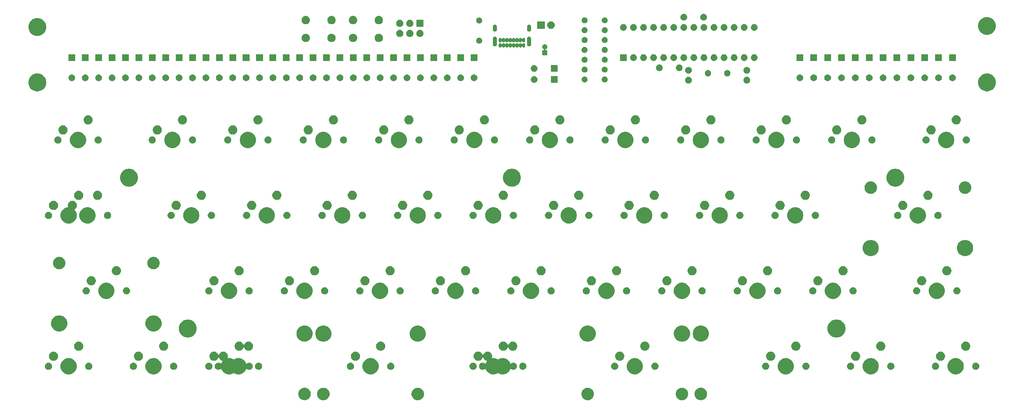
<source format=gbr>
G04 #@! TF.GenerationSoftware,KiCad,Pcbnew,(5.1.4)-1*
G04 #@! TF.CreationDate,2019-10-26T22:45:28-04:00*
G04 #@! TF.ProjectId,romeo-pcb,726f6d65-6f2d-4706-9362-2e6b69636164,rev?*
G04 #@! TF.SameCoordinates,Original*
G04 #@! TF.FileFunction,Soldermask,Bot*
G04 #@! TF.FilePolarity,Negative*
%FSLAX46Y46*%
G04 Gerber Fmt 4.6, Leading zero omitted, Abs format (unit mm)*
G04 Created by KiCad (PCBNEW (5.1.4)-1) date 2019-10-26 22:45:28*
%MOMM*%
%LPD*%
G04 APERTURE LIST*
%ADD10C,2.000000*%
G04 APERTURE END LIST*
D10*
G36*
X188629333Y-106886690D02*
G01*
X188857952Y-106932164D01*
X189144766Y-107050967D01*
X189402892Y-107223441D01*
X189622409Y-107442958D01*
X189794883Y-107701084D01*
X189913686Y-107987898D01*
X189959160Y-108216517D01*
X189973057Y-108286376D01*
X189974250Y-108292378D01*
X189974250Y-108602822D01*
X189913686Y-108907302D01*
X189794883Y-109194116D01*
X189622409Y-109452242D01*
X189402892Y-109671759D01*
X189144766Y-109844233D01*
X188857952Y-109963036D01*
X188629333Y-110008510D01*
X188553474Y-110023600D01*
X188243026Y-110023600D01*
X188167167Y-110008510D01*
X187938548Y-109963036D01*
X187651734Y-109844233D01*
X187393608Y-109671759D01*
X187174091Y-109452242D01*
X187001617Y-109194116D01*
X186882814Y-108907302D01*
X186822250Y-108602822D01*
X186822250Y-108292378D01*
X186823444Y-108286376D01*
X186837340Y-108216517D01*
X186882814Y-107987898D01*
X187001617Y-107701084D01*
X187174091Y-107442958D01*
X187393608Y-107223441D01*
X187651734Y-107050967D01*
X187938548Y-106932164D01*
X188167167Y-106886690D01*
X188243026Y-106871600D01*
X188553474Y-106871600D01*
X188629333Y-106886690D01*
X188629333Y-106886690D01*
G37*
G36*
X98154333Y-106886690D02*
G01*
X98382952Y-106932164D01*
X98669766Y-107050967D01*
X98927892Y-107223441D01*
X99147409Y-107442958D01*
X99319883Y-107701084D01*
X99438686Y-107987898D01*
X99484160Y-108216517D01*
X99498057Y-108286376D01*
X99499250Y-108292378D01*
X99499250Y-108602822D01*
X99438686Y-108907302D01*
X99319883Y-109194116D01*
X99147409Y-109452242D01*
X98927892Y-109671759D01*
X98669766Y-109844233D01*
X98382952Y-109963036D01*
X98154333Y-110008510D01*
X98078474Y-110023600D01*
X97768026Y-110023600D01*
X97692167Y-110008510D01*
X97463548Y-109963036D01*
X97176734Y-109844233D01*
X96918608Y-109671759D01*
X96699091Y-109452242D01*
X96526617Y-109194116D01*
X96407814Y-108907302D01*
X96347250Y-108602822D01*
X96347250Y-108292378D01*
X96348444Y-108286376D01*
X96362340Y-108216517D01*
X96407814Y-107987898D01*
X96526617Y-107701084D01*
X96699091Y-107442958D01*
X96918608Y-107223441D01*
X97176734Y-107050967D01*
X97463548Y-106932164D01*
X97692167Y-106886690D01*
X97768026Y-106871600D01*
X98078474Y-106871600D01*
X98154333Y-106886690D01*
X98154333Y-106886690D01*
G37*
G36*
X121954333Y-106886690D02*
G01*
X122182952Y-106932164D01*
X122469766Y-107050967D01*
X122727892Y-107223441D01*
X122947409Y-107442958D01*
X123119883Y-107701084D01*
X123238686Y-107987898D01*
X123284160Y-108216517D01*
X123298057Y-108286376D01*
X123299250Y-108292378D01*
X123299250Y-108602822D01*
X123238686Y-108907302D01*
X123119883Y-109194116D01*
X122947409Y-109452242D01*
X122727892Y-109671759D01*
X122469766Y-109844233D01*
X122182952Y-109963036D01*
X121954333Y-110008510D01*
X121878474Y-110023600D01*
X121568026Y-110023600D01*
X121492167Y-110008510D01*
X121263548Y-109963036D01*
X120976734Y-109844233D01*
X120718608Y-109671759D01*
X120499091Y-109452242D01*
X120326617Y-109194116D01*
X120207814Y-108907302D01*
X120147250Y-108602822D01*
X120147250Y-108292378D01*
X120148444Y-108286376D01*
X120162340Y-108216517D01*
X120207814Y-107987898D01*
X120326617Y-107701084D01*
X120499091Y-107442958D01*
X120718608Y-107223441D01*
X120976734Y-107050967D01*
X121263548Y-106932164D01*
X121492167Y-106886690D01*
X121568026Y-106871600D01*
X121878474Y-106871600D01*
X121954333Y-106886690D01*
X121954333Y-106886690D01*
G37*
G36*
X164829333Y-106886690D02*
G01*
X165057952Y-106932164D01*
X165344766Y-107050967D01*
X165602892Y-107223441D01*
X165822409Y-107442958D01*
X165994883Y-107701084D01*
X166113686Y-107987898D01*
X166159160Y-108216517D01*
X166173057Y-108286376D01*
X166174250Y-108292378D01*
X166174250Y-108602822D01*
X166113686Y-108907302D01*
X165994883Y-109194116D01*
X165822409Y-109452242D01*
X165602892Y-109671759D01*
X165344766Y-109844233D01*
X165057952Y-109963036D01*
X164829333Y-110008510D01*
X164753474Y-110023600D01*
X164443026Y-110023600D01*
X164367167Y-110008510D01*
X164138548Y-109963036D01*
X163851734Y-109844233D01*
X163593608Y-109671759D01*
X163374091Y-109452242D01*
X163201617Y-109194116D01*
X163082814Y-108907302D01*
X163022250Y-108602822D01*
X163022250Y-108292378D01*
X163023444Y-108286376D01*
X163037340Y-108216517D01*
X163082814Y-107987898D01*
X163201617Y-107701084D01*
X163374091Y-107442958D01*
X163593608Y-107223441D01*
X163851734Y-107050967D01*
X164138548Y-106932164D01*
X164367167Y-106886690D01*
X164443026Y-106871600D01*
X164753474Y-106871600D01*
X164829333Y-106886690D01*
X164829333Y-106886690D01*
G37*
G36*
X193341414Y-106871600D02*
G01*
X193620061Y-106927026D01*
X193738787Y-106976204D01*
X193906691Y-107045752D01*
X193992289Y-107102947D01*
X194164654Y-107218117D01*
X194384033Y-107437496D01*
X194499203Y-107609861D01*
X194556398Y-107695459D01*
X194625946Y-107863363D01*
X194675124Y-107982089D01*
X194735650Y-108286376D01*
X194735650Y-108596624D01*
X194675124Y-108900911D01*
X194625946Y-109019637D01*
X194556398Y-109187541D01*
X194499203Y-109273139D01*
X194384033Y-109445504D01*
X194164654Y-109664883D01*
X193992289Y-109780053D01*
X193906691Y-109837248D01*
X193738787Y-109906796D01*
X193620061Y-109955974D01*
X193467917Y-109986237D01*
X193315775Y-110016500D01*
X193005525Y-110016500D01*
X192853383Y-109986237D01*
X192701239Y-109955974D01*
X192582513Y-109906796D01*
X192414609Y-109837248D01*
X192329011Y-109780053D01*
X192156646Y-109664883D01*
X191937267Y-109445504D01*
X191822097Y-109273139D01*
X191764902Y-109187541D01*
X191695354Y-109019637D01*
X191646176Y-108900911D01*
X191585650Y-108596624D01*
X191585650Y-108286376D01*
X191646176Y-107982089D01*
X191695354Y-107863363D01*
X191764902Y-107695459D01*
X191822097Y-107609861D01*
X191937267Y-107437496D01*
X192156646Y-107218117D01*
X192329011Y-107102947D01*
X192414609Y-107045752D01*
X192582513Y-106976204D01*
X192701239Y-106927026D01*
X192979886Y-106871600D01*
X193005525Y-106866500D01*
X193315775Y-106866500D01*
X193341414Y-106871600D01*
X193341414Y-106871600D01*
G37*
G36*
X93341614Y-106871600D02*
G01*
X93620261Y-106927026D01*
X93738987Y-106976204D01*
X93906891Y-107045752D01*
X93992489Y-107102947D01*
X94164854Y-107218117D01*
X94384233Y-107437496D01*
X94499403Y-107609861D01*
X94556598Y-107695459D01*
X94626146Y-107863363D01*
X94675324Y-107982089D01*
X94735850Y-108286376D01*
X94735850Y-108596624D01*
X94675324Y-108900911D01*
X94626146Y-109019637D01*
X94556598Y-109187541D01*
X94499403Y-109273139D01*
X94384233Y-109445504D01*
X94164854Y-109664883D01*
X93992489Y-109780053D01*
X93906891Y-109837248D01*
X93738987Y-109906796D01*
X93620261Y-109955974D01*
X93468117Y-109986237D01*
X93315975Y-110016500D01*
X93005725Y-110016500D01*
X92853583Y-109986237D01*
X92701439Y-109955974D01*
X92582713Y-109906796D01*
X92414809Y-109837248D01*
X92329211Y-109780053D01*
X92156846Y-109664883D01*
X91937467Y-109445504D01*
X91822297Y-109273139D01*
X91765102Y-109187541D01*
X91695554Y-109019637D01*
X91646376Y-108900911D01*
X91585850Y-108596624D01*
X91585850Y-108286376D01*
X91646376Y-107982089D01*
X91695554Y-107863363D01*
X91765102Y-107695459D01*
X91822297Y-107609861D01*
X91937467Y-107437496D01*
X92156846Y-107218117D01*
X92329211Y-107102947D01*
X92414809Y-107045752D01*
X92582713Y-106976204D01*
X92701439Y-106927026D01*
X92980086Y-106871600D01*
X93005725Y-106866500D01*
X93315975Y-106866500D01*
X93341614Y-106871600D01*
X93341614Y-106871600D01*
G37*
G36*
X34221504Y-99477478D02*
G01*
X34589790Y-99630027D01*
X34594763Y-99632087D01*
X34930686Y-99856544D01*
X35216366Y-100142224D01*
X35439447Y-100476087D01*
X35440824Y-100478149D01*
X35595432Y-100851406D01*
X35674250Y-101247653D01*
X35674250Y-101651667D01*
X35595432Y-102047914D01*
X35441677Y-102419111D01*
X35440823Y-102421173D01*
X35216366Y-102757096D01*
X34930686Y-103042776D01*
X34594763Y-103267233D01*
X34594762Y-103267234D01*
X34594761Y-103267234D01*
X34221504Y-103421842D01*
X33825257Y-103500660D01*
X33421243Y-103500660D01*
X33024996Y-103421842D01*
X32651739Y-103267234D01*
X32651738Y-103267234D01*
X32651737Y-103267233D01*
X32315814Y-103042776D01*
X32030134Y-102757096D01*
X31805677Y-102421173D01*
X31804823Y-102419111D01*
X31651068Y-102047914D01*
X31572250Y-101651667D01*
X31572250Y-101247653D01*
X31651068Y-100851406D01*
X31805676Y-100478149D01*
X31807054Y-100476087D01*
X32030134Y-100142224D01*
X32315814Y-99856544D01*
X32651737Y-99632087D01*
X32656710Y-99630027D01*
X33024996Y-99477478D01*
X33421243Y-99398660D01*
X33825257Y-99398660D01*
X34221504Y-99477478D01*
X34221504Y-99477478D01*
G37*
G36*
X70519049Y-97778716D02*
G01*
X70630234Y-97800832D01*
X70839703Y-97887597D01*
X71028220Y-98013560D01*
X71188540Y-98173880D01*
X71314503Y-98362397D01*
X71314504Y-98362399D01*
X71369641Y-98495512D01*
X71381192Y-98517123D01*
X71396737Y-98536064D01*
X71415679Y-98551610D01*
X71437290Y-98563161D01*
X71460739Y-98570274D01*
X71485125Y-98572676D01*
X71509511Y-98570274D01*
X71532960Y-98563161D01*
X71554571Y-98551610D01*
X71573512Y-98536065D01*
X71589058Y-98517123D01*
X71600609Y-98495512D01*
X71655746Y-98362399D01*
X71655747Y-98362397D01*
X71781710Y-98173880D01*
X71942030Y-98013560D01*
X72130547Y-97887597D01*
X72340016Y-97800832D01*
X72451201Y-97778716D01*
X72562385Y-97756600D01*
X72789115Y-97756600D01*
X72900299Y-97778716D01*
X73011484Y-97800832D01*
X73220953Y-97887597D01*
X73409470Y-98013560D01*
X73569790Y-98173880D01*
X73695753Y-98362397D01*
X73781859Y-98570274D01*
X73782518Y-98571867D01*
X73826750Y-98794235D01*
X73826750Y-99020965D01*
X73781746Y-99247215D01*
X73779344Y-99271601D01*
X73781746Y-99295987D01*
X73788859Y-99319436D01*
X73800410Y-99341047D01*
X73815955Y-99359989D01*
X73834897Y-99375534D01*
X73856508Y-99387085D01*
X73879957Y-99394198D01*
X73904343Y-99396600D01*
X74306507Y-99396600D01*
X74702754Y-99475418D01*
X75076011Y-99630026D01*
X75076013Y-99630027D01*
X75095997Y-99643380D01*
X75225679Y-99730031D01*
X75247290Y-99741582D01*
X75270739Y-99748695D01*
X75295125Y-99751097D01*
X75319511Y-99748695D01*
X75342960Y-99741582D01*
X75364571Y-99730031D01*
X75494253Y-99643380D01*
X75514237Y-99630027D01*
X75514239Y-99630026D01*
X75887496Y-99475418D01*
X76283743Y-99396600D01*
X76687757Y-99396600D01*
X77084004Y-99475418D01*
X77457261Y-99630026D01*
X77457263Y-99630027D01*
X77793186Y-99854484D01*
X78078866Y-100140164D01*
X78303324Y-100476089D01*
X78401167Y-100712303D01*
X78412718Y-100733914D01*
X78428263Y-100752856D01*
X78447205Y-100768401D01*
X78468816Y-100779952D01*
X78492265Y-100787065D01*
X78516651Y-100789467D01*
X78541037Y-100787065D01*
X78564486Y-100779952D01*
X78586097Y-100768401D01*
X78605028Y-100752865D01*
X78610146Y-100747747D01*
X78757716Y-100649144D01*
X78921688Y-100581224D01*
X79085402Y-100548660D01*
X79095758Y-100546600D01*
X79273242Y-100546600D01*
X79283598Y-100548660D01*
X79447312Y-100581224D01*
X79611284Y-100649144D01*
X79758854Y-100747747D01*
X79884353Y-100873246D01*
X79982956Y-101020816D01*
X80050876Y-101184788D01*
X80085500Y-101358859D01*
X80085500Y-101536341D01*
X80050876Y-101710412D01*
X79982956Y-101874384D01*
X79884353Y-102021954D01*
X79758854Y-102147453D01*
X79611284Y-102246056D01*
X79447312Y-102313976D01*
X79298012Y-102343673D01*
X79273242Y-102348600D01*
X79095758Y-102348600D01*
X79070988Y-102343673D01*
X78921688Y-102313976D01*
X78757716Y-102246056D01*
X78610146Y-102147453D01*
X78605028Y-102142335D01*
X78586097Y-102126799D01*
X78564486Y-102115248D01*
X78541037Y-102108135D01*
X78516651Y-102105733D01*
X78492265Y-102108135D01*
X78468816Y-102115248D01*
X78447205Y-102126799D01*
X78428263Y-102142344D01*
X78412718Y-102161286D01*
X78401167Y-102182897D01*
X78331677Y-102350660D01*
X78303323Y-102419113D01*
X78078866Y-102755036D01*
X77793186Y-103040716D01*
X77457263Y-103265173D01*
X77457262Y-103265174D01*
X77457261Y-103265174D01*
X77084004Y-103419782D01*
X76687757Y-103498600D01*
X76283743Y-103498600D01*
X75887496Y-103419782D01*
X75514239Y-103265174D01*
X75514238Y-103265174D01*
X75514237Y-103265173D01*
X75364570Y-103165168D01*
X75342960Y-103153618D01*
X75319511Y-103146505D01*
X75295125Y-103144103D01*
X75270739Y-103146505D01*
X75247290Y-103153618D01*
X75225680Y-103165168D01*
X75076013Y-103265173D01*
X75076012Y-103265174D01*
X75076011Y-103265174D01*
X74702754Y-103419782D01*
X74306507Y-103498600D01*
X73902493Y-103498600D01*
X73506246Y-103419782D01*
X73132989Y-103265174D01*
X73132988Y-103265174D01*
X73132987Y-103265173D01*
X72797064Y-103040716D01*
X72511384Y-102755036D01*
X72286927Y-102419113D01*
X72258573Y-102350660D01*
X72189083Y-102182897D01*
X72177532Y-102161286D01*
X72161987Y-102142344D01*
X72143045Y-102126799D01*
X72121434Y-102115248D01*
X72097985Y-102108135D01*
X72073599Y-102105733D01*
X72049213Y-102108135D01*
X72025764Y-102115248D01*
X72004153Y-102126799D01*
X71985222Y-102142335D01*
X71980104Y-102147453D01*
X71832534Y-102246056D01*
X71668562Y-102313976D01*
X71519262Y-102343673D01*
X71494492Y-102348600D01*
X71317008Y-102348600D01*
X71292238Y-102343673D01*
X71142938Y-102313976D01*
X70978966Y-102246056D01*
X70831396Y-102147453D01*
X70705897Y-102021954D01*
X70607294Y-101874384D01*
X70539374Y-101710412D01*
X70504750Y-101536341D01*
X70504750Y-101358859D01*
X70539374Y-101184788D01*
X70607294Y-101020816D01*
X70705897Y-100873246D01*
X70831396Y-100747747D01*
X70978966Y-100649144D01*
X71142938Y-100581224D01*
X71306652Y-100548660D01*
X71317008Y-100546600D01*
X71494492Y-100546600D01*
X71504848Y-100548660D01*
X71668562Y-100581224D01*
X71832534Y-100649144D01*
X71980104Y-100747747D01*
X71985222Y-100752865D01*
X72004153Y-100768401D01*
X72025764Y-100779952D01*
X72049213Y-100787065D01*
X72073599Y-100789467D01*
X72097985Y-100787065D01*
X72121434Y-100779952D01*
X72143045Y-100768401D01*
X72161987Y-100752856D01*
X72177532Y-100733914D01*
X72189083Y-100712303D01*
X72286926Y-100476089D01*
X72461540Y-100214761D01*
X72473091Y-100193150D01*
X72480204Y-100169701D01*
X72482606Y-100145315D01*
X72480204Y-100120929D01*
X72473091Y-100097480D01*
X72461540Y-100075869D01*
X72445995Y-100056927D01*
X72427053Y-100041382D01*
X72405442Y-100029831D01*
X72381994Y-100022718D01*
X72340016Y-100014368D01*
X72130549Y-99927604D01*
X72130548Y-99927604D01*
X72130547Y-99927603D01*
X71942030Y-99801640D01*
X71781710Y-99641320D01*
X71655747Y-99452803D01*
X71600609Y-99319687D01*
X71589058Y-99298077D01*
X71573513Y-99279136D01*
X71554571Y-99263590D01*
X71532960Y-99252039D01*
X71509511Y-99244926D01*
X71485125Y-99242524D01*
X71460739Y-99244926D01*
X71437290Y-99252039D01*
X71415679Y-99263590D01*
X71396738Y-99279135D01*
X71381192Y-99298077D01*
X71369641Y-99319687D01*
X71314503Y-99452803D01*
X71188540Y-99641320D01*
X71028220Y-99801640D01*
X70839703Y-99927603D01*
X70839702Y-99927604D01*
X70839701Y-99927604D01*
X70778350Y-99953016D01*
X70630234Y-100014368D01*
X70552496Y-100029831D01*
X70407865Y-100058600D01*
X70181135Y-100058600D01*
X70036504Y-100029831D01*
X69958766Y-100014368D01*
X69810650Y-99953016D01*
X69749299Y-99927604D01*
X69749298Y-99927604D01*
X69749297Y-99927603D01*
X69560780Y-99801640D01*
X69400460Y-99641320D01*
X69274497Y-99452803D01*
X69187732Y-99243334D01*
X69143500Y-99020964D01*
X69143500Y-98794236D01*
X69187732Y-98571866D01*
X69274497Y-98362397D01*
X69400460Y-98173880D01*
X69560780Y-98013560D01*
X69749297Y-97887597D01*
X69958766Y-97800832D01*
X70069951Y-97778716D01*
X70181135Y-97756600D01*
X70407865Y-97756600D01*
X70519049Y-97778716D01*
X70519049Y-97778716D01*
G37*
G36*
X137194049Y-97778716D02*
G01*
X137305234Y-97800832D01*
X137514703Y-97887597D01*
X137703220Y-98013560D01*
X137863540Y-98173880D01*
X137989503Y-98362397D01*
X137989504Y-98362399D01*
X138044641Y-98495512D01*
X138056192Y-98517123D01*
X138071737Y-98536064D01*
X138090679Y-98551610D01*
X138112290Y-98563161D01*
X138135739Y-98570274D01*
X138160125Y-98572676D01*
X138184511Y-98570274D01*
X138207960Y-98563161D01*
X138229571Y-98551610D01*
X138248512Y-98536065D01*
X138264058Y-98517123D01*
X138275609Y-98495512D01*
X138330746Y-98362399D01*
X138330747Y-98362397D01*
X138456710Y-98173880D01*
X138617030Y-98013560D01*
X138805547Y-97887597D01*
X139015016Y-97800832D01*
X139126201Y-97778716D01*
X139237385Y-97756600D01*
X139464115Y-97756600D01*
X139575299Y-97778716D01*
X139686484Y-97800832D01*
X139895953Y-97887597D01*
X140084470Y-98013560D01*
X140244790Y-98173880D01*
X140370753Y-98362397D01*
X140456859Y-98570274D01*
X140457518Y-98571867D01*
X140501750Y-98794235D01*
X140501750Y-99020965D01*
X140456746Y-99247215D01*
X140454344Y-99271601D01*
X140456746Y-99295987D01*
X140463859Y-99319436D01*
X140475410Y-99341047D01*
X140490955Y-99359989D01*
X140509897Y-99375534D01*
X140531508Y-99387085D01*
X140554957Y-99394198D01*
X140579343Y-99396600D01*
X140981507Y-99396600D01*
X141377754Y-99475418D01*
X141751011Y-99630026D01*
X141751013Y-99630027D01*
X141770997Y-99643380D01*
X141900679Y-99730031D01*
X141922290Y-99741582D01*
X141945739Y-99748695D01*
X141970125Y-99751097D01*
X141994511Y-99748695D01*
X142017960Y-99741582D01*
X142039571Y-99730031D01*
X142169253Y-99643380D01*
X142189237Y-99630027D01*
X142189239Y-99630026D01*
X142562496Y-99475418D01*
X142958743Y-99396600D01*
X143362757Y-99396600D01*
X143759004Y-99475418D01*
X144132261Y-99630026D01*
X144132263Y-99630027D01*
X144468186Y-99854484D01*
X144753866Y-100140164D01*
X144978324Y-100476089D01*
X145076167Y-100712303D01*
X145087718Y-100733914D01*
X145103263Y-100752856D01*
X145122205Y-100768401D01*
X145143816Y-100779952D01*
X145167265Y-100787065D01*
X145191651Y-100789467D01*
X145216037Y-100787065D01*
X145239486Y-100779952D01*
X145261097Y-100768401D01*
X145280028Y-100752865D01*
X145285146Y-100747747D01*
X145432716Y-100649144D01*
X145596688Y-100581224D01*
X145760402Y-100548660D01*
X145770758Y-100546600D01*
X145948242Y-100546600D01*
X145958598Y-100548660D01*
X146122312Y-100581224D01*
X146286284Y-100649144D01*
X146433854Y-100747747D01*
X146559353Y-100873246D01*
X146657956Y-101020816D01*
X146725876Y-101184788D01*
X146760500Y-101358859D01*
X146760500Y-101536341D01*
X146725876Y-101710412D01*
X146657956Y-101874384D01*
X146559353Y-102021954D01*
X146433854Y-102147453D01*
X146286284Y-102246056D01*
X146122312Y-102313976D01*
X145973012Y-102343673D01*
X145948242Y-102348600D01*
X145770758Y-102348600D01*
X145745988Y-102343673D01*
X145596688Y-102313976D01*
X145432716Y-102246056D01*
X145285146Y-102147453D01*
X145280028Y-102142335D01*
X145261097Y-102126799D01*
X145239486Y-102115248D01*
X145216037Y-102108135D01*
X145191651Y-102105733D01*
X145167265Y-102108135D01*
X145143816Y-102115248D01*
X145122205Y-102126799D01*
X145103263Y-102142344D01*
X145087718Y-102161286D01*
X145076167Y-102182897D01*
X145006677Y-102350660D01*
X144978323Y-102419113D01*
X144753866Y-102755036D01*
X144468186Y-103040716D01*
X144132263Y-103265173D01*
X144132262Y-103265174D01*
X144132261Y-103265174D01*
X143759004Y-103419782D01*
X143362757Y-103498600D01*
X142958743Y-103498600D01*
X142562496Y-103419782D01*
X142189239Y-103265174D01*
X142189238Y-103265174D01*
X142189237Y-103265173D01*
X142039570Y-103165168D01*
X142017960Y-103153618D01*
X141994511Y-103146505D01*
X141970125Y-103144103D01*
X141945739Y-103146505D01*
X141922290Y-103153618D01*
X141900680Y-103165168D01*
X141751013Y-103265173D01*
X141751012Y-103265174D01*
X141751011Y-103265174D01*
X141377754Y-103419782D01*
X140981507Y-103498600D01*
X140577493Y-103498600D01*
X140181246Y-103419782D01*
X139807989Y-103265174D01*
X139807988Y-103265174D01*
X139807987Y-103265173D01*
X139472064Y-103040716D01*
X139186384Y-102755036D01*
X138961927Y-102419113D01*
X138933573Y-102350660D01*
X138864083Y-102182897D01*
X138852532Y-102161286D01*
X138836987Y-102142344D01*
X138818045Y-102126799D01*
X138796434Y-102115248D01*
X138772985Y-102108135D01*
X138748599Y-102105733D01*
X138724213Y-102108135D01*
X138700764Y-102115248D01*
X138679153Y-102126799D01*
X138660222Y-102142335D01*
X138655104Y-102147453D01*
X138507534Y-102246056D01*
X138343562Y-102313976D01*
X138194262Y-102343673D01*
X138169492Y-102348600D01*
X137992008Y-102348600D01*
X137967238Y-102343673D01*
X137817938Y-102313976D01*
X137653966Y-102246056D01*
X137506396Y-102147453D01*
X137380897Y-102021954D01*
X137282294Y-101874384D01*
X137214374Y-101710412D01*
X137179750Y-101536341D01*
X137179750Y-101358859D01*
X137214374Y-101184788D01*
X137282294Y-101020816D01*
X137380897Y-100873246D01*
X137506396Y-100747747D01*
X137653966Y-100649144D01*
X137817938Y-100581224D01*
X137981652Y-100548660D01*
X137992008Y-100546600D01*
X138169492Y-100546600D01*
X138179848Y-100548660D01*
X138343562Y-100581224D01*
X138507534Y-100649144D01*
X138655104Y-100747747D01*
X138660222Y-100752865D01*
X138679153Y-100768401D01*
X138700764Y-100779952D01*
X138724213Y-100787065D01*
X138748599Y-100789467D01*
X138772985Y-100787065D01*
X138796434Y-100779952D01*
X138818045Y-100768401D01*
X138836987Y-100752856D01*
X138852532Y-100733914D01*
X138864083Y-100712303D01*
X138961926Y-100476089D01*
X139136540Y-100214761D01*
X139148091Y-100193150D01*
X139155204Y-100169701D01*
X139157606Y-100145315D01*
X139155204Y-100120929D01*
X139148091Y-100097480D01*
X139136540Y-100075869D01*
X139120995Y-100056927D01*
X139102053Y-100041382D01*
X139080442Y-100029831D01*
X139056994Y-100022718D01*
X139015016Y-100014368D01*
X138805549Y-99927604D01*
X138805548Y-99927604D01*
X138805547Y-99927603D01*
X138617030Y-99801640D01*
X138456710Y-99641320D01*
X138330747Y-99452803D01*
X138275609Y-99319687D01*
X138264058Y-99298077D01*
X138248513Y-99279136D01*
X138229571Y-99263590D01*
X138207960Y-99252039D01*
X138184511Y-99244926D01*
X138160125Y-99242524D01*
X138135739Y-99244926D01*
X138112290Y-99252039D01*
X138090679Y-99263590D01*
X138071738Y-99279135D01*
X138056192Y-99298077D01*
X138044641Y-99319687D01*
X137989503Y-99452803D01*
X137863540Y-99641320D01*
X137703220Y-99801640D01*
X137514703Y-99927603D01*
X137514702Y-99927604D01*
X137514701Y-99927604D01*
X137453350Y-99953016D01*
X137305234Y-100014368D01*
X137227496Y-100029831D01*
X137082865Y-100058600D01*
X136856135Y-100058600D01*
X136711504Y-100029831D01*
X136633766Y-100014368D01*
X136485650Y-99953016D01*
X136424299Y-99927604D01*
X136424298Y-99927604D01*
X136424297Y-99927603D01*
X136235780Y-99801640D01*
X136075460Y-99641320D01*
X135949497Y-99452803D01*
X135862732Y-99243334D01*
X135818500Y-99020964D01*
X135818500Y-98794236D01*
X135862732Y-98571866D01*
X135949497Y-98362397D01*
X136075460Y-98173880D01*
X136235780Y-98013560D01*
X136424297Y-97887597D01*
X136633766Y-97800832D01*
X136744951Y-97778716D01*
X136856135Y-97756600D01*
X137082865Y-97756600D01*
X137194049Y-97778716D01*
X137194049Y-97778716D01*
G37*
G36*
X215196504Y-99475418D02*
G01*
X215569761Y-99630026D01*
X215569763Y-99630027D01*
X215905686Y-99854484D01*
X216191366Y-100140164D01*
X216415824Y-100476089D01*
X216570432Y-100849346D01*
X216649250Y-101245593D01*
X216649250Y-101649607D01*
X216570432Y-102045854D01*
X216444177Y-102350660D01*
X216415823Y-102419113D01*
X216191366Y-102755036D01*
X215905686Y-103040716D01*
X215569763Y-103265173D01*
X215569762Y-103265174D01*
X215569761Y-103265174D01*
X215196504Y-103419782D01*
X214800257Y-103498600D01*
X214396243Y-103498600D01*
X213999996Y-103419782D01*
X213626739Y-103265174D01*
X213626738Y-103265174D01*
X213626737Y-103265173D01*
X213290814Y-103040716D01*
X213005134Y-102755036D01*
X212780677Y-102419113D01*
X212752323Y-102350660D01*
X212626068Y-102045854D01*
X212547250Y-101649607D01*
X212547250Y-101245593D01*
X212626068Y-100849346D01*
X212780676Y-100476089D01*
X213005134Y-100140164D01*
X213290814Y-99854484D01*
X213626737Y-99630027D01*
X213626739Y-99630026D01*
X213999996Y-99475418D01*
X214396243Y-99396600D01*
X214800257Y-99396600D01*
X215196504Y-99475418D01*
X215196504Y-99475418D01*
G37*
G36*
X236627754Y-99475418D02*
G01*
X237001011Y-99630026D01*
X237001013Y-99630027D01*
X237336936Y-99854484D01*
X237622616Y-100140164D01*
X237847074Y-100476089D01*
X238001682Y-100849346D01*
X238080500Y-101245593D01*
X238080500Y-101649607D01*
X238001682Y-102045854D01*
X237875427Y-102350660D01*
X237847073Y-102419113D01*
X237622616Y-102755036D01*
X237336936Y-103040716D01*
X237001013Y-103265173D01*
X237001012Y-103265174D01*
X237001011Y-103265174D01*
X236627754Y-103419782D01*
X236231507Y-103498600D01*
X235827493Y-103498600D01*
X235431246Y-103419782D01*
X235057989Y-103265174D01*
X235057988Y-103265174D01*
X235057987Y-103265173D01*
X234722064Y-103040716D01*
X234436384Y-102755036D01*
X234211927Y-102419113D01*
X234183573Y-102350660D01*
X234057318Y-102045854D01*
X233978500Y-101649607D01*
X233978500Y-101245593D01*
X234057318Y-100849346D01*
X234211926Y-100476089D01*
X234436384Y-100140164D01*
X234722064Y-99854484D01*
X235057987Y-99630027D01*
X235057989Y-99630026D01*
X235431246Y-99475418D01*
X235827493Y-99396600D01*
X236231507Y-99396600D01*
X236627754Y-99475418D01*
X236627754Y-99475418D01*
G37*
G36*
X177096504Y-99475418D02*
G01*
X177469761Y-99630026D01*
X177469763Y-99630027D01*
X177805686Y-99854484D01*
X178091366Y-100140164D01*
X178315824Y-100476089D01*
X178470432Y-100849346D01*
X178549250Y-101245593D01*
X178549250Y-101649607D01*
X178470432Y-102045854D01*
X178344177Y-102350660D01*
X178315823Y-102419113D01*
X178091366Y-102755036D01*
X177805686Y-103040716D01*
X177469763Y-103265173D01*
X177469762Y-103265174D01*
X177469761Y-103265174D01*
X177096504Y-103419782D01*
X176700257Y-103498600D01*
X176296243Y-103498600D01*
X175899996Y-103419782D01*
X175526739Y-103265174D01*
X175526738Y-103265174D01*
X175526737Y-103265173D01*
X175190814Y-103040716D01*
X174905134Y-102755036D01*
X174680677Y-102419113D01*
X174652323Y-102350660D01*
X174526068Y-102045854D01*
X174447250Y-101649607D01*
X174447250Y-101245593D01*
X174526068Y-100849346D01*
X174680676Y-100476089D01*
X174905134Y-100140164D01*
X175190814Y-99854484D01*
X175526737Y-99630027D01*
X175526739Y-99630026D01*
X175899996Y-99475418D01*
X176296243Y-99396600D01*
X176700257Y-99396600D01*
X177096504Y-99475418D01*
X177096504Y-99475418D01*
G37*
G36*
X110421504Y-99475418D02*
G01*
X110794761Y-99630026D01*
X110794763Y-99630027D01*
X111130686Y-99854484D01*
X111416366Y-100140164D01*
X111640824Y-100476089D01*
X111795432Y-100849346D01*
X111874250Y-101245593D01*
X111874250Y-101649607D01*
X111795432Y-102045854D01*
X111669177Y-102350660D01*
X111640823Y-102419113D01*
X111416366Y-102755036D01*
X111130686Y-103040716D01*
X110794763Y-103265173D01*
X110794762Y-103265174D01*
X110794761Y-103265174D01*
X110421504Y-103419782D01*
X110025257Y-103498600D01*
X109621243Y-103498600D01*
X109224996Y-103419782D01*
X108851739Y-103265174D01*
X108851738Y-103265174D01*
X108851737Y-103265173D01*
X108515814Y-103040716D01*
X108230134Y-102755036D01*
X108005677Y-102419113D01*
X107977323Y-102350660D01*
X107851068Y-102045854D01*
X107772250Y-101649607D01*
X107772250Y-101245593D01*
X107851068Y-100849346D01*
X108005676Y-100476089D01*
X108230134Y-100140164D01*
X108515814Y-99854484D01*
X108851737Y-99630027D01*
X108851739Y-99630026D01*
X109224996Y-99475418D01*
X109621243Y-99396600D01*
X110025257Y-99396600D01*
X110421504Y-99475418D01*
X110421504Y-99475418D01*
G37*
G36*
X258059004Y-99475418D02*
G01*
X258432261Y-99630026D01*
X258432263Y-99630027D01*
X258768186Y-99854484D01*
X259053866Y-100140164D01*
X259278324Y-100476089D01*
X259432932Y-100849346D01*
X259511750Y-101245593D01*
X259511750Y-101649607D01*
X259432932Y-102045854D01*
X259306677Y-102350660D01*
X259278323Y-102419113D01*
X259053866Y-102755036D01*
X258768186Y-103040716D01*
X258432263Y-103265173D01*
X258432262Y-103265174D01*
X258432261Y-103265174D01*
X258059004Y-103419782D01*
X257662757Y-103498600D01*
X257258743Y-103498600D01*
X256862496Y-103419782D01*
X256489239Y-103265174D01*
X256489238Y-103265174D01*
X256489237Y-103265173D01*
X256153314Y-103040716D01*
X255867634Y-102755036D01*
X255643177Y-102419113D01*
X255614823Y-102350660D01*
X255488568Y-102045854D01*
X255409750Y-101649607D01*
X255409750Y-101245593D01*
X255488568Y-100849346D01*
X255643176Y-100476089D01*
X255867634Y-100140164D01*
X256153314Y-99854484D01*
X256489237Y-99630027D01*
X256489239Y-99630026D01*
X256862496Y-99475418D01*
X257258743Y-99396600D01*
X257662757Y-99396600D01*
X258059004Y-99475418D01*
X258059004Y-99475418D01*
G37*
G36*
X55652754Y-99475418D02*
G01*
X56026011Y-99630026D01*
X56026013Y-99630027D01*
X56361936Y-99854484D01*
X56647616Y-100140164D01*
X56872074Y-100476089D01*
X57026682Y-100849346D01*
X57105500Y-101245593D01*
X57105500Y-101649607D01*
X57026682Y-102045854D01*
X56900427Y-102350660D01*
X56872073Y-102419113D01*
X56647616Y-102755036D01*
X56361936Y-103040716D01*
X56026013Y-103265173D01*
X56026012Y-103265174D01*
X56026011Y-103265174D01*
X55652754Y-103419782D01*
X55256507Y-103498600D01*
X54852493Y-103498600D01*
X54456246Y-103419782D01*
X54082989Y-103265174D01*
X54082988Y-103265174D01*
X54082987Y-103265173D01*
X53747064Y-103040716D01*
X53461384Y-102755036D01*
X53236927Y-102419113D01*
X53208573Y-102350660D01*
X53082318Y-102045854D01*
X53003500Y-101649607D01*
X53003500Y-101245593D01*
X53082318Y-100849346D01*
X53236926Y-100476089D01*
X53461384Y-100140164D01*
X53747064Y-99854484D01*
X54082987Y-99630027D01*
X54082989Y-99630026D01*
X54456246Y-99475418D01*
X54852493Y-99396600D01*
X55256507Y-99396600D01*
X55652754Y-99475418D01*
X55652754Y-99475418D01*
G37*
G36*
X38816762Y-100553587D02*
G01*
X38966062Y-100583284D01*
X39130034Y-100651204D01*
X39277604Y-100749807D01*
X39403103Y-100875306D01*
X39501706Y-101022876D01*
X39569626Y-101186848D01*
X39604250Y-101360919D01*
X39604250Y-101538401D01*
X39569626Y-101712472D01*
X39501706Y-101876444D01*
X39403103Y-102024014D01*
X39277604Y-102149513D01*
X39130034Y-102248116D01*
X38966062Y-102316036D01*
X38816762Y-102345733D01*
X38791992Y-102350660D01*
X38614508Y-102350660D01*
X38589738Y-102345733D01*
X38440438Y-102316036D01*
X38276466Y-102248116D01*
X38128896Y-102149513D01*
X38003397Y-102024014D01*
X37904794Y-101876444D01*
X37836874Y-101712472D01*
X37802250Y-101538401D01*
X37802250Y-101360919D01*
X37836874Y-101186848D01*
X37904794Y-101022876D01*
X38003397Y-100875306D01*
X38128896Y-100749807D01*
X38276466Y-100651204D01*
X38440438Y-100583284D01*
X38589738Y-100553587D01*
X38614508Y-100548660D01*
X38791992Y-100548660D01*
X38816762Y-100553587D01*
X38816762Y-100553587D01*
G37*
G36*
X28656762Y-100553587D02*
G01*
X28806062Y-100583284D01*
X28970034Y-100651204D01*
X29117604Y-100749807D01*
X29243103Y-100875306D01*
X29341706Y-101022876D01*
X29409626Y-101186848D01*
X29444250Y-101360919D01*
X29444250Y-101538401D01*
X29409626Y-101712472D01*
X29341706Y-101876444D01*
X29243103Y-102024014D01*
X29117604Y-102149513D01*
X28970034Y-102248116D01*
X28806062Y-102316036D01*
X28656762Y-102345733D01*
X28631992Y-102350660D01*
X28454508Y-102350660D01*
X28429738Y-102345733D01*
X28280438Y-102316036D01*
X28116466Y-102248116D01*
X27968896Y-102149513D01*
X27843397Y-102024014D01*
X27744794Y-101876444D01*
X27676874Y-101712472D01*
X27642250Y-101538401D01*
X27642250Y-101360919D01*
X27676874Y-101186848D01*
X27744794Y-101022876D01*
X27843397Y-100875306D01*
X27968896Y-100749807D01*
X28116466Y-100651204D01*
X28280438Y-100583284D01*
X28429738Y-100553587D01*
X28454508Y-100548660D01*
X28631992Y-100548660D01*
X28656762Y-100553587D01*
X28656762Y-100553587D01*
G37*
G36*
X171517348Y-100548660D02*
G01*
X171681062Y-100581224D01*
X171845034Y-100649144D01*
X171992604Y-100747747D01*
X172118103Y-100873246D01*
X172216706Y-101020816D01*
X172284626Y-101184788D01*
X172319250Y-101358859D01*
X172319250Y-101536341D01*
X172284626Y-101710412D01*
X172216706Y-101874384D01*
X172118103Y-102021954D01*
X171992604Y-102147453D01*
X171845034Y-102246056D01*
X171681062Y-102313976D01*
X171531762Y-102343673D01*
X171506992Y-102348600D01*
X171329508Y-102348600D01*
X171304738Y-102343673D01*
X171155438Y-102313976D01*
X170991466Y-102246056D01*
X170843896Y-102147453D01*
X170718397Y-102021954D01*
X170619794Y-101874384D01*
X170551874Y-101710412D01*
X170517250Y-101536341D01*
X170517250Y-101358859D01*
X170551874Y-101184788D01*
X170619794Y-101020816D01*
X170718397Y-100873246D01*
X170843896Y-100747747D01*
X170991466Y-100649144D01*
X171155438Y-100581224D01*
X171319152Y-100548660D01*
X171329508Y-100546600D01*
X171506992Y-100546600D01*
X171517348Y-100548660D01*
X171517348Y-100548660D01*
G37*
G36*
X231048598Y-100548660D02*
G01*
X231212312Y-100581224D01*
X231376284Y-100649144D01*
X231523854Y-100747747D01*
X231649353Y-100873246D01*
X231747956Y-101020816D01*
X231815876Y-101184788D01*
X231850500Y-101358859D01*
X231850500Y-101536341D01*
X231815876Y-101710412D01*
X231747956Y-101874384D01*
X231649353Y-102021954D01*
X231523854Y-102147453D01*
X231376284Y-102246056D01*
X231212312Y-102313976D01*
X231063012Y-102343673D01*
X231038242Y-102348600D01*
X230860758Y-102348600D01*
X230835988Y-102343673D01*
X230686688Y-102313976D01*
X230522716Y-102246056D01*
X230375146Y-102147453D01*
X230249647Y-102021954D01*
X230151044Y-101874384D01*
X230083124Y-101710412D01*
X230048500Y-101536341D01*
X230048500Y-101358859D01*
X230083124Y-101184788D01*
X230151044Y-101020816D01*
X230249647Y-100873246D01*
X230375146Y-100747747D01*
X230522716Y-100649144D01*
X230686688Y-100581224D01*
X230850402Y-100548660D01*
X230860758Y-100546600D01*
X231038242Y-100546600D01*
X231048598Y-100548660D01*
X231048598Y-100548660D01*
G37*
G36*
X241208598Y-100548660D02*
G01*
X241372312Y-100581224D01*
X241536284Y-100649144D01*
X241683854Y-100747747D01*
X241809353Y-100873246D01*
X241907956Y-101020816D01*
X241975876Y-101184788D01*
X242010500Y-101358859D01*
X242010500Y-101536341D01*
X241975876Y-101710412D01*
X241907956Y-101874384D01*
X241809353Y-102021954D01*
X241683854Y-102147453D01*
X241536284Y-102246056D01*
X241372312Y-102313976D01*
X241223012Y-102343673D01*
X241198242Y-102348600D01*
X241020758Y-102348600D01*
X240995988Y-102343673D01*
X240846688Y-102313976D01*
X240682716Y-102246056D01*
X240535146Y-102147453D01*
X240409647Y-102021954D01*
X240311044Y-101874384D01*
X240243124Y-101710412D01*
X240208500Y-101536341D01*
X240208500Y-101358859D01*
X240243124Y-101184788D01*
X240311044Y-101020816D01*
X240409647Y-100873246D01*
X240535146Y-100747747D01*
X240682716Y-100649144D01*
X240846688Y-100581224D01*
X241010402Y-100548660D01*
X241020758Y-100546600D01*
X241198242Y-100546600D01*
X241208598Y-100548660D01*
X241208598Y-100548660D01*
G37*
G36*
X209617348Y-100548660D02*
G01*
X209781062Y-100581224D01*
X209945034Y-100649144D01*
X210092604Y-100747747D01*
X210218103Y-100873246D01*
X210316706Y-101020816D01*
X210384626Y-101184788D01*
X210419250Y-101358859D01*
X210419250Y-101536341D01*
X210384626Y-101710412D01*
X210316706Y-101874384D01*
X210218103Y-102021954D01*
X210092604Y-102147453D01*
X209945034Y-102246056D01*
X209781062Y-102313976D01*
X209631762Y-102343673D01*
X209606992Y-102348600D01*
X209429508Y-102348600D01*
X209404738Y-102343673D01*
X209255438Y-102313976D01*
X209091466Y-102246056D01*
X208943896Y-102147453D01*
X208818397Y-102021954D01*
X208719794Y-101874384D01*
X208651874Y-101710412D01*
X208617250Y-101536341D01*
X208617250Y-101358859D01*
X208651874Y-101184788D01*
X208719794Y-101020816D01*
X208818397Y-100873246D01*
X208943896Y-100747747D01*
X209091466Y-100649144D01*
X209255438Y-100581224D01*
X209419152Y-100548660D01*
X209429508Y-100546600D01*
X209606992Y-100546600D01*
X209617348Y-100548660D01*
X209617348Y-100548660D01*
G37*
G36*
X219777348Y-100548660D02*
G01*
X219941062Y-100581224D01*
X220105034Y-100649144D01*
X220252604Y-100747747D01*
X220378103Y-100873246D01*
X220476706Y-101020816D01*
X220544626Y-101184788D01*
X220579250Y-101358859D01*
X220579250Y-101536341D01*
X220544626Y-101710412D01*
X220476706Y-101874384D01*
X220378103Y-102021954D01*
X220252604Y-102147453D01*
X220105034Y-102246056D01*
X219941062Y-102313976D01*
X219791762Y-102343673D01*
X219766992Y-102348600D01*
X219589508Y-102348600D01*
X219564738Y-102343673D01*
X219415438Y-102313976D01*
X219251466Y-102246056D01*
X219103896Y-102147453D01*
X218978397Y-102021954D01*
X218879794Y-101874384D01*
X218811874Y-101710412D01*
X218777250Y-101536341D01*
X218777250Y-101358859D01*
X218811874Y-101184788D01*
X218879794Y-101020816D01*
X218978397Y-100873246D01*
X219103896Y-100747747D01*
X219251466Y-100649144D01*
X219415438Y-100581224D01*
X219579152Y-100548660D01*
X219589508Y-100546600D01*
X219766992Y-100546600D01*
X219777348Y-100548660D01*
X219777348Y-100548660D01*
G37*
G36*
X135798598Y-100548660D02*
G01*
X135962312Y-100581224D01*
X136126284Y-100649144D01*
X136273854Y-100747747D01*
X136399353Y-100873246D01*
X136497956Y-101020816D01*
X136565876Y-101184788D01*
X136600500Y-101358859D01*
X136600500Y-101536341D01*
X136565876Y-101710412D01*
X136497956Y-101874384D01*
X136399353Y-102021954D01*
X136273854Y-102147453D01*
X136126284Y-102246056D01*
X135962312Y-102313976D01*
X135813012Y-102343673D01*
X135788242Y-102348600D01*
X135610758Y-102348600D01*
X135585988Y-102343673D01*
X135436688Y-102313976D01*
X135272716Y-102246056D01*
X135125146Y-102147453D01*
X134999647Y-102021954D01*
X134901044Y-101874384D01*
X134833124Y-101710412D01*
X134798500Y-101536341D01*
X134798500Y-101358859D01*
X134833124Y-101184788D01*
X134901044Y-101020816D01*
X134999647Y-100873246D01*
X135125146Y-100747747D01*
X135272716Y-100649144D01*
X135436688Y-100581224D01*
X135600402Y-100548660D01*
X135610758Y-100546600D01*
X135788242Y-100546600D01*
X135798598Y-100548660D01*
X135798598Y-100548660D01*
G37*
G36*
X148339848Y-100548660D02*
G01*
X148503562Y-100581224D01*
X148667534Y-100649144D01*
X148815104Y-100747747D01*
X148940603Y-100873246D01*
X149039206Y-101020816D01*
X149107126Y-101184788D01*
X149141750Y-101358859D01*
X149141750Y-101536341D01*
X149107126Y-101710412D01*
X149039206Y-101874384D01*
X148940603Y-102021954D01*
X148815104Y-102147453D01*
X148667534Y-102246056D01*
X148503562Y-102313976D01*
X148354262Y-102343673D01*
X148329492Y-102348600D01*
X148152008Y-102348600D01*
X148127238Y-102343673D01*
X147977938Y-102313976D01*
X147813966Y-102246056D01*
X147666396Y-102147453D01*
X147540897Y-102021954D01*
X147442294Y-101874384D01*
X147374374Y-101710412D01*
X147339750Y-101536341D01*
X147339750Y-101358859D01*
X147374374Y-101184788D01*
X147442294Y-101020816D01*
X147540897Y-100873246D01*
X147666396Y-100747747D01*
X147813966Y-100649144D01*
X147977938Y-100581224D01*
X148141652Y-100548660D01*
X148152008Y-100546600D01*
X148329492Y-100546600D01*
X148339848Y-100548660D01*
X148339848Y-100548660D01*
G37*
G36*
X69123598Y-100548660D02*
G01*
X69287312Y-100581224D01*
X69451284Y-100649144D01*
X69598854Y-100747747D01*
X69724353Y-100873246D01*
X69822956Y-101020816D01*
X69890876Y-101184788D01*
X69925500Y-101358859D01*
X69925500Y-101536341D01*
X69890876Y-101710412D01*
X69822956Y-101874384D01*
X69724353Y-102021954D01*
X69598854Y-102147453D01*
X69451284Y-102246056D01*
X69287312Y-102313976D01*
X69138012Y-102343673D01*
X69113242Y-102348600D01*
X68935758Y-102348600D01*
X68910988Y-102343673D01*
X68761688Y-102313976D01*
X68597716Y-102246056D01*
X68450146Y-102147453D01*
X68324647Y-102021954D01*
X68226044Y-101874384D01*
X68158124Y-101710412D01*
X68123500Y-101536341D01*
X68123500Y-101358859D01*
X68158124Y-101184788D01*
X68226044Y-101020816D01*
X68324647Y-100873246D01*
X68450146Y-100747747D01*
X68597716Y-100649144D01*
X68761688Y-100581224D01*
X68925402Y-100548660D01*
X68935758Y-100546600D01*
X69113242Y-100546600D01*
X69123598Y-100548660D01*
X69123598Y-100548660D01*
G37*
G36*
X262639848Y-100548660D02*
G01*
X262803562Y-100581224D01*
X262967534Y-100649144D01*
X263115104Y-100747747D01*
X263240603Y-100873246D01*
X263339206Y-101020816D01*
X263407126Y-101184788D01*
X263441750Y-101358859D01*
X263441750Y-101536341D01*
X263407126Y-101710412D01*
X263339206Y-101874384D01*
X263240603Y-102021954D01*
X263115104Y-102147453D01*
X262967534Y-102246056D01*
X262803562Y-102313976D01*
X262654262Y-102343673D01*
X262629492Y-102348600D01*
X262452008Y-102348600D01*
X262427238Y-102343673D01*
X262277938Y-102313976D01*
X262113966Y-102246056D01*
X261966396Y-102147453D01*
X261840897Y-102021954D01*
X261742294Y-101874384D01*
X261674374Y-101710412D01*
X261639750Y-101536341D01*
X261639750Y-101358859D01*
X261674374Y-101184788D01*
X261742294Y-101020816D01*
X261840897Y-100873246D01*
X261966396Y-100747747D01*
X262113966Y-100649144D01*
X262277938Y-100581224D01*
X262441652Y-100548660D01*
X262452008Y-100546600D01*
X262629492Y-100546600D01*
X262639848Y-100548660D01*
X262639848Y-100548660D01*
G37*
G36*
X252479848Y-100548660D02*
G01*
X252643562Y-100581224D01*
X252807534Y-100649144D01*
X252955104Y-100747747D01*
X253080603Y-100873246D01*
X253179206Y-101020816D01*
X253247126Y-101184788D01*
X253281750Y-101358859D01*
X253281750Y-101536341D01*
X253247126Y-101710412D01*
X253179206Y-101874384D01*
X253080603Y-102021954D01*
X252955104Y-102147453D01*
X252807534Y-102246056D01*
X252643562Y-102313976D01*
X252494262Y-102343673D01*
X252469492Y-102348600D01*
X252292008Y-102348600D01*
X252267238Y-102343673D01*
X252117938Y-102313976D01*
X251953966Y-102246056D01*
X251806396Y-102147453D01*
X251680897Y-102021954D01*
X251582294Y-101874384D01*
X251514374Y-101710412D01*
X251479750Y-101536341D01*
X251479750Y-101358859D01*
X251514374Y-101184788D01*
X251582294Y-101020816D01*
X251680897Y-100873246D01*
X251806396Y-100747747D01*
X251953966Y-100649144D01*
X252117938Y-100581224D01*
X252281652Y-100548660D01*
X252292008Y-100546600D01*
X252469492Y-100546600D01*
X252479848Y-100548660D01*
X252479848Y-100548660D01*
G37*
G36*
X181677348Y-100548660D02*
G01*
X181841062Y-100581224D01*
X182005034Y-100649144D01*
X182152604Y-100747747D01*
X182278103Y-100873246D01*
X182376706Y-101020816D01*
X182444626Y-101184788D01*
X182479250Y-101358859D01*
X182479250Y-101536341D01*
X182444626Y-101710412D01*
X182376706Y-101874384D01*
X182278103Y-102021954D01*
X182152604Y-102147453D01*
X182005034Y-102246056D01*
X181841062Y-102313976D01*
X181691762Y-102343673D01*
X181666992Y-102348600D01*
X181489508Y-102348600D01*
X181464738Y-102343673D01*
X181315438Y-102313976D01*
X181151466Y-102246056D01*
X181003896Y-102147453D01*
X180878397Y-102021954D01*
X180779794Y-101874384D01*
X180711874Y-101710412D01*
X180677250Y-101536341D01*
X180677250Y-101358859D01*
X180711874Y-101184788D01*
X180779794Y-101020816D01*
X180878397Y-100873246D01*
X181003896Y-100747747D01*
X181151466Y-100649144D01*
X181315438Y-100581224D01*
X181479152Y-100548660D01*
X181489508Y-100546600D01*
X181666992Y-100546600D01*
X181677348Y-100548660D01*
X181677348Y-100548660D01*
G37*
G36*
X104842348Y-100548660D02*
G01*
X105006062Y-100581224D01*
X105170034Y-100649144D01*
X105317604Y-100747747D01*
X105443103Y-100873246D01*
X105541706Y-101020816D01*
X105609626Y-101184788D01*
X105644250Y-101358859D01*
X105644250Y-101536341D01*
X105609626Y-101710412D01*
X105541706Y-101874384D01*
X105443103Y-102021954D01*
X105317604Y-102147453D01*
X105170034Y-102246056D01*
X105006062Y-102313976D01*
X104856762Y-102343673D01*
X104831992Y-102348600D01*
X104654508Y-102348600D01*
X104629738Y-102343673D01*
X104480438Y-102313976D01*
X104316466Y-102246056D01*
X104168896Y-102147453D01*
X104043397Y-102021954D01*
X103944794Y-101874384D01*
X103876874Y-101710412D01*
X103842250Y-101536341D01*
X103842250Y-101358859D01*
X103876874Y-101184788D01*
X103944794Y-101020816D01*
X104043397Y-100873246D01*
X104168896Y-100747747D01*
X104316466Y-100649144D01*
X104480438Y-100581224D01*
X104644152Y-100548660D01*
X104654508Y-100546600D01*
X104831992Y-100546600D01*
X104842348Y-100548660D01*
X104842348Y-100548660D01*
G37*
G36*
X115002348Y-100548660D02*
G01*
X115166062Y-100581224D01*
X115330034Y-100649144D01*
X115477604Y-100747747D01*
X115603103Y-100873246D01*
X115701706Y-101020816D01*
X115769626Y-101184788D01*
X115804250Y-101358859D01*
X115804250Y-101536341D01*
X115769626Y-101710412D01*
X115701706Y-101874384D01*
X115603103Y-102021954D01*
X115477604Y-102147453D01*
X115330034Y-102246056D01*
X115166062Y-102313976D01*
X115016762Y-102343673D01*
X114991992Y-102348600D01*
X114814508Y-102348600D01*
X114789738Y-102343673D01*
X114640438Y-102313976D01*
X114476466Y-102246056D01*
X114328896Y-102147453D01*
X114203397Y-102021954D01*
X114104794Y-101874384D01*
X114036874Y-101710412D01*
X114002250Y-101536341D01*
X114002250Y-101358859D01*
X114036874Y-101184788D01*
X114104794Y-101020816D01*
X114203397Y-100873246D01*
X114328896Y-100747747D01*
X114476466Y-100649144D01*
X114640438Y-100581224D01*
X114804152Y-100548660D01*
X114814508Y-100546600D01*
X114991992Y-100546600D01*
X115002348Y-100548660D01*
X115002348Y-100548660D01*
G37*
G36*
X81664848Y-100548660D02*
G01*
X81828562Y-100581224D01*
X81992534Y-100649144D01*
X82140104Y-100747747D01*
X82265603Y-100873246D01*
X82364206Y-101020816D01*
X82432126Y-101184788D01*
X82466750Y-101358859D01*
X82466750Y-101536341D01*
X82432126Y-101710412D01*
X82364206Y-101874384D01*
X82265603Y-102021954D01*
X82140104Y-102147453D01*
X81992534Y-102246056D01*
X81828562Y-102313976D01*
X81679262Y-102343673D01*
X81654492Y-102348600D01*
X81477008Y-102348600D01*
X81452238Y-102343673D01*
X81302938Y-102313976D01*
X81138966Y-102246056D01*
X80991396Y-102147453D01*
X80865897Y-102021954D01*
X80767294Y-101874384D01*
X80699374Y-101710412D01*
X80664750Y-101536341D01*
X80664750Y-101358859D01*
X80699374Y-101184788D01*
X80767294Y-101020816D01*
X80865897Y-100873246D01*
X80991396Y-100747747D01*
X81138966Y-100649144D01*
X81302938Y-100581224D01*
X81466652Y-100548660D01*
X81477008Y-100546600D01*
X81654492Y-100546600D01*
X81664848Y-100548660D01*
X81664848Y-100548660D01*
G37*
G36*
X60233598Y-100548660D02*
G01*
X60397312Y-100581224D01*
X60561284Y-100649144D01*
X60708854Y-100747747D01*
X60834353Y-100873246D01*
X60932956Y-101020816D01*
X61000876Y-101184788D01*
X61035500Y-101358859D01*
X61035500Y-101536341D01*
X61000876Y-101710412D01*
X60932956Y-101874384D01*
X60834353Y-102021954D01*
X60708854Y-102147453D01*
X60561284Y-102246056D01*
X60397312Y-102313976D01*
X60248012Y-102343673D01*
X60223242Y-102348600D01*
X60045758Y-102348600D01*
X60020988Y-102343673D01*
X59871688Y-102313976D01*
X59707716Y-102246056D01*
X59560146Y-102147453D01*
X59434647Y-102021954D01*
X59336044Y-101874384D01*
X59268124Y-101710412D01*
X59233500Y-101536341D01*
X59233500Y-101358859D01*
X59268124Y-101184788D01*
X59336044Y-101020816D01*
X59434647Y-100873246D01*
X59560146Y-100747747D01*
X59707716Y-100649144D01*
X59871688Y-100581224D01*
X60035402Y-100548660D01*
X60045758Y-100546600D01*
X60223242Y-100546600D01*
X60233598Y-100548660D01*
X60233598Y-100548660D01*
G37*
G36*
X50073598Y-100548660D02*
G01*
X50237312Y-100581224D01*
X50401284Y-100649144D01*
X50548854Y-100747747D01*
X50674353Y-100873246D01*
X50772956Y-101020816D01*
X50840876Y-101184788D01*
X50875500Y-101358859D01*
X50875500Y-101536341D01*
X50840876Y-101710412D01*
X50772956Y-101874384D01*
X50674353Y-102021954D01*
X50548854Y-102147453D01*
X50401284Y-102246056D01*
X50237312Y-102313976D01*
X50088012Y-102343673D01*
X50063242Y-102348600D01*
X49885758Y-102348600D01*
X49860988Y-102343673D01*
X49711688Y-102313976D01*
X49547716Y-102246056D01*
X49400146Y-102147453D01*
X49274647Y-102021954D01*
X49176044Y-101874384D01*
X49108124Y-101710412D01*
X49073500Y-101536341D01*
X49073500Y-101358859D01*
X49108124Y-101184788D01*
X49176044Y-101020816D01*
X49274647Y-100873246D01*
X49400146Y-100747747D01*
X49547716Y-100649144D01*
X49711688Y-100581224D01*
X49875402Y-100548660D01*
X49885758Y-100546600D01*
X50063242Y-100546600D01*
X50073598Y-100548660D01*
X50073598Y-100548660D01*
G37*
G36*
X30037799Y-97780776D02*
G01*
X30148984Y-97802892D01*
X30297100Y-97864244D01*
X30353478Y-97887596D01*
X30358453Y-97889657D01*
X30546970Y-98015620D01*
X30707290Y-98175940D01*
X30833253Y-98364457D01*
X30920018Y-98573926D01*
X30964250Y-98796296D01*
X30964250Y-99023024D01*
X30920018Y-99245394D01*
X30833253Y-99454863D01*
X30707290Y-99643380D01*
X30546970Y-99803700D01*
X30358453Y-99929663D01*
X30148984Y-100016428D01*
X30081602Y-100029831D01*
X29926615Y-100060660D01*
X29699885Y-100060660D01*
X29544898Y-100029831D01*
X29477516Y-100016428D01*
X29268047Y-99929663D01*
X29079530Y-99803700D01*
X28919210Y-99643380D01*
X28793247Y-99454863D01*
X28706482Y-99245394D01*
X28662250Y-99023024D01*
X28662250Y-98796296D01*
X28706482Y-98573926D01*
X28793247Y-98364457D01*
X28919210Y-98175940D01*
X29079530Y-98015620D01*
X29268047Y-97889657D01*
X29273023Y-97887596D01*
X29329400Y-97864244D01*
X29477516Y-97802892D01*
X29588701Y-97780776D01*
X29699885Y-97758660D01*
X29926615Y-97758660D01*
X30037799Y-97780776D01*
X30037799Y-97780776D01*
G37*
G36*
X51469049Y-97778716D02*
G01*
X51580234Y-97800832D01*
X51789703Y-97887597D01*
X51978220Y-98013560D01*
X52138540Y-98173880D01*
X52264503Y-98362397D01*
X52351268Y-98571866D01*
X52395500Y-98794236D01*
X52395500Y-99020964D01*
X52351268Y-99243334D01*
X52264503Y-99452803D01*
X52138540Y-99641320D01*
X51978220Y-99801640D01*
X51789703Y-99927603D01*
X51789702Y-99927604D01*
X51789701Y-99927604D01*
X51728350Y-99953016D01*
X51580234Y-100014368D01*
X51502496Y-100029831D01*
X51357865Y-100058600D01*
X51131135Y-100058600D01*
X50986504Y-100029831D01*
X50908766Y-100014368D01*
X50760650Y-99953016D01*
X50699299Y-99927604D01*
X50699298Y-99927604D01*
X50699297Y-99927603D01*
X50510780Y-99801640D01*
X50350460Y-99641320D01*
X50224497Y-99452803D01*
X50137732Y-99243334D01*
X50093500Y-99020964D01*
X50093500Y-98794236D01*
X50137732Y-98571866D01*
X50224497Y-98362397D01*
X50350460Y-98173880D01*
X50510780Y-98013560D01*
X50699297Y-97887597D01*
X50908766Y-97800832D01*
X51019951Y-97778716D01*
X51131135Y-97756600D01*
X51357865Y-97756600D01*
X51469049Y-97778716D01*
X51469049Y-97778716D01*
G37*
G36*
X172912799Y-97778716D02*
G01*
X173023984Y-97800832D01*
X173233453Y-97887597D01*
X173421970Y-98013560D01*
X173582290Y-98173880D01*
X173708253Y-98362397D01*
X173795018Y-98571866D01*
X173839250Y-98794236D01*
X173839250Y-99020964D01*
X173795018Y-99243334D01*
X173708253Y-99452803D01*
X173582290Y-99641320D01*
X173421970Y-99801640D01*
X173233453Y-99927603D01*
X173233452Y-99927604D01*
X173233451Y-99927604D01*
X173172100Y-99953016D01*
X173023984Y-100014368D01*
X172946246Y-100029831D01*
X172801615Y-100058600D01*
X172574885Y-100058600D01*
X172430254Y-100029831D01*
X172352516Y-100014368D01*
X172204400Y-99953016D01*
X172143049Y-99927604D01*
X172143048Y-99927604D01*
X172143047Y-99927603D01*
X171954530Y-99801640D01*
X171794210Y-99641320D01*
X171668247Y-99452803D01*
X171581482Y-99243334D01*
X171537250Y-99020964D01*
X171537250Y-98794236D01*
X171581482Y-98571866D01*
X171668247Y-98362397D01*
X171794210Y-98173880D01*
X171954530Y-98013560D01*
X172143047Y-97887597D01*
X172352516Y-97800832D01*
X172463701Y-97778716D01*
X172574885Y-97756600D01*
X172801615Y-97756600D01*
X172912799Y-97778716D01*
X172912799Y-97778716D01*
G37*
G36*
X106237799Y-97778716D02*
G01*
X106348984Y-97800832D01*
X106558453Y-97887597D01*
X106746970Y-98013560D01*
X106907290Y-98173880D01*
X107033253Y-98362397D01*
X107120018Y-98571866D01*
X107164250Y-98794236D01*
X107164250Y-99020964D01*
X107120018Y-99243334D01*
X107033253Y-99452803D01*
X106907290Y-99641320D01*
X106746970Y-99801640D01*
X106558453Y-99927603D01*
X106558452Y-99927604D01*
X106558451Y-99927604D01*
X106497100Y-99953016D01*
X106348984Y-100014368D01*
X106271246Y-100029831D01*
X106126615Y-100058600D01*
X105899885Y-100058600D01*
X105755254Y-100029831D01*
X105677516Y-100014368D01*
X105529400Y-99953016D01*
X105468049Y-99927604D01*
X105468048Y-99927604D01*
X105468047Y-99927603D01*
X105279530Y-99801640D01*
X105119210Y-99641320D01*
X104993247Y-99452803D01*
X104906482Y-99243334D01*
X104862250Y-99020964D01*
X104862250Y-98794236D01*
X104906482Y-98571866D01*
X104993247Y-98362397D01*
X105119210Y-98173880D01*
X105279530Y-98013560D01*
X105468047Y-97887597D01*
X105677516Y-97800832D01*
X105788701Y-97778716D01*
X105899885Y-97756600D01*
X106126615Y-97756600D01*
X106237799Y-97778716D01*
X106237799Y-97778716D01*
G37*
G36*
X232444049Y-97778716D02*
G01*
X232555234Y-97800832D01*
X232764703Y-97887597D01*
X232953220Y-98013560D01*
X233113540Y-98173880D01*
X233239503Y-98362397D01*
X233326268Y-98571866D01*
X233370500Y-98794236D01*
X233370500Y-99020964D01*
X233326268Y-99243334D01*
X233239503Y-99452803D01*
X233113540Y-99641320D01*
X232953220Y-99801640D01*
X232764703Y-99927603D01*
X232764702Y-99927604D01*
X232764701Y-99927604D01*
X232703350Y-99953016D01*
X232555234Y-100014368D01*
X232477496Y-100029831D01*
X232332865Y-100058600D01*
X232106135Y-100058600D01*
X231961504Y-100029831D01*
X231883766Y-100014368D01*
X231735650Y-99953016D01*
X231674299Y-99927604D01*
X231674298Y-99927604D01*
X231674297Y-99927603D01*
X231485780Y-99801640D01*
X231325460Y-99641320D01*
X231199497Y-99452803D01*
X231112732Y-99243334D01*
X231068500Y-99020964D01*
X231068500Y-98794236D01*
X231112732Y-98571866D01*
X231199497Y-98362397D01*
X231325460Y-98173880D01*
X231485780Y-98013560D01*
X231674297Y-97887597D01*
X231883766Y-97800832D01*
X231994951Y-97778716D01*
X232106135Y-97756600D01*
X232332865Y-97756600D01*
X232444049Y-97778716D01*
X232444049Y-97778716D01*
G37*
G36*
X253875299Y-97778716D02*
G01*
X253986484Y-97800832D01*
X254195953Y-97887597D01*
X254384470Y-98013560D01*
X254544790Y-98173880D01*
X254670753Y-98362397D01*
X254757518Y-98571866D01*
X254801750Y-98794236D01*
X254801750Y-99020964D01*
X254757518Y-99243334D01*
X254670753Y-99452803D01*
X254544790Y-99641320D01*
X254384470Y-99801640D01*
X254195953Y-99927603D01*
X254195952Y-99927604D01*
X254195951Y-99927604D01*
X254134600Y-99953016D01*
X253986484Y-100014368D01*
X253908746Y-100029831D01*
X253764115Y-100058600D01*
X253537385Y-100058600D01*
X253392754Y-100029831D01*
X253315016Y-100014368D01*
X253166900Y-99953016D01*
X253105549Y-99927604D01*
X253105548Y-99927604D01*
X253105547Y-99927603D01*
X252917030Y-99801640D01*
X252756710Y-99641320D01*
X252630747Y-99452803D01*
X252543982Y-99243334D01*
X252499750Y-99020964D01*
X252499750Y-98794236D01*
X252543982Y-98571866D01*
X252630747Y-98362397D01*
X252756710Y-98173880D01*
X252917030Y-98013560D01*
X253105547Y-97887597D01*
X253315016Y-97800832D01*
X253426201Y-97778716D01*
X253537385Y-97756600D01*
X253764115Y-97756600D01*
X253875299Y-97778716D01*
X253875299Y-97778716D01*
G37*
G36*
X211012799Y-97778716D02*
G01*
X211123984Y-97800832D01*
X211333453Y-97887597D01*
X211521970Y-98013560D01*
X211682290Y-98173880D01*
X211808253Y-98362397D01*
X211895018Y-98571866D01*
X211939250Y-98794236D01*
X211939250Y-99020964D01*
X211895018Y-99243334D01*
X211808253Y-99452803D01*
X211682290Y-99641320D01*
X211521970Y-99801640D01*
X211333453Y-99927603D01*
X211333452Y-99927604D01*
X211333451Y-99927604D01*
X211272100Y-99953016D01*
X211123984Y-100014368D01*
X211046246Y-100029831D01*
X210901615Y-100058600D01*
X210674885Y-100058600D01*
X210530254Y-100029831D01*
X210452516Y-100014368D01*
X210304400Y-99953016D01*
X210243049Y-99927604D01*
X210243048Y-99927604D01*
X210243047Y-99927603D01*
X210054530Y-99801640D01*
X209894210Y-99641320D01*
X209768247Y-99452803D01*
X209681482Y-99243334D01*
X209637250Y-99020964D01*
X209637250Y-98794236D01*
X209681482Y-98571866D01*
X209768247Y-98362397D01*
X209894210Y-98173880D01*
X210054530Y-98013560D01*
X210243047Y-97887597D01*
X210452516Y-97800832D01*
X210563701Y-97778716D01*
X210674885Y-97756600D01*
X210901615Y-97756600D01*
X211012799Y-97778716D01*
X211012799Y-97778716D01*
G37*
G36*
X36387799Y-95240776D02*
G01*
X36498984Y-95262892D01*
X36647100Y-95324244D01*
X36703478Y-95347596D01*
X36708453Y-95349657D01*
X36896970Y-95475620D01*
X37057290Y-95635940D01*
X37183253Y-95824457D01*
X37270018Y-96033926D01*
X37314250Y-96256296D01*
X37314250Y-96483024D01*
X37270018Y-96705394D01*
X37183253Y-96914863D01*
X37057290Y-97103380D01*
X36896970Y-97263700D01*
X36708453Y-97389663D01*
X36498984Y-97476428D01*
X36387799Y-97498544D01*
X36276615Y-97520660D01*
X36049885Y-97520660D01*
X35938701Y-97498544D01*
X35827516Y-97476428D01*
X35618047Y-97389663D01*
X35429530Y-97263700D01*
X35269210Y-97103380D01*
X35143247Y-96914863D01*
X35056482Y-96705394D01*
X35012250Y-96483024D01*
X35012250Y-96256296D01*
X35056482Y-96033926D01*
X35143247Y-95824457D01*
X35269210Y-95635940D01*
X35429530Y-95475620D01*
X35618047Y-95349657D01*
X35623023Y-95347596D01*
X35679400Y-95324244D01*
X35827516Y-95262892D01*
X35938701Y-95240776D01*
X36049885Y-95218660D01*
X36276615Y-95218660D01*
X36387799Y-95240776D01*
X36387799Y-95240776D01*
G37*
G36*
X143544049Y-95238716D02*
G01*
X143655234Y-95260832D01*
X143864703Y-95347597D01*
X144053220Y-95473560D01*
X144213540Y-95633880D01*
X144339503Y-95822397D01*
X144339504Y-95822399D01*
X144394641Y-95955512D01*
X144406192Y-95977123D01*
X144421737Y-95996064D01*
X144440679Y-96011610D01*
X144462290Y-96023161D01*
X144485739Y-96030274D01*
X144510125Y-96032676D01*
X144534511Y-96030274D01*
X144557960Y-96023161D01*
X144579571Y-96011610D01*
X144598512Y-95996065D01*
X144614058Y-95977123D01*
X144625609Y-95955512D01*
X144680746Y-95822399D01*
X144680747Y-95822397D01*
X144806710Y-95633880D01*
X144967030Y-95473560D01*
X145155547Y-95347597D01*
X145365016Y-95260832D01*
X145476201Y-95238716D01*
X145587385Y-95216600D01*
X145814115Y-95216600D01*
X145925299Y-95238716D01*
X146036484Y-95260832D01*
X146245953Y-95347597D01*
X146434470Y-95473560D01*
X146594790Y-95633880D01*
X146720753Y-95822397D01*
X146807518Y-96031866D01*
X146851750Y-96254236D01*
X146851750Y-96480964D01*
X146807518Y-96703334D01*
X146720753Y-96912803D01*
X146594790Y-97101320D01*
X146434470Y-97261640D01*
X146245953Y-97387603D01*
X146245952Y-97387604D01*
X146245951Y-97387604D01*
X146184600Y-97413016D01*
X146036484Y-97474368D01*
X145925299Y-97496484D01*
X145814115Y-97518600D01*
X145587385Y-97518600D01*
X145476201Y-97496484D01*
X145365016Y-97474368D01*
X145216900Y-97413016D01*
X145155549Y-97387604D01*
X145155548Y-97387604D01*
X145155547Y-97387603D01*
X144967030Y-97261640D01*
X144806710Y-97101320D01*
X144680747Y-96912803D01*
X144625609Y-96779687D01*
X144614058Y-96758077D01*
X144598513Y-96739136D01*
X144579571Y-96723590D01*
X144557960Y-96712039D01*
X144534511Y-96704926D01*
X144510125Y-96702524D01*
X144485739Y-96704926D01*
X144462290Y-96712039D01*
X144440679Y-96723590D01*
X144421738Y-96739135D01*
X144406192Y-96758077D01*
X144394641Y-96779687D01*
X144339503Y-96912803D01*
X144213540Y-97101320D01*
X144053220Y-97261640D01*
X143864703Y-97387603D01*
X143864702Y-97387604D01*
X143864701Y-97387604D01*
X143803350Y-97413016D01*
X143655234Y-97474368D01*
X143544049Y-97496484D01*
X143432865Y-97518600D01*
X143206135Y-97518600D01*
X143094951Y-97496484D01*
X142983766Y-97474368D01*
X142835650Y-97413016D01*
X142774299Y-97387604D01*
X142774298Y-97387604D01*
X142774297Y-97387603D01*
X142585780Y-97261640D01*
X142425460Y-97101320D01*
X142299497Y-96912803D01*
X142212732Y-96703334D01*
X142168500Y-96480964D01*
X142168500Y-96254236D01*
X142212732Y-96031866D01*
X142299497Y-95822397D01*
X142425460Y-95633880D01*
X142585780Y-95473560D01*
X142774297Y-95347597D01*
X142983766Y-95260832D01*
X143094951Y-95238716D01*
X143206135Y-95216600D01*
X143432865Y-95216600D01*
X143544049Y-95238716D01*
X143544049Y-95238716D01*
G37*
G36*
X179262799Y-95238716D02*
G01*
X179373984Y-95260832D01*
X179583453Y-95347597D01*
X179771970Y-95473560D01*
X179932290Y-95633880D01*
X180058253Y-95822397D01*
X180145018Y-96031866D01*
X180189250Y-96254236D01*
X180189250Y-96480964D01*
X180145018Y-96703334D01*
X180058253Y-96912803D01*
X179932290Y-97101320D01*
X179771970Y-97261640D01*
X179583453Y-97387603D01*
X179583452Y-97387604D01*
X179583451Y-97387604D01*
X179522100Y-97413016D01*
X179373984Y-97474368D01*
X179262799Y-97496484D01*
X179151615Y-97518600D01*
X178924885Y-97518600D01*
X178813701Y-97496484D01*
X178702516Y-97474368D01*
X178554400Y-97413016D01*
X178493049Y-97387604D01*
X178493048Y-97387604D01*
X178493047Y-97387603D01*
X178304530Y-97261640D01*
X178144210Y-97101320D01*
X178018247Y-96912803D01*
X177931482Y-96703334D01*
X177887250Y-96480964D01*
X177887250Y-96254236D01*
X177931482Y-96031866D01*
X178018247Y-95822397D01*
X178144210Y-95633880D01*
X178304530Y-95473560D01*
X178493047Y-95347597D01*
X178702516Y-95260832D01*
X178813701Y-95238716D01*
X178924885Y-95216600D01*
X179151615Y-95216600D01*
X179262799Y-95238716D01*
X179262799Y-95238716D01*
G37*
G36*
X57819049Y-95238716D02*
G01*
X57930234Y-95260832D01*
X58139703Y-95347597D01*
X58328220Y-95473560D01*
X58488540Y-95633880D01*
X58614503Y-95822397D01*
X58701268Y-96031866D01*
X58745500Y-96254236D01*
X58745500Y-96480964D01*
X58701268Y-96703334D01*
X58614503Y-96912803D01*
X58488540Y-97101320D01*
X58328220Y-97261640D01*
X58139703Y-97387603D01*
X58139702Y-97387604D01*
X58139701Y-97387604D01*
X58078350Y-97413016D01*
X57930234Y-97474368D01*
X57819049Y-97496484D01*
X57707865Y-97518600D01*
X57481135Y-97518600D01*
X57369951Y-97496484D01*
X57258766Y-97474368D01*
X57110650Y-97413016D01*
X57049299Y-97387604D01*
X57049298Y-97387604D01*
X57049297Y-97387603D01*
X56860780Y-97261640D01*
X56700460Y-97101320D01*
X56574497Y-96912803D01*
X56487732Y-96703334D01*
X56443500Y-96480964D01*
X56443500Y-96254236D01*
X56487732Y-96031866D01*
X56574497Y-95822397D01*
X56700460Y-95633880D01*
X56860780Y-95473560D01*
X57049297Y-95347597D01*
X57258766Y-95260832D01*
X57369951Y-95238716D01*
X57481135Y-95216600D01*
X57707865Y-95216600D01*
X57819049Y-95238716D01*
X57819049Y-95238716D01*
G37*
G36*
X217362799Y-95238716D02*
G01*
X217473984Y-95260832D01*
X217683453Y-95347597D01*
X217871970Y-95473560D01*
X218032290Y-95633880D01*
X218158253Y-95822397D01*
X218245018Y-96031866D01*
X218289250Y-96254236D01*
X218289250Y-96480964D01*
X218245018Y-96703334D01*
X218158253Y-96912803D01*
X218032290Y-97101320D01*
X217871970Y-97261640D01*
X217683453Y-97387603D01*
X217683452Y-97387604D01*
X217683451Y-97387604D01*
X217622100Y-97413016D01*
X217473984Y-97474368D01*
X217362799Y-97496484D01*
X217251615Y-97518600D01*
X217024885Y-97518600D01*
X216913701Y-97496484D01*
X216802516Y-97474368D01*
X216654400Y-97413016D01*
X216593049Y-97387604D01*
X216593048Y-97387604D01*
X216593047Y-97387603D01*
X216404530Y-97261640D01*
X216244210Y-97101320D01*
X216118247Y-96912803D01*
X216031482Y-96703334D01*
X215987250Y-96480964D01*
X215987250Y-96254236D01*
X216031482Y-96031866D01*
X216118247Y-95822397D01*
X216244210Y-95633880D01*
X216404530Y-95473560D01*
X216593047Y-95347597D01*
X216802516Y-95260832D01*
X216913701Y-95238716D01*
X217024885Y-95216600D01*
X217251615Y-95216600D01*
X217362799Y-95238716D01*
X217362799Y-95238716D01*
G37*
G36*
X238794049Y-95238716D02*
G01*
X238905234Y-95260832D01*
X239114703Y-95347597D01*
X239303220Y-95473560D01*
X239463540Y-95633880D01*
X239589503Y-95822397D01*
X239676268Y-96031866D01*
X239720500Y-96254236D01*
X239720500Y-96480964D01*
X239676268Y-96703334D01*
X239589503Y-96912803D01*
X239463540Y-97101320D01*
X239303220Y-97261640D01*
X239114703Y-97387603D01*
X239114702Y-97387604D01*
X239114701Y-97387604D01*
X239053350Y-97413016D01*
X238905234Y-97474368D01*
X238794049Y-97496484D01*
X238682865Y-97518600D01*
X238456135Y-97518600D01*
X238344951Y-97496484D01*
X238233766Y-97474368D01*
X238085650Y-97413016D01*
X238024299Y-97387604D01*
X238024298Y-97387604D01*
X238024297Y-97387603D01*
X237835780Y-97261640D01*
X237675460Y-97101320D01*
X237549497Y-96912803D01*
X237462732Y-96703334D01*
X237418500Y-96480964D01*
X237418500Y-96254236D01*
X237462732Y-96031866D01*
X237549497Y-95822397D01*
X237675460Y-95633880D01*
X237835780Y-95473560D01*
X238024297Y-95347597D01*
X238233766Y-95260832D01*
X238344951Y-95238716D01*
X238456135Y-95216600D01*
X238682865Y-95216600D01*
X238794049Y-95238716D01*
X238794049Y-95238716D01*
G37*
G36*
X112587799Y-95238716D02*
G01*
X112698984Y-95260832D01*
X112908453Y-95347597D01*
X113096970Y-95473560D01*
X113257290Y-95633880D01*
X113383253Y-95822397D01*
X113470018Y-96031866D01*
X113514250Y-96254236D01*
X113514250Y-96480964D01*
X113470018Y-96703334D01*
X113383253Y-96912803D01*
X113257290Y-97101320D01*
X113096970Y-97261640D01*
X112908453Y-97387603D01*
X112908452Y-97387604D01*
X112908451Y-97387604D01*
X112847100Y-97413016D01*
X112698984Y-97474368D01*
X112587799Y-97496484D01*
X112476615Y-97518600D01*
X112249885Y-97518600D01*
X112138701Y-97496484D01*
X112027516Y-97474368D01*
X111879400Y-97413016D01*
X111818049Y-97387604D01*
X111818048Y-97387604D01*
X111818047Y-97387603D01*
X111629530Y-97261640D01*
X111469210Y-97101320D01*
X111343247Y-96912803D01*
X111256482Y-96703334D01*
X111212250Y-96480964D01*
X111212250Y-96254236D01*
X111256482Y-96031866D01*
X111343247Y-95822397D01*
X111469210Y-95633880D01*
X111629530Y-95473560D01*
X111818047Y-95347597D01*
X112027516Y-95260832D01*
X112138701Y-95238716D01*
X112249885Y-95216600D01*
X112476615Y-95216600D01*
X112587799Y-95238716D01*
X112587799Y-95238716D01*
G37*
G36*
X76869049Y-95238716D02*
G01*
X76980234Y-95260832D01*
X77189703Y-95347597D01*
X77378220Y-95473560D01*
X77538540Y-95633880D01*
X77664503Y-95822397D01*
X77664504Y-95822399D01*
X77719641Y-95955512D01*
X77731192Y-95977123D01*
X77746737Y-95996064D01*
X77765679Y-96011610D01*
X77787290Y-96023161D01*
X77810739Y-96030274D01*
X77835125Y-96032676D01*
X77859511Y-96030274D01*
X77882960Y-96023161D01*
X77904571Y-96011610D01*
X77923512Y-95996065D01*
X77939058Y-95977123D01*
X77950609Y-95955512D01*
X78005746Y-95822399D01*
X78005747Y-95822397D01*
X78131710Y-95633880D01*
X78292030Y-95473560D01*
X78480547Y-95347597D01*
X78690016Y-95260832D01*
X78801201Y-95238716D01*
X78912385Y-95216600D01*
X79139115Y-95216600D01*
X79250299Y-95238716D01*
X79361484Y-95260832D01*
X79570953Y-95347597D01*
X79759470Y-95473560D01*
X79919790Y-95633880D01*
X80045753Y-95822397D01*
X80132518Y-96031866D01*
X80176750Y-96254236D01*
X80176750Y-96480964D01*
X80132518Y-96703334D01*
X80045753Y-96912803D01*
X79919790Y-97101320D01*
X79759470Y-97261640D01*
X79570953Y-97387603D01*
X79570952Y-97387604D01*
X79570951Y-97387604D01*
X79509600Y-97413016D01*
X79361484Y-97474368D01*
X79250299Y-97496484D01*
X79139115Y-97518600D01*
X78912385Y-97518600D01*
X78801201Y-97496484D01*
X78690016Y-97474368D01*
X78541900Y-97413016D01*
X78480549Y-97387604D01*
X78480548Y-97387604D01*
X78480547Y-97387603D01*
X78292030Y-97261640D01*
X78131710Y-97101320D01*
X78005747Y-96912803D01*
X77950609Y-96779687D01*
X77939058Y-96758077D01*
X77923513Y-96739136D01*
X77904571Y-96723590D01*
X77882960Y-96712039D01*
X77859511Y-96704926D01*
X77835125Y-96702524D01*
X77810739Y-96704926D01*
X77787290Y-96712039D01*
X77765679Y-96723590D01*
X77746738Y-96739135D01*
X77731192Y-96758077D01*
X77719641Y-96779687D01*
X77664503Y-96912803D01*
X77538540Y-97101320D01*
X77378220Y-97261640D01*
X77189703Y-97387603D01*
X77189702Y-97387604D01*
X77189701Y-97387604D01*
X77128350Y-97413016D01*
X76980234Y-97474368D01*
X76869049Y-97496484D01*
X76757865Y-97518600D01*
X76531135Y-97518600D01*
X76419951Y-97496484D01*
X76308766Y-97474368D01*
X76160650Y-97413016D01*
X76099299Y-97387604D01*
X76099298Y-97387604D01*
X76099297Y-97387603D01*
X75910780Y-97261640D01*
X75750460Y-97101320D01*
X75624497Y-96912803D01*
X75537732Y-96703334D01*
X75493500Y-96480964D01*
X75493500Y-96254236D01*
X75537732Y-96031866D01*
X75624497Y-95822397D01*
X75750460Y-95633880D01*
X75910780Y-95473560D01*
X76099297Y-95347597D01*
X76308766Y-95260832D01*
X76419951Y-95238716D01*
X76531135Y-95216600D01*
X76757865Y-95216600D01*
X76869049Y-95238716D01*
X76869049Y-95238716D01*
G37*
G36*
X260225299Y-95238716D02*
G01*
X260336484Y-95260832D01*
X260545953Y-95347597D01*
X260734470Y-95473560D01*
X260894790Y-95633880D01*
X261020753Y-95822397D01*
X261107518Y-96031866D01*
X261151750Y-96254236D01*
X261151750Y-96480964D01*
X261107518Y-96703334D01*
X261020753Y-96912803D01*
X260894790Y-97101320D01*
X260734470Y-97261640D01*
X260545953Y-97387603D01*
X260545952Y-97387604D01*
X260545951Y-97387604D01*
X260484600Y-97413016D01*
X260336484Y-97474368D01*
X260225299Y-97496484D01*
X260114115Y-97518600D01*
X259887385Y-97518600D01*
X259776201Y-97496484D01*
X259665016Y-97474368D01*
X259516900Y-97413016D01*
X259455549Y-97387604D01*
X259455548Y-97387604D01*
X259455547Y-97387603D01*
X259267030Y-97261640D01*
X259106710Y-97101320D01*
X258980747Y-96912803D01*
X258893982Y-96703334D01*
X258849750Y-96480964D01*
X258849750Y-96254236D01*
X258893982Y-96031866D01*
X258980747Y-95822397D01*
X259106710Y-95633880D01*
X259267030Y-95473560D01*
X259455547Y-95347597D01*
X259665016Y-95260832D01*
X259776201Y-95238716D01*
X259887385Y-95216600D01*
X260114115Y-95216600D01*
X260225299Y-95238716D01*
X260225299Y-95238716D01*
G37*
G36*
X98521504Y-91235418D02*
G01*
X98893088Y-91389333D01*
X98894763Y-91390027D01*
X99230686Y-91614484D01*
X99516366Y-91900164D01*
X99738679Y-92232878D01*
X99740824Y-92236089D01*
X99895432Y-92609346D01*
X99974250Y-93005593D01*
X99974250Y-93409607D01*
X99895432Y-93805854D01*
X99778938Y-94087095D01*
X99740823Y-94179113D01*
X99516366Y-94515036D01*
X99230686Y-94800716D01*
X98894763Y-95025173D01*
X98894762Y-95025174D01*
X98894761Y-95025174D01*
X98521504Y-95179782D01*
X98125257Y-95258600D01*
X97721243Y-95258600D01*
X97324996Y-95179782D01*
X96951739Y-95025174D01*
X96951738Y-95025174D01*
X96951737Y-95025173D01*
X96615814Y-94800716D01*
X96330134Y-94515036D01*
X96105677Y-94179113D01*
X96067562Y-94087095D01*
X95951068Y-93805854D01*
X95872250Y-93409607D01*
X95872250Y-93005593D01*
X95951068Y-92609346D01*
X96105676Y-92236089D01*
X96107822Y-92232878D01*
X96330134Y-91900164D01*
X96615814Y-91614484D01*
X96951737Y-91390027D01*
X96953412Y-91389333D01*
X97324996Y-91235418D01*
X97721243Y-91156600D01*
X98125257Y-91156600D01*
X98521504Y-91235418D01*
X98521504Y-91235418D01*
G37*
G36*
X122321504Y-91235418D02*
G01*
X122693088Y-91389333D01*
X122694763Y-91390027D01*
X123030686Y-91614484D01*
X123316366Y-91900164D01*
X123538679Y-92232878D01*
X123540824Y-92236089D01*
X123695432Y-92609346D01*
X123774250Y-93005593D01*
X123774250Y-93409607D01*
X123695432Y-93805854D01*
X123578938Y-94087095D01*
X123540823Y-94179113D01*
X123316366Y-94515036D01*
X123030686Y-94800716D01*
X122694763Y-95025173D01*
X122694762Y-95025174D01*
X122694761Y-95025174D01*
X122321504Y-95179782D01*
X121925257Y-95258600D01*
X121521243Y-95258600D01*
X121124996Y-95179782D01*
X120751739Y-95025174D01*
X120751738Y-95025174D01*
X120751737Y-95025173D01*
X120415814Y-94800716D01*
X120130134Y-94515036D01*
X119905677Y-94179113D01*
X119867562Y-94087095D01*
X119751068Y-93805854D01*
X119672250Y-93409607D01*
X119672250Y-93005593D01*
X119751068Y-92609346D01*
X119905676Y-92236089D01*
X119907822Y-92232878D01*
X120130134Y-91900164D01*
X120415814Y-91614484D01*
X120751737Y-91390027D01*
X120753412Y-91389333D01*
X121124996Y-91235418D01*
X121521243Y-91156600D01*
X121925257Y-91156600D01*
X122321504Y-91235418D01*
X122321504Y-91235418D01*
G37*
G36*
X165196504Y-91235418D02*
G01*
X165568088Y-91389333D01*
X165569763Y-91390027D01*
X165905686Y-91614484D01*
X166191366Y-91900164D01*
X166413679Y-92232878D01*
X166415824Y-92236089D01*
X166570432Y-92609346D01*
X166649250Y-93005593D01*
X166649250Y-93409607D01*
X166570432Y-93805854D01*
X166453938Y-94087095D01*
X166415823Y-94179113D01*
X166191366Y-94515036D01*
X165905686Y-94800716D01*
X165569763Y-95025173D01*
X165569762Y-95025174D01*
X165569761Y-95025174D01*
X165196504Y-95179782D01*
X164800257Y-95258600D01*
X164396243Y-95258600D01*
X163999996Y-95179782D01*
X163626739Y-95025174D01*
X163626738Y-95025174D01*
X163626737Y-95025173D01*
X163290814Y-94800716D01*
X163005134Y-94515036D01*
X162780677Y-94179113D01*
X162742562Y-94087095D01*
X162626068Y-93805854D01*
X162547250Y-93409607D01*
X162547250Y-93005593D01*
X162626068Y-92609346D01*
X162780676Y-92236089D01*
X162782822Y-92232878D01*
X163005134Y-91900164D01*
X163290814Y-91614484D01*
X163626737Y-91390027D01*
X163628412Y-91389333D01*
X163999996Y-91235418D01*
X164396243Y-91156600D01*
X164800257Y-91156600D01*
X165196504Y-91235418D01*
X165196504Y-91235418D01*
G37*
G36*
X188996504Y-91235418D02*
G01*
X189368088Y-91389333D01*
X189369763Y-91390027D01*
X189705686Y-91614484D01*
X189991366Y-91900164D01*
X190213679Y-92232878D01*
X190215824Y-92236089D01*
X190370432Y-92609346D01*
X190449250Y-93005593D01*
X190449250Y-93409607D01*
X190370432Y-93805854D01*
X190253938Y-94087095D01*
X190215823Y-94179113D01*
X189991366Y-94515036D01*
X189705686Y-94800716D01*
X189369763Y-95025173D01*
X189369762Y-95025174D01*
X189369761Y-95025174D01*
X188996504Y-95179782D01*
X188600257Y-95258600D01*
X188196243Y-95258600D01*
X187799996Y-95179782D01*
X187426739Y-95025174D01*
X187426738Y-95025174D01*
X187426737Y-95025173D01*
X187090814Y-94800716D01*
X186805134Y-94515036D01*
X186580677Y-94179113D01*
X186542562Y-94087095D01*
X186426068Y-93805854D01*
X186347250Y-93409607D01*
X186347250Y-93005593D01*
X186426068Y-92609346D01*
X186580676Y-92236089D01*
X186582822Y-92232878D01*
X186805134Y-91900164D01*
X187090814Y-91614484D01*
X187426737Y-91390027D01*
X187428412Y-91389333D01*
X187799996Y-91235418D01*
X188196243Y-91156600D01*
X188600257Y-91156600D01*
X188996504Y-91235418D01*
X188996504Y-91235418D01*
G37*
G36*
X93757324Y-91235184D02*
G01*
X93975324Y-91325483D01*
X94129473Y-91389333D01*
X94464398Y-91613123D01*
X94749227Y-91897952D01*
X94973017Y-92232877D01*
X94974347Y-92236089D01*
X95127166Y-92605026D01*
X95205750Y-93000094D01*
X95205750Y-93402906D01*
X95127166Y-93797974D01*
X95077693Y-93917411D01*
X94973017Y-94170123D01*
X94749227Y-94505048D01*
X94464398Y-94789877D01*
X94129473Y-95013667D01*
X93975324Y-95077517D01*
X93757324Y-95167816D01*
X93362256Y-95246400D01*
X92959444Y-95246400D01*
X92564376Y-95167816D01*
X92346376Y-95077517D01*
X92192227Y-95013667D01*
X91857302Y-94789877D01*
X91572473Y-94505048D01*
X91348683Y-94170123D01*
X91244007Y-93917411D01*
X91194534Y-93797974D01*
X91115950Y-93402906D01*
X91115950Y-93000094D01*
X91194534Y-92605026D01*
X91347353Y-92236089D01*
X91348683Y-92232877D01*
X91572473Y-91897952D01*
X91857302Y-91613123D01*
X92192227Y-91389333D01*
X92346376Y-91325483D01*
X92564376Y-91235184D01*
X92959444Y-91156600D01*
X93362256Y-91156600D01*
X93757324Y-91235184D01*
X93757324Y-91235184D01*
G37*
G36*
X193757124Y-91235184D02*
G01*
X193975124Y-91325483D01*
X194129273Y-91389333D01*
X194464198Y-91613123D01*
X194749027Y-91897952D01*
X194972817Y-92232877D01*
X194974147Y-92236089D01*
X195126966Y-92605026D01*
X195205550Y-93000094D01*
X195205550Y-93402906D01*
X195126966Y-93797974D01*
X195077493Y-93917411D01*
X194972817Y-94170123D01*
X194749027Y-94505048D01*
X194464198Y-94789877D01*
X194129273Y-95013667D01*
X193975124Y-95077517D01*
X193757124Y-95167816D01*
X193362056Y-95246400D01*
X192959244Y-95246400D01*
X192564176Y-95167816D01*
X192346176Y-95077517D01*
X192192027Y-95013667D01*
X191857102Y-94789877D01*
X191572273Y-94505048D01*
X191348483Y-94170123D01*
X191243807Y-93917411D01*
X191194334Y-93797974D01*
X191115750Y-93402906D01*
X191115750Y-93000094D01*
X191194334Y-92605026D01*
X191347153Y-92236089D01*
X191348483Y-92232877D01*
X191572273Y-91897952D01*
X191857102Y-91613123D01*
X192192027Y-91389333D01*
X192346176Y-91325483D01*
X192564176Y-91235184D01*
X192959244Y-91156600D01*
X193362056Y-91156600D01*
X193757124Y-91235184D01*
X193757124Y-91235184D01*
G37*
G36*
X227656680Y-89682376D02*
G01*
X228037393Y-89758104D01*
X228447049Y-89927789D01*
X228815729Y-90174134D01*
X229129266Y-90487671D01*
X229375611Y-90856351D01*
X229545296Y-91266007D01*
X229631800Y-91700896D01*
X229631800Y-92144304D01*
X229545296Y-92579193D01*
X229375611Y-92988849D01*
X229129266Y-93357529D01*
X228815729Y-93671066D01*
X228447049Y-93917411D01*
X228037393Y-94087096D01*
X227656680Y-94162824D01*
X227602505Y-94173600D01*
X227159095Y-94173600D01*
X227104920Y-94162824D01*
X226724207Y-94087096D01*
X226314551Y-93917411D01*
X225945871Y-93671066D01*
X225632334Y-93357529D01*
X225385989Y-92988849D01*
X225216304Y-92579193D01*
X225129800Y-92144304D01*
X225129800Y-91700896D01*
X225216304Y-91266007D01*
X225385989Y-90856351D01*
X225632334Y-90487671D01*
X225945871Y-90174134D01*
X226314551Y-89927789D01*
X226724207Y-89758104D01*
X227104920Y-89682376D01*
X227159095Y-89671600D01*
X227602505Y-89671600D01*
X227656680Y-89682376D01*
X227656680Y-89682376D01*
G37*
G36*
X63979080Y-89682376D02*
G01*
X64359793Y-89758104D01*
X64769449Y-89927789D01*
X65138129Y-90174134D01*
X65451666Y-90487671D01*
X65698011Y-90856351D01*
X65867696Y-91266007D01*
X65954200Y-91700896D01*
X65954200Y-92144304D01*
X65867696Y-92579193D01*
X65698011Y-92988849D01*
X65451666Y-93357529D01*
X65138129Y-93671066D01*
X64769449Y-93917411D01*
X64359793Y-94087096D01*
X63979080Y-94162824D01*
X63924905Y-94173600D01*
X63481495Y-94173600D01*
X63427320Y-94162824D01*
X63046607Y-94087096D01*
X62636951Y-93917411D01*
X62268271Y-93671066D01*
X61954734Y-93357529D01*
X61708389Y-92988849D01*
X61538704Y-92579193D01*
X61452200Y-92144304D01*
X61452200Y-91700896D01*
X61538704Y-91266007D01*
X61708389Y-90856351D01*
X61954734Y-90487671D01*
X62268271Y-90174134D01*
X62636951Y-89927789D01*
X63046607Y-89758104D01*
X63427320Y-89682376D01*
X63481495Y-89671600D01*
X63924905Y-89671600D01*
X63979080Y-89682376D01*
X63979080Y-89682376D01*
G37*
G36*
X31846504Y-88665418D02*
G01*
X32219761Y-88820026D01*
X32219763Y-88820027D01*
X32555686Y-89044484D01*
X32841366Y-89330164D01*
X33065824Y-89666089D01*
X33220432Y-90039346D01*
X33299250Y-90435593D01*
X33299250Y-90839607D01*
X33220432Y-91235854D01*
X33156571Y-91390027D01*
X33065823Y-91609113D01*
X32841366Y-91945036D01*
X32555686Y-92230716D01*
X32219763Y-92455173D01*
X32219762Y-92455174D01*
X32219761Y-92455174D01*
X31846504Y-92609782D01*
X31450257Y-92688600D01*
X31046243Y-92688600D01*
X30649996Y-92609782D01*
X30276739Y-92455174D01*
X30276738Y-92455174D01*
X30276737Y-92455173D01*
X29940814Y-92230716D01*
X29655134Y-91945036D01*
X29430677Y-91609113D01*
X29339929Y-91390027D01*
X29276068Y-91235854D01*
X29197250Y-90839607D01*
X29197250Y-90435593D01*
X29276068Y-90039346D01*
X29430676Y-89666089D01*
X29655134Y-89330164D01*
X29940814Y-89044484D01*
X30276737Y-88820027D01*
X30276739Y-88820026D01*
X30649996Y-88665418D01*
X31046243Y-88586600D01*
X31450257Y-88586600D01*
X31846504Y-88665418D01*
X31846504Y-88665418D01*
G37*
G36*
X55646504Y-88665418D02*
G01*
X56019761Y-88820026D01*
X56019763Y-88820027D01*
X56355686Y-89044484D01*
X56641366Y-89330164D01*
X56865824Y-89666089D01*
X57020432Y-90039346D01*
X57099250Y-90435593D01*
X57099250Y-90839607D01*
X57020432Y-91235854D01*
X56956571Y-91390027D01*
X56865823Y-91609113D01*
X56641366Y-91945036D01*
X56355686Y-92230716D01*
X56019763Y-92455173D01*
X56019762Y-92455174D01*
X56019761Y-92455174D01*
X55646504Y-92609782D01*
X55250257Y-92688600D01*
X54846243Y-92688600D01*
X54449996Y-92609782D01*
X54076739Y-92455174D01*
X54076738Y-92455174D01*
X54076737Y-92455173D01*
X53740814Y-92230716D01*
X53455134Y-91945036D01*
X53230677Y-91609113D01*
X53139929Y-91390027D01*
X53076068Y-91235854D01*
X52997250Y-90839607D01*
X52997250Y-90435593D01*
X53076068Y-90039346D01*
X53230676Y-89666089D01*
X53455134Y-89330164D01*
X53740814Y-89044484D01*
X54076737Y-88820027D01*
X54076739Y-88820026D01*
X54449996Y-88665418D01*
X54846243Y-88586600D01*
X55250257Y-88586600D01*
X55646504Y-88665418D01*
X55646504Y-88665418D01*
G37*
G36*
X131852754Y-80425418D02*
G01*
X132226011Y-80580026D01*
X132226013Y-80580027D01*
X132561936Y-80804484D01*
X132847616Y-81090164D01*
X133072074Y-81426089D01*
X133226682Y-81799346D01*
X133305500Y-82195593D01*
X133305500Y-82599607D01*
X133226682Y-82995854D01*
X133072074Y-83369111D01*
X133072073Y-83369113D01*
X132847616Y-83705036D01*
X132561936Y-83990716D01*
X132226013Y-84215173D01*
X132226012Y-84215174D01*
X132226011Y-84215174D01*
X131852754Y-84369782D01*
X131456507Y-84448600D01*
X131052493Y-84448600D01*
X130656246Y-84369782D01*
X130282989Y-84215174D01*
X130282988Y-84215174D01*
X130282987Y-84215173D01*
X129947064Y-83990716D01*
X129661384Y-83705036D01*
X129436927Y-83369113D01*
X129436926Y-83369111D01*
X129282318Y-82995854D01*
X129203500Y-82599607D01*
X129203500Y-82195593D01*
X129282318Y-81799346D01*
X129436926Y-81426089D01*
X129661384Y-81090164D01*
X129947064Y-80804484D01*
X130282987Y-80580027D01*
X130282989Y-80580026D01*
X130656246Y-80425418D01*
X131052493Y-80346600D01*
X131456507Y-80346600D01*
X131852754Y-80425418D01*
X131852754Y-80425418D01*
G37*
G36*
X227102754Y-80425418D02*
G01*
X227476011Y-80580026D01*
X227476013Y-80580027D01*
X227811936Y-80804484D01*
X228097616Y-81090164D01*
X228322074Y-81426089D01*
X228476682Y-81799346D01*
X228555500Y-82195593D01*
X228555500Y-82599607D01*
X228476682Y-82995854D01*
X228322074Y-83369111D01*
X228322073Y-83369113D01*
X228097616Y-83705036D01*
X227811936Y-83990716D01*
X227476013Y-84215173D01*
X227476012Y-84215174D01*
X227476011Y-84215174D01*
X227102754Y-84369782D01*
X226706507Y-84448600D01*
X226302493Y-84448600D01*
X225906246Y-84369782D01*
X225532989Y-84215174D01*
X225532988Y-84215174D01*
X225532987Y-84215173D01*
X225197064Y-83990716D01*
X224911384Y-83705036D01*
X224686927Y-83369113D01*
X224686926Y-83369111D01*
X224532318Y-82995854D01*
X224453500Y-82599607D01*
X224453500Y-82195593D01*
X224532318Y-81799346D01*
X224686926Y-81426089D01*
X224911384Y-81090164D01*
X225197064Y-80804484D01*
X225532987Y-80580027D01*
X225532989Y-80580026D01*
X225906246Y-80425418D01*
X226302493Y-80346600D01*
X226706507Y-80346600D01*
X227102754Y-80425418D01*
X227102754Y-80425418D01*
G37*
G36*
X208052754Y-80425418D02*
G01*
X208426011Y-80580026D01*
X208426013Y-80580027D01*
X208761936Y-80804484D01*
X209047616Y-81090164D01*
X209272074Y-81426089D01*
X209426682Y-81799346D01*
X209505500Y-82195593D01*
X209505500Y-82599607D01*
X209426682Y-82995854D01*
X209272074Y-83369111D01*
X209272073Y-83369113D01*
X209047616Y-83705036D01*
X208761936Y-83990716D01*
X208426013Y-84215173D01*
X208426012Y-84215174D01*
X208426011Y-84215174D01*
X208052754Y-84369782D01*
X207656507Y-84448600D01*
X207252493Y-84448600D01*
X206856246Y-84369782D01*
X206482989Y-84215174D01*
X206482988Y-84215174D01*
X206482987Y-84215173D01*
X206147064Y-83990716D01*
X205861384Y-83705036D01*
X205636927Y-83369113D01*
X205636926Y-83369111D01*
X205482318Y-82995854D01*
X205403500Y-82599607D01*
X205403500Y-82195593D01*
X205482318Y-81799346D01*
X205636926Y-81426089D01*
X205861384Y-81090164D01*
X206147064Y-80804484D01*
X206482987Y-80580027D01*
X206482989Y-80580026D01*
X206856246Y-80425418D01*
X207252493Y-80346600D01*
X207656507Y-80346600D01*
X208052754Y-80425418D01*
X208052754Y-80425418D01*
G37*
G36*
X189002754Y-80425418D02*
G01*
X189376011Y-80580026D01*
X189376013Y-80580027D01*
X189711936Y-80804484D01*
X189997616Y-81090164D01*
X190222074Y-81426089D01*
X190376682Y-81799346D01*
X190455500Y-82195593D01*
X190455500Y-82599607D01*
X190376682Y-82995854D01*
X190222074Y-83369111D01*
X190222073Y-83369113D01*
X189997616Y-83705036D01*
X189711936Y-83990716D01*
X189376013Y-84215173D01*
X189376012Y-84215174D01*
X189376011Y-84215174D01*
X189002754Y-84369782D01*
X188606507Y-84448600D01*
X188202493Y-84448600D01*
X187806246Y-84369782D01*
X187432989Y-84215174D01*
X187432988Y-84215174D01*
X187432987Y-84215173D01*
X187097064Y-83990716D01*
X186811384Y-83705036D01*
X186586927Y-83369113D01*
X186586926Y-83369111D01*
X186432318Y-82995854D01*
X186353500Y-82599607D01*
X186353500Y-82195593D01*
X186432318Y-81799346D01*
X186586926Y-81426089D01*
X186811384Y-81090164D01*
X187097064Y-80804484D01*
X187432987Y-80580027D01*
X187432989Y-80580026D01*
X187806246Y-80425418D01*
X188202493Y-80346600D01*
X188606507Y-80346600D01*
X189002754Y-80425418D01*
X189002754Y-80425418D01*
G37*
G36*
X253296504Y-80425418D02*
G01*
X253669761Y-80580026D01*
X253669763Y-80580027D01*
X254005686Y-80804484D01*
X254291366Y-81090164D01*
X254515824Y-81426089D01*
X254670432Y-81799346D01*
X254749250Y-82195593D01*
X254749250Y-82599607D01*
X254670432Y-82995854D01*
X254515824Y-83369111D01*
X254515823Y-83369113D01*
X254291366Y-83705036D01*
X254005686Y-83990716D01*
X253669763Y-84215173D01*
X253669762Y-84215174D01*
X253669761Y-84215174D01*
X253296504Y-84369782D01*
X252900257Y-84448600D01*
X252496243Y-84448600D01*
X252099996Y-84369782D01*
X251726739Y-84215174D01*
X251726738Y-84215174D01*
X251726737Y-84215173D01*
X251390814Y-83990716D01*
X251105134Y-83705036D01*
X250880677Y-83369113D01*
X250880676Y-83369111D01*
X250726068Y-82995854D01*
X250647250Y-82599607D01*
X250647250Y-82195593D01*
X250726068Y-81799346D01*
X250880676Y-81426089D01*
X251105134Y-81090164D01*
X251390814Y-80804484D01*
X251726737Y-80580027D01*
X251726739Y-80580026D01*
X252099996Y-80425418D01*
X252496243Y-80346600D01*
X252900257Y-80346600D01*
X253296504Y-80425418D01*
X253296504Y-80425418D01*
G37*
G36*
X150902754Y-80425418D02*
G01*
X151276011Y-80580026D01*
X151276013Y-80580027D01*
X151611936Y-80804484D01*
X151897616Y-81090164D01*
X152122074Y-81426089D01*
X152276682Y-81799346D01*
X152355500Y-82195593D01*
X152355500Y-82599607D01*
X152276682Y-82995854D01*
X152122074Y-83369111D01*
X152122073Y-83369113D01*
X151897616Y-83705036D01*
X151611936Y-83990716D01*
X151276013Y-84215173D01*
X151276012Y-84215174D01*
X151276011Y-84215174D01*
X150902754Y-84369782D01*
X150506507Y-84448600D01*
X150102493Y-84448600D01*
X149706246Y-84369782D01*
X149332989Y-84215174D01*
X149332988Y-84215174D01*
X149332987Y-84215173D01*
X148997064Y-83990716D01*
X148711384Y-83705036D01*
X148486927Y-83369113D01*
X148486926Y-83369111D01*
X148332318Y-82995854D01*
X148253500Y-82599607D01*
X148253500Y-82195593D01*
X148332318Y-81799346D01*
X148486926Y-81426089D01*
X148711384Y-81090164D01*
X148997064Y-80804484D01*
X149332987Y-80580027D01*
X149332989Y-80580026D01*
X149706246Y-80425418D01*
X150102493Y-80346600D01*
X150506507Y-80346600D01*
X150902754Y-80425418D01*
X150902754Y-80425418D01*
G37*
G36*
X93752754Y-80425418D02*
G01*
X94126011Y-80580026D01*
X94126013Y-80580027D01*
X94461936Y-80804484D01*
X94747616Y-81090164D01*
X94972074Y-81426089D01*
X95126682Y-81799346D01*
X95205500Y-82195593D01*
X95205500Y-82599607D01*
X95126682Y-82995854D01*
X94972074Y-83369111D01*
X94972073Y-83369113D01*
X94747616Y-83705036D01*
X94461936Y-83990716D01*
X94126013Y-84215173D01*
X94126012Y-84215174D01*
X94126011Y-84215174D01*
X93752754Y-84369782D01*
X93356507Y-84448600D01*
X92952493Y-84448600D01*
X92556246Y-84369782D01*
X92182989Y-84215174D01*
X92182988Y-84215174D01*
X92182987Y-84215173D01*
X91847064Y-83990716D01*
X91561384Y-83705036D01*
X91336927Y-83369113D01*
X91336926Y-83369111D01*
X91182318Y-82995854D01*
X91103500Y-82599607D01*
X91103500Y-82195593D01*
X91182318Y-81799346D01*
X91336926Y-81426089D01*
X91561384Y-81090164D01*
X91847064Y-80804484D01*
X92182987Y-80580027D01*
X92182989Y-80580026D01*
X92556246Y-80425418D01*
X92952493Y-80346600D01*
X93356507Y-80346600D01*
X93752754Y-80425418D01*
X93752754Y-80425418D01*
G37*
G36*
X74702754Y-80425418D02*
G01*
X75076011Y-80580026D01*
X75076013Y-80580027D01*
X75411936Y-80804484D01*
X75697616Y-81090164D01*
X75922074Y-81426089D01*
X76076682Y-81799346D01*
X76155500Y-82195593D01*
X76155500Y-82599607D01*
X76076682Y-82995854D01*
X75922074Y-83369111D01*
X75922073Y-83369113D01*
X75697616Y-83705036D01*
X75411936Y-83990716D01*
X75076013Y-84215173D01*
X75076012Y-84215174D01*
X75076011Y-84215174D01*
X74702754Y-84369782D01*
X74306507Y-84448600D01*
X73902493Y-84448600D01*
X73506246Y-84369782D01*
X73132989Y-84215174D01*
X73132988Y-84215174D01*
X73132987Y-84215173D01*
X72797064Y-83990716D01*
X72511384Y-83705036D01*
X72286927Y-83369113D01*
X72286926Y-83369111D01*
X72132318Y-82995854D01*
X72053500Y-82599607D01*
X72053500Y-82195593D01*
X72132318Y-81799346D01*
X72286926Y-81426089D01*
X72511384Y-81090164D01*
X72797064Y-80804484D01*
X73132987Y-80580027D01*
X73132989Y-80580026D01*
X73506246Y-80425418D01*
X73902493Y-80346600D01*
X74306507Y-80346600D01*
X74702754Y-80425418D01*
X74702754Y-80425418D01*
G37*
G36*
X43746504Y-80425418D02*
G01*
X44119761Y-80580026D01*
X44119763Y-80580027D01*
X44455686Y-80804484D01*
X44741366Y-81090164D01*
X44965824Y-81426089D01*
X45120432Y-81799346D01*
X45199250Y-82195593D01*
X45199250Y-82599607D01*
X45120432Y-82995854D01*
X44965824Y-83369111D01*
X44965823Y-83369113D01*
X44741366Y-83705036D01*
X44455686Y-83990716D01*
X44119763Y-84215173D01*
X44119762Y-84215174D01*
X44119761Y-84215174D01*
X43746504Y-84369782D01*
X43350257Y-84448600D01*
X42946243Y-84448600D01*
X42549996Y-84369782D01*
X42176739Y-84215174D01*
X42176738Y-84215174D01*
X42176737Y-84215173D01*
X41840814Y-83990716D01*
X41555134Y-83705036D01*
X41330677Y-83369113D01*
X41330676Y-83369111D01*
X41176068Y-82995854D01*
X41097250Y-82599607D01*
X41097250Y-82195593D01*
X41176068Y-81799346D01*
X41330676Y-81426089D01*
X41555134Y-81090164D01*
X41840814Y-80804484D01*
X42176737Y-80580027D01*
X42176739Y-80580026D01*
X42549996Y-80425418D01*
X42946243Y-80346600D01*
X43350257Y-80346600D01*
X43746504Y-80425418D01*
X43746504Y-80425418D01*
G37*
G36*
X112802754Y-80425418D02*
G01*
X113176011Y-80580026D01*
X113176013Y-80580027D01*
X113511936Y-80804484D01*
X113797616Y-81090164D01*
X114022074Y-81426089D01*
X114176682Y-81799346D01*
X114255500Y-82195593D01*
X114255500Y-82599607D01*
X114176682Y-82995854D01*
X114022074Y-83369111D01*
X114022073Y-83369113D01*
X113797616Y-83705036D01*
X113511936Y-83990716D01*
X113176013Y-84215173D01*
X113176012Y-84215174D01*
X113176011Y-84215174D01*
X112802754Y-84369782D01*
X112406507Y-84448600D01*
X112002493Y-84448600D01*
X111606246Y-84369782D01*
X111232989Y-84215174D01*
X111232988Y-84215174D01*
X111232987Y-84215173D01*
X110897064Y-83990716D01*
X110611384Y-83705036D01*
X110386927Y-83369113D01*
X110386926Y-83369111D01*
X110232318Y-82995854D01*
X110153500Y-82599607D01*
X110153500Y-82195593D01*
X110232318Y-81799346D01*
X110386926Y-81426089D01*
X110611384Y-81090164D01*
X110897064Y-80804484D01*
X111232987Y-80580027D01*
X111232989Y-80580026D01*
X111606246Y-80425418D01*
X112002493Y-80346600D01*
X112406507Y-80346600D01*
X112802754Y-80425418D01*
X112802754Y-80425418D01*
G37*
G36*
X169952754Y-80425418D02*
G01*
X170326011Y-80580026D01*
X170326013Y-80580027D01*
X170661936Y-80804484D01*
X170947616Y-81090164D01*
X171172074Y-81426089D01*
X171326682Y-81799346D01*
X171405500Y-82195593D01*
X171405500Y-82599607D01*
X171326682Y-82995854D01*
X171172074Y-83369111D01*
X171172073Y-83369113D01*
X170947616Y-83705036D01*
X170661936Y-83990716D01*
X170326013Y-84215173D01*
X170326012Y-84215174D01*
X170326011Y-84215174D01*
X169952754Y-84369782D01*
X169556507Y-84448600D01*
X169152493Y-84448600D01*
X168756246Y-84369782D01*
X168382989Y-84215174D01*
X168382988Y-84215174D01*
X168382987Y-84215173D01*
X168047064Y-83990716D01*
X167761384Y-83705036D01*
X167536927Y-83369113D01*
X167536926Y-83369111D01*
X167382318Y-82995854D01*
X167303500Y-82599607D01*
X167303500Y-82195593D01*
X167382318Y-81799346D01*
X167536926Y-81426089D01*
X167761384Y-81090164D01*
X168047064Y-80804484D01*
X168382987Y-80580027D01*
X168382989Y-80580026D01*
X168756246Y-80425418D01*
X169152493Y-80346600D01*
X169556507Y-80346600D01*
X169952754Y-80425418D01*
X169952754Y-80425418D01*
G37*
G36*
X257891762Y-81501527D02*
G01*
X258041062Y-81531224D01*
X258205034Y-81599144D01*
X258352604Y-81697747D01*
X258478103Y-81823246D01*
X258576706Y-81970816D01*
X258644626Y-82134788D01*
X258679250Y-82308859D01*
X258679250Y-82486341D01*
X258644626Y-82660412D01*
X258576706Y-82824384D01*
X258478103Y-82971954D01*
X258352604Y-83097453D01*
X258205034Y-83196056D01*
X258041062Y-83263976D01*
X257891762Y-83293673D01*
X257866992Y-83298600D01*
X257689508Y-83298600D01*
X257664738Y-83293673D01*
X257515438Y-83263976D01*
X257351466Y-83196056D01*
X257203896Y-83097453D01*
X257078397Y-82971954D01*
X256979794Y-82824384D01*
X256911874Y-82660412D01*
X256877250Y-82486341D01*
X256877250Y-82308859D01*
X256911874Y-82134788D01*
X256979794Y-81970816D01*
X257078397Y-81823246D01*
X257203896Y-81697747D01*
X257351466Y-81599144D01*
X257515438Y-81531224D01*
X257664738Y-81501527D01*
X257689508Y-81496600D01*
X257866992Y-81496600D01*
X257891762Y-81501527D01*
X257891762Y-81501527D01*
G37*
G36*
X48341762Y-81501527D02*
G01*
X48491062Y-81531224D01*
X48655034Y-81599144D01*
X48802604Y-81697747D01*
X48928103Y-81823246D01*
X49026706Y-81970816D01*
X49094626Y-82134788D01*
X49129250Y-82308859D01*
X49129250Y-82486341D01*
X49094626Y-82660412D01*
X49026706Y-82824384D01*
X48928103Y-82971954D01*
X48802604Y-83097453D01*
X48655034Y-83196056D01*
X48491062Y-83263976D01*
X48341762Y-83293673D01*
X48316992Y-83298600D01*
X48139508Y-83298600D01*
X48114738Y-83293673D01*
X47965438Y-83263976D01*
X47801466Y-83196056D01*
X47653896Y-83097453D01*
X47528397Y-82971954D01*
X47429794Y-82824384D01*
X47361874Y-82660412D01*
X47327250Y-82486341D01*
X47327250Y-82308859D01*
X47361874Y-82134788D01*
X47429794Y-81970816D01*
X47528397Y-81823246D01*
X47653896Y-81697747D01*
X47801466Y-81599144D01*
X47965438Y-81531224D01*
X48114738Y-81501527D01*
X48139508Y-81496600D01*
X48316992Y-81496600D01*
X48341762Y-81501527D01*
X48341762Y-81501527D01*
G37*
G36*
X69138012Y-81501527D02*
G01*
X69287312Y-81531224D01*
X69451284Y-81599144D01*
X69598854Y-81697747D01*
X69724353Y-81823246D01*
X69822956Y-81970816D01*
X69890876Y-82134788D01*
X69925500Y-82308859D01*
X69925500Y-82486341D01*
X69890876Y-82660412D01*
X69822956Y-82824384D01*
X69724353Y-82971954D01*
X69598854Y-83097453D01*
X69451284Y-83196056D01*
X69287312Y-83263976D01*
X69138012Y-83293673D01*
X69113242Y-83298600D01*
X68935758Y-83298600D01*
X68910988Y-83293673D01*
X68761688Y-83263976D01*
X68597716Y-83196056D01*
X68450146Y-83097453D01*
X68324647Y-82971954D01*
X68226044Y-82824384D01*
X68158124Y-82660412D01*
X68123500Y-82486341D01*
X68123500Y-82308859D01*
X68158124Y-82134788D01*
X68226044Y-81970816D01*
X68324647Y-81823246D01*
X68450146Y-81697747D01*
X68597716Y-81599144D01*
X68761688Y-81531224D01*
X68910988Y-81501527D01*
X68935758Y-81496600D01*
X69113242Y-81496600D01*
X69138012Y-81501527D01*
X69138012Y-81501527D01*
G37*
G36*
X79298012Y-81501527D02*
G01*
X79447312Y-81531224D01*
X79611284Y-81599144D01*
X79758854Y-81697747D01*
X79884353Y-81823246D01*
X79982956Y-81970816D01*
X80050876Y-82134788D01*
X80085500Y-82308859D01*
X80085500Y-82486341D01*
X80050876Y-82660412D01*
X79982956Y-82824384D01*
X79884353Y-82971954D01*
X79758854Y-83097453D01*
X79611284Y-83196056D01*
X79447312Y-83263976D01*
X79298012Y-83293673D01*
X79273242Y-83298600D01*
X79095758Y-83298600D01*
X79070988Y-83293673D01*
X78921688Y-83263976D01*
X78757716Y-83196056D01*
X78610146Y-83097453D01*
X78484647Y-82971954D01*
X78386044Y-82824384D01*
X78318124Y-82660412D01*
X78283500Y-82486341D01*
X78283500Y-82308859D01*
X78318124Y-82134788D01*
X78386044Y-81970816D01*
X78484647Y-81823246D01*
X78610146Y-81697747D01*
X78757716Y-81599144D01*
X78921688Y-81531224D01*
X79070988Y-81501527D01*
X79095758Y-81496600D01*
X79273242Y-81496600D01*
X79298012Y-81501527D01*
X79298012Y-81501527D01*
G37*
G36*
X88188012Y-81501527D02*
G01*
X88337312Y-81531224D01*
X88501284Y-81599144D01*
X88648854Y-81697747D01*
X88774353Y-81823246D01*
X88872956Y-81970816D01*
X88940876Y-82134788D01*
X88975500Y-82308859D01*
X88975500Y-82486341D01*
X88940876Y-82660412D01*
X88872956Y-82824384D01*
X88774353Y-82971954D01*
X88648854Y-83097453D01*
X88501284Y-83196056D01*
X88337312Y-83263976D01*
X88188012Y-83293673D01*
X88163242Y-83298600D01*
X87985758Y-83298600D01*
X87960988Y-83293673D01*
X87811688Y-83263976D01*
X87647716Y-83196056D01*
X87500146Y-83097453D01*
X87374647Y-82971954D01*
X87276044Y-82824384D01*
X87208124Y-82660412D01*
X87173500Y-82486341D01*
X87173500Y-82308859D01*
X87208124Y-82134788D01*
X87276044Y-81970816D01*
X87374647Y-81823246D01*
X87500146Y-81697747D01*
X87647716Y-81599144D01*
X87811688Y-81531224D01*
X87960988Y-81501527D01*
X87985758Y-81496600D01*
X88163242Y-81496600D01*
X88188012Y-81501527D01*
X88188012Y-81501527D01*
G37*
G36*
X98348012Y-81501527D02*
G01*
X98497312Y-81531224D01*
X98661284Y-81599144D01*
X98808854Y-81697747D01*
X98934353Y-81823246D01*
X99032956Y-81970816D01*
X99100876Y-82134788D01*
X99135500Y-82308859D01*
X99135500Y-82486341D01*
X99100876Y-82660412D01*
X99032956Y-82824384D01*
X98934353Y-82971954D01*
X98808854Y-83097453D01*
X98661284Y-83196056D01*
X98497312Y-83263976D01*
X98348012Y-83293673D01*
X98323242Y-83298600D01*
X98145758Y-83298600D01*
X98120988Y-83293673D01*
X97971688Y-83263976D01*
X97807716Y-83196056D01*
X97660146Y-83097453D01*
X97534647Y-82971954D01*
X97436044Y-82824384D01*
X97368124Y-82660412D01*
X97333500Y-82486341D01*
X97333500Y-82308859D01*
X97368124Y-82134788D01*
X97436044Y-81970816D01*
X97534647Y-81823246D01*
X97660146Y-81697747D01*
X97807716Y-81599144D01*
X97971688Y-81531224D01*
X98120988Y-81501527D01*
X98145758Y-81496600D01*
X98323242Y-81496600D01*
X98348012Y-81501527D01*
X98348012Y-81501527D01*
G37*
G36*
X107238012Y-81501527D02*
G01*
X107387312Y-81531224D01*
X107551284Y-81599144D01*
X107698854Y-81697747D01*
X107824353Y-81823246D01*
X107922956Y-81970816D01*
X107990876Y-82134788D01*
X108025500Y-82308859D01*
X108025500Y-82486341D01*
X107990876Y-82660412D01*
X107922956Y-82824384D01*
X107824353Y-82971954D01*
X107698854Y-83097453D01*
X107551284Y-83196056D01*
X107387312Y-83263976D01*
X107238012Y-83293673D01*
X107213242Y-83298600D01*
X107035758Y-83298600D01*
X107010988Y-83293673D01*
X106861688Y-83263976D01*
X106697716Y-83196056D01*
X106550146Y-83097453D01*
X106424647Y-82971954D01*
X106326044Y-82824384D01*
X106258124Y-82660412D01*
X106223500Y-82486341D01*
X106223500Y-82308859D01*
X106258124Y-82134788D01*
X106326044Y-81970816D01*
X106424647Y-81823246D01*
X106550146Y-81697747D01*
X106697716Y-81599144D01*
X106861688Y-81531224D01*
X107010988Y-81501527D01*
X107035758Y-81496600D01*
X107213242Y-81496600D01*
X107238012Y-81501527D01*
X107238012Y-81501527D01*
G37*
G36*
X117398012Y-81501527D02*
G01*
X117547312Y-81531224D01*
X117711284Y-81599144D01*
X117858854Y-81697747D01*
X117984353Y-81823246D01*
X118082956Y-81970816D01*
X118150876Y-82134788D01*
X118185500Y-82308859D01*
X118185500Y-82486341D01*
X118150876Y-82660412D01*
X118082956Y-82824384D01*
X117984353Y-82971954D01*
X117858854Y-83097453D01*
X117711284Y-83196056D01*
X117547312Y-83263976D01*
X117398012Y-83293673D01*
X117373242Y-83298600D01*
X117195758Y-83298600D01*
X117170988Y-83293673D01*
X117021688Y-83263976D01*
X116857716Y-83196056D01*
X116710146Y-83097453D01*
X116584647Y-82971954D01*
X116486044Y-82824384D01*
X116418124Y-82660412D01*
X116383500Y-82486341D01*
X116383500Y-82308859D01*
X116418124Y-82134788D01*
X116486044Y-81970816D01*
X116584647Y-81823246D01*
X116710146Y-81697747D01*
X116857716Y-81599144D01*
X117021688Y-81531224D01*
X117170988Y-81501527D01*
X117195758Y-81496600D01*
X117373242Y-81496600D01*
X117398012Y-81501527D01*
X117398012Y-81501527D01*
G37*
G36*
X126288012Y-81501527D02*
G01*
X126437312Y-81531224D01*
X126601284Y-81599144D01*
X126748854Y-81697747D01*
X126874353Y-81823246D01*
X126972956Y-81970816D01*
X127040876Y-82134788D01*
X127075500Y-82308859D01*
X127075500Y-82486341D01*
X127040876Y-82660412D01*
X126972956Y-82824384D01*
X126874353Y-82971954D01*
X126748854Y-83097453D01*
X126601284Y-83196056D01*
X126437312Y-83263976D01*
X126288012Y-83293673D01*
X126263242Y-83298600D01*
X126085758Y-83298600D01*
X126060988Y-83293673D01*
X125911688Y-83263976D01*
X125747716Y-83196056D01*
X125600146Y-83097453D01*
X125474647Y-82971954D01*
X125376044Y-82824384D01*
X125308124Y-82660412D01*
X125273500Y-82486341D01*
X125273500Y-82308859D01*
X125308124Y-82134788D01*
X125376044Y-81970816D01*
X125474647Y-81823246D01*
X125600146Y-81697747D01*
X125747716Y-81599144D01*
X125911688Y-81531224D01*
X126060988Y-81501527D01*
X126085758Y-81496600D01*
X126263242Y-81496600D01*
X126288012Y-81501527D01*
X126288012Y-81501527D01*
G37*
G36*
X136448012Y-81501527D02*
G01*
X136597312Y-81531224D01*
X136761284Y-81599144D01*
X136908854Y-81697747D01*
X137034353Y-81823246D01*
X137132956Y-81970816D01*
X137200876Y-82134788D01*
X137235500Y-82308859D01*
X137235500Y-82486341D01*
X137200876Y-82660412D01*
X137132956Y-82824384D01*
X137034353Y-82971954D01*
X136908854Y-83097453D01*
X136761284Y-83196056D01*
X136597312Y-83263976D01*
X136448012Y-83293673D01*
X136423242Y-83298600D01*
X136245758Y-83298600D01*
X136220988Y-83293673D01*
X136071688Y-83263976D01*
X135907716Y-83196056D01*
X135760146Y-83097453D01*
X135634647Y-82971954D01*
X135536044Y-82824384D01*
X135468124Y-82660412D01*
X135433500Y-82486341D01*
X135433500Y-82308859D01*
X135468124Y-82134788D01*
X135536044Y-81970816D01*
X135634647Y-81823246D01*
X135760146Y-81697747D01*
X135907716Y-81599144D01*
X136071688Y-81531224D01*
X136220988Y-81501527D01*
X136245758Y-81496600D01*
X136423242Y-81496600D01*
X136448012Y-81501527D01*
X136448012Y-81501527D01*
G37*
G36*
X38181762Y-81501527D02*
G01*
X38331062Y-81531224D01*
X38495034Y-81599144D01*
X38642604Y-81697747D01*
X38768103Y-81823246D01*
X38866706Y-81970816D01*
X38934626Y-82134788D01*
X38969250Y-82308859D01*
X38969250Y-82486341D01*
X38934626Y-82660412D01*
X38866706Y-82824384D01*
X38768103Y-82971954D01*
X38642604Y-83097453D01*
X38495034Y-83196056D01*
X38331062Y-83263976D01*
X38181762Y-83293673D01*
X38156992Y-83298600D01*
X37979508Y-83298600D01*
X37954738Y-83293673D01*
X37805438Y-83263976D01*
X37641466Y-83196056D01*
X37493896Y-83097453D01*
X37368397Y-82971954D01*
X37269794Y-82824384D01*
X37201874Y-82660412D01*
X37167250Y-82486341D01*
X37167250Y-82308859D01*
X37201874Y-82134788D01*
X37269794Y-81970816D01*
X37368397Y-81823246D01*
X37493896Y-81697747D01*
X37641466Y-81599144D01*
X37805438Y-81531224D01*
X37954738Y-81501527D01*
X37979508Y-81496600D01*
X38156992Y-81496600D01*
X38181762Y-81501527D01*
X38181762Y-81501527D01*
G37*
G36*
X183438012Y-81501527D02*
G01*
X183587312Y-81531224D01*
X183751284Y-81599144D01*
X183898854Y-81697747D01*
X184024353Y-81823246D01*
X184122956Y-81970816D01*
X184190876Y-82134788D01*
X184225500Y-82308859D01*
X184225500Y-82486341D01*
X184190876Y-82660412D01*
X184122956Y-82824384D01*
X184024353Y-82971954D01*
X183898854Y-83097453D01*
X183751284Y-83196056D01*
X183587312Y-83263976D01*
X183438012Y-83293673D01*
X183413242Y-83298600D01*
X183235758Y-83298600D01*
X183210988Y-83293673D01*
X183061688Y-83263976D01*
X182897716Y-83196056D01*
X182750146Y-83097453D01*
X182624647Y-82971954D01*
X182526044Y-82824384D01*
X182458124Y-82660412D01*
X182423500Y-82486341D01*
X182423500Y-82308859D01*
X182458124Y-82134788D01*
X182526044Y-81970816D01*
X182624647Y-81823246D01*
X182750146Y-81697747D01*
X182897716Y-81599144D01*
X183061688Y-81531224D01*
X183210988Y-81501527D01*
X183235758Y-81496600D01*
X183413242Y-81496600D01*
X183438012Y-81501527D01*
X183438012Y-81501527D01*
G37*
G36*
X212648012Y-81501527D02*
G01*
X212797312Y-81531224D01*
X212961284Y-81599144D01*
X213108854Y-81697747D01*
X213234353Y-81823246D01*
X213332956Y-81970816D01*
X213400876Y-82134788D01*
X213435500Y-82308859D01*
X213435500Y-82486341D01*
X213400876Y-82660412D01*
X213332956Y-82824384D01*
X213234353Y-82971954D01*
X213108854Y-83097453D01*
X212961284Y-83196056D01*
X212797312Y-83263976D01*
X212648012Y-83293673D01*
X212623242Y-83298600D01*
X212445758Y-83298600D01*
X212420988Y-83293673D01*
X212271688Y-83263976D01*
X212107716Y-83196056D01*
X211960146Y-83097453D01*
X211834647Y-82971954D01*
X211736044Y-82824384D01*
X211668124Y-82660412D01*
X211633500Y-82486341D01*
X211633500Y-82308859D01*
X211668124Y-82134788D01*
X211736044Y-81970816D01*
X211834647Y-81823246D01*
X211960146Y-81697747D01*
X212107716Y-81599144D01*
X212271688Y-81531224D01*
X212420988Y-81501527D01*
X212445758Y-81496600D01*
X212623242Y-81496600D01*
X212648012Y-81501527D01*
X212648012Y-81501527D01*
G37*
G36*
X221538012Y-81501527D02*
G01*
X221687312Y-81531224D01*
X221851284Y-81599144D01*
X221998854Y-81697747D01*
X222124353Y-81823246D01*
X222222956Y-81970816D01*
X222290876Y-82134788D01*
X222325500Y-82308859D01*
X222325500Y-82486341D01*
X222290876Y-82660412D01*
X222222956Y-82824384D01*
X222124353Y-82971954D01*
X221998854Y-83097453D01*
X221851284Y-83196056D01*
X221687312Y-83263976D01*
X221538012Y-83293673D01*
X221513242Y-83298600D01*
X221335758Y-83298600D01*
X221310988Y-83293673D01*
X221161688Y-83263976D01*
X220997716Y-83196056D01*
X220850146Y-83097453D01*
X220724647Y-82971954D01*
X220626044Y-82824384D01*
X220558124Y-82660412D01*
X220523500Y-82486341D01*
X220523500Y-82308859D01*
X220558124Y-82134788D01*
X220626044Y-81970816D01*
X220724647Y-81823246D01*
X220850146Y-81697747D01*
X220997716Y-81599144D01*
X221161688Y-81531224D01*
X221310988Y-81501527D01*
X221335758Y-81496600D01*
X221513242Y-81496600D01*
X221538012Y-81501527D01*
X221538012Y-81501527D01*
G37*
G36*
X231698012Y-81501527D02*
G01*
X231847312Y-81531224D01*
X232011284Y-81599144D01*
X232158854Y-81697747D01*
X232284353Y-81823246D01*
X232382956Y-81970816D01*
X232450876Y-82134788D01*
X232485500Y-82308859D01*
X232485500Y-82486341D01*
X232450876Y-82660412D01*
X232382956Y-82824384D01*
X232284353Y-82971954D01*
X232158854Y-83097453D01*
X232011284Y-83196056D01*
X231847312Y-83263976D01*
X231698012Y-83293673D01*
X231673242Y-83298600D01*
X231495758Y-83298600D01*
X231470988Y-83293673D01*
X231321688Y-83263976D01*
X231157716Y-83196056D01*
X231010146Y-83097453D01*
X230884647Y-82971954D01*
X230786044Y-82824384D01*
X230718124Y-82660412D01*
X230683500Y-82486341D01*
X230683500Y-82308859D01*
X230718124Y-82134788D01*
X230786044Y-81970816D01*
X230884647Y-81823246D01*
X231010146Y-81697747D01*
X231157716Y-81599144D01*
X231321688Y-81531224D01*
X231470988Y-81501527D01*
X231495758Y-81496600D01*
X231673242Y-81496600D01*
X231698012Y-81501527D01*
X231698012Y-81501527D01*
G37*
G36*
X202488012Y-81501527D02*
G01*
X202637312Y-81531224D01*
X202801284Y-81599144D01*
X202948854Y-81697747D01*
X203074353Y-81823246D01*
X203172956Y-81970816D01*
X203240876Y-82134788D01*
X203275500Y-82308859D01*
X203275500Y-82486341D01*
X203240876Y-82660412D01*
X203172956Y-82824384D01*
X203074353Y-82971954D01*
X202948854Y-83097453D01*
X202801284Y-83196056D01*
X202637312Y-83263976D01*
X202488012Y-83293673D01*
X202463242Y-83298600D01*
X202285758Y-83298600D01*
X202260988Y-83293673D01*
X202111688Y-83263976D01*
X201947716Y-83196056D01*
X201800146Y-83097453D01*
X201674647Y-82971954D01*
X201576044Y-82824384D01*
X201508124Y-82660412D01*
X201473500Y-82486341D01*
X201473500Y-82308859D01*
X201508124Y-82134788D01*
X201576044Y-81970816D01*
X201674647Y-81823246D01*
X201800146Y-81697747D01*
X201947716Y-81599144D01*
X202111688Y-81531224D01*
X202260988Y-81501527D01*
X202285758Y-81496600D01*
X202463242Y-81496600D01*
X202488012Y-81501527D01*
X202488012Y-81501527D01*
G37*
G36*
X247731762Y-81501527D02*
G01*
X247881062Y-81531224D01*
X248045034Y-81599144D01*
X248192604Y-81697747D01*
X248318103Y-81823246D01*
X248416706Y-81970816D01*
X248484626Y-82134788D01*
X248519250Y-82308859D01*
X248519250Y-82486341D01*
X248484626Y-82660412D01*
X248416706Y-82824384D01*
X248318103Y-82971954D01*
X248192604Y-83097453D01*
X248045034Y-83196056D01*
X247881062Y-83263976D01*
X247731762Y-83293673D01*
X247706992Y-83298600D01*
X247529508Y-83298600D01*
X247504738Y-83293673D01*
X247355438Y-83263976D01*
X247191466Y-83196056D01*
X247043896Y-83097453D01*
X246918397Y-82971954D01*
X246819794Y-82824384D01*
X246751874Y-82660412D01*
X246717250Y-82486341D01*
X246717250Y-82308859D01*
X246751874Y-82134788D01*
X246819794Y-81970816D01*
X246918397Y-81823246D01*
X247043896Y-81697747D01*
X247191466Y-81599144D01*
X247355438Y-81531224D01*
X247504738Y-81501527D01*
X247529508Y-81496600D01*
X247706992Y-81496600D01*
X247731762Y-81501527D01*
X247731762Y-81501527D01*
G37*
G36*
X145338012Y-81501527D02*
G01*
X145487312Y-81531224D01*
X145651284Y-81599144D01*
X145798854Y-81697747D01*
X145924353Y-81823246D01*
X146022956Y-81970816D01*
X146090876Y-82134788D01*
X146125500Y-82308859D01*
X146125500Y-82486341D01*
X146090876Y-82660412D01*
X146022956Y-82824384D01*
X145924353Y-82971954D01*
X145798854Y-83097453D01*
X145651284Y-83196056D01*
X145487312Y-83263976D01*
X145338012Y-83293673D01*
X145313242Y-83298600D01*
X145135758Y-83298600D01*
X145110988Y-83293673D01*
X144961688Y-83263976D01*
X144797716Y-83196056D01*
X144650146Y-83097453D01*
X144524647Y-82971954D01*
X144426044Y-82824384D01*
X144358124Y-82660412D01*
X144323500Y-82486341D01*
X144323500Y-82308859D01*
X144358124Y-82134788D01*
X144426044Y-81970816D01*
X144524647Y-81823246D01*
X144650146Y-81697747D01*
X144797716Y-81599144D01*
X144961688Y-81531224D01*
X145110988Y-81501527D01*
X145135758Y-81496600D01*
X145313242Y-81496600D01*
X145338012Y-81501527D01*
X145338012Y-81501527D01*
G37*
G36*
X155498012Y-81501527D02*
G01*
X155647312Y-81531224D01*
X155811284Y-81599144D01*
X155958854Y-81697747D01*
X156084353Y-81823246D01*
X156182956Y-81970816D01*
X156250876Y-82134788D01*
X156285500Y-82308859D01*
X156285500Y-82486341D01*
X156250876Y-82660412D01*
X156182956Y-82824384D01*
X156084353Y-82971954D01*
X155958854Y-83097453D01*
X155811284Y-83196056D01*
X155647312Y-83263976D01*
X155498012Y-83293673D01*
X155473242Y-83298600D01*
X155295758Y-83298600D01*
X155270988Y-83293673D01*
X155121688Y-83263976D01*
X154957716Y-83196056D01*
X154810146Y-83097453D01*
X154684647Y-82971954D01*
X154586044Y-82824384D01*
X154518124Y-82660412D01*
X154483500Y-82486341D01*
X154483500Y-82308859D01*
X154518124Y-82134788D01*
X154586044Y-81970816D01*
X154684647Y-81823246D01*
X154810146Y-81697747D01*
X154957716Y-81599144D01*
X155121688Y-81531224D01*
X155270988Y-81501527D01*
X155295758Y-81496600D01*
X155473242Y-81496600D01*
X155498012Y-81501527D01*
X155498012Y-81501527D01*
G37*
G36*
X164388012Y-81501527D02*
G01*
X164537312Y-81531224D01*
X164701284Y-81599144D01*
X164848854Y-81697747D01*
X164974353Y-81823246D01*
X165072956Y-81970816D01*
X165140876Y-82134788D01*
X165175500Y-82308859D01*
X165175500Y-82486341D01*
X165140876Y-82660412D01*
X165072956Y-82824384D01*
X164974353Y-82971954D01*
X164848854Y-83097453D01*
X164701284Y-83196056D01*
X164537312Y-83263976D01*
X164388012Y-83293673D01*
X164363242Y-83298600D01*
X164185758Y-83298600D01*
X164160988Y-83293673D01*
X164011688Y-83263976D01*
X163847716Y-83196056D01*
X163700146Y-83097453D01*
X163574647Y-82971954D01*
X163476044Y-82824384D01*
X163408124Y-82660412D01*
X163373500Y-82486341D01*
X163373500Y-82308859D01*
X163408124Y-82134788D01*
X163476044Y-81970816D01*
X163574647Y-81823246D01*
X163700146Y-81697747D01*
X163847716Y-81599144D01*
X164011688Y-81531224D01*
X164160988Y-81501527D01*
X164185758Y-81496600D01*
X164363242Y-81496600D01*
X164388012Y-81501527D01*
X164388012Y-81501527D01*
G37*
G36*
X174548012Y-81501527D02*
G01*
X174697312Y-81531224D01*
X174861284Y-81599144D01*
X175008854Y-81697747D01*
X175134353Y-81823246D01*
X175232956Y-81970816D01*
X175300876Y-82134788D01*
X175335500Y-82308859D01*
X175335500Y-82486341D01*
X175300876Y-82660412D01*
X175232956Y-82824384D01*
X175134353Y-82971954D01*
X175008854Y-83097453D01*
X174861284Y-83196056D01*
X174697312Y-83263976D01*
X174548012Y-83293673D01*
X174523242Y-83298600D01*
X174345758Y-83298600D01*
X174320988Y-83293673D01*
X174171688Y-83263976D01*
X174007716Y-83196056D01*
X173860146Y-83097453D01*
X173734647Y-82971954D01*
X173636044Y-82824384D01*
X173568124Y-82660412D01*
X173533500Y-82486341D01*
X173533500Y-82308859D01*
X173568124Y-82134788D01*
X173636044Y-81970816D01*
X173734647Y-81823246D01*
X173860146Y-81697747D01*
X174007716Y-81599144D01*
X174171688Y-81531224D01*
X174320988Y-81501527D01*
X174345758Y-81496600D01*
X174523242Y-81496600D01*
X174548012Y-81501527D01*
X174548012Y-81501527D01*
G37*
G36*
X193598012Y-81501527D02*
G01*
X193747312Y-81531224D01*
X193911284Y-81599144D01*
X194058854Y-81697747D01*
X194184353Y-81823246D01*
X194282956Y-81970816D01*
X194350876Y-82134788D01*
X194385500Y-82308859D01*
X194385500Y-82486341D01*
X194350876Y-82660412D01*
X194282956Y-82824384D01*
X194184353Y-82971954D01*
X194058854Y-83097453D01*
X193911284Y-83196056D01*
X193747312Y-83263976D01*
X193598012Y-83293673D01*
X193573242Y-83298600D01*
X193395758Y-83298600D01*
X193370988Y-83293673D01*
X193221688Y-83263976D01*
X193057716Y-83196056D01*
X192910146Y-83097453D01*
X192784647Y-82971954D01*
X192686044Y-82824384D01*
X192618124Y-82660412D01*
X192583500Y-82486341D01*
X192583500Y-82308859D01*
X192618124Y-82134788D01*
X192686044Y-81970816D01*
X192784647Y-81823246D01*
X192910146Y-81697747D01*
X193057716Y-81599144D01*
X193221688Y-81531224D01*
X193370988Y-81501527D01*
X193395758Y-81496600D01*
X193573242Y-81496600D01*
X193598012Y-81501527D01*
X193598012Y-81501527D01*
G37*
G36*
X108619049Y-78728716D02*
G01*
X108730234Y-78750832D01*
X108939703Y-78837597D01*
X109128220Y-78963560D01*
X109288540Y-79123880D01*
X109414503Y-79312397D01*
X109501268Y-79521866D01*
X109545500Y-79744236D01*
X109545500Y-79970964D01*
X109501268Y-80193334D01*
X109414503Y-80402803D01*
X109288540Y-80591320D01*
X109128220Y-80751640D01*
X108939703Y-80877603D01*
X108730234Y-80964368D01*
X108619049Y-80986484D01*
X108507865Y-81008600D01*
X108281135Y-81008600D01*
X108169951Y-80986484D01*
X108058766Y-80964368D01*
X107849297Y-80877603D01*
X107660780Y-80751640D01*
X107500460Y-80591320D01*
X107374497Y-80402803D01*
X107287732Y-80193334D01*
X107243500Y-79970964D01*
X107243500Y-79744236D01*
X107287732Y-79521866D01*
X107374497Y-79312397D01*
X107500460Y-79123880D01*
X107660780Y-78963560D01*
X107849297Y-78837597D01*
X108058766Y-78750832D01*
X108169951Y-78728716D01*
X108281135Y-78706600D01*
X108507865Y-78706600D01*
X108619049Y-78728716D01*
X108619049Y-78728716D01*
G37*
G36*
X184819049Y-78728716D02*
G01*
X184930234Y-78750832D01*
X185139703Y-78837597D01*
X185328220Y-78963560D01*
X185488540Y-79123880D01*
X185614503Y-79312397D01*
X185701268Y-79521866D01*
X185745500Y-79744236D01*
X185745500Y-79970964D01*
X185701268Y-80193334D01*
X185614503Y-80402803D01*
X185488540Y-80591320D01*
X185328220Y-80751640D01*
X185139703Y-80877603D01*
X184930234Y-80964368D01*
X184819049Y-80986484D01*
X184707865Y-81008600D01*
X184481135Y-81008600D01*
X184369951Y-80986484D01*
X184258766Y-80964368D01*
X184049297Y-80877603D01*
X183860780Y-80751640D01*
X183700460Y-80591320D01*
X183574497Y-80402803D01*
X183487732Y-80193334D01*
X183443500Y-79970964D01*
X183443500Y-79744236D01*
X183487732Y-79521866D01*
X183574497Y-79312397D01*
X183700460Y-79123880D01*
X183860780Y-78963560D01*
X184049297Y-78837597D01*
X184258766Y-78750832D01*
X184369951Y-78728716D01*
X184481135Y-78706600D01*
X184707865Y-78706600D01*
X184819049Y-78728716D01*
X184819049Y-78728716D01*
G37*
G36*
X127669049Y-78728716D02*
G01*
X127780234Y-78750832D01*
X127989703Y-78837597D01*
X128178220Y-78963560D01*
X128338540Y-79123880D01*
X128464503Y-79312397D01*
X128551268Y-79521866D01*
X128595500Y-79744236D01*
X128595500Y-79970964D01*
X128551268Y-80193334D01*
X128464503Y-80402803D01*
X128338540Y-80591320D01*
X128178220Y-80751640D01*
X127989703Y-80877603D01*
X127780234Y-80964368D01*
X127669049Y-80986484D01*
X127557865Y-81008600D01*
X127331135Y-81008600D01*
X127219951Y-80986484D01*
X127108766Y-80964368D01*
X126899297Y-80877603D01*
X126710780Y-80751640D01*
X126550460Y-80591320D01*
X126424497Y-80402803D01*
X126337732Y-80193334D01*
X126293500Y-79970964D01*
X126293500Y-79744236D01*
X126337732Y-79521866D01*
X126424497Y-79312397D01*
X126550460Y-79123880D01*
X126710780Y-78963560D01*
X126899297Y-78837597D01*
X127108766Y-78750832D01*
X127219951Y-78728716D01*
X127331135Y-78706600D01*
X127557865Y-78706600D01*
X127669049Y-78728716D01*
X127669049Y-78728716D01*
G37*
G36*
X203869049Y-78728716D02*
G01*
X203980234Y-78750832D01*
X204189703Y-78837597D01*
X204378220Y-78963560D01*
X204538540Y-79123880D01*
X204664503Y-79312397D01*
X204751268Y-79521866D01*
X204795500Y-79744236D01*
X204795500Y-79970964D01*
X204751268Y-80193334D01*
X204664503Y-80402803D01*
X204538540Y-80591320D01*
X204378220Y-80751640D01*
X204189703Y-80877603D01*
X203980234Y-80964368D01*
X203869049Y-80986484D01*
X203757865Y-81008600D01*
X203531135Y-81008600D01*
X203419951Y-80986484D01*
X203308766Y-80964368D01*
X203099297Y-80877603D01*
X202910780Y-80751640D01*
X202750460Y-80591320D01*
X202624497Y-80402803D01*
X202537732Y-80193334D01*
X202493500Y-79970964D01*
X202493500Y-79744236D01*
X202537732Y-79521866D01*
X202624497Y-79312397D01*
X202750460Y-79123880D01*
X202910780Y-78963560D01*
X203099297Y-78837597D01*
X203308766Y-78750832D01*
X203419951Y-78728716D01*
X203531135Y-78706600D01*
X203757865Y-78706600D01*
X203869049Y-78728716D01*
X203869049Y-78728716D01*
G37*
G36*
X165769049Y-78728716D02*
G01*
X165880234Y-78750832D01*
X166089703Y-78837597D01*
X166278220Y-78963560D01*
X166438540Y-79123880D01*
X166564503Y-79312397D01*
X166651268Y-79521866D01*
X166695500Y-79744236D01*
X166695500Y-79970964D01*
X166651268Y-80193334D01*
X166564503Y-80402803D01*
X166438540Y-80591320D01*
X166278220Y-80751640D01*
X166089703Y-80877603D01*
X165880234Y-80964368D01*
X165769049Y-80986484D01*
X165657865Y-81008600D01*
X165431135Y-81008600D01*
X165319951Y-80986484D01*
X165208766Y-80964368D01*
X164999297Y-80877603D01*
X164810780Y-80751640D01*
X164650460Y-80591320D01*
X164524497Y-80402803D01*
X164437732Y-80193334D01*
X164393500Y-79970964D01*
X164393500Y-79744236D01*
X164437732Y-79521866D01*
X164524497Y-79312397D01*
X164650460Y-79123880D01*
X164810780Y-78963560D01*
X164999297Y-78837597D01*
X165208766Y-78750832D01*
X165319951Y-78728716D01*
X165431135Y-78706600D01*
X165657865Y-78706600D01*
X165769049Y-78728716D01*
X165769049Y-78728716D01*
G37*
G36*
X146719049Y-78728716D02*
G01*
X146830234Y-78750832D01*
X147039703Y-78837597D01*
X147228220Y-78963560D01*
X147388540Y-79123880D01*
X147514503Y-79312397D01*
X147601268Y-79521866D01*
X147645500Y-79744236D01*
X147645500Y-79970964D01*
X147601268Y-80193334D01*
X147514503Y-80402803D01*
X147388540Y-80591320D01*
X147228220Y-80751640D01*
X147039703Y-80877603D01*
X146830234Y-80964368D01*
X146719049Y-80986484D01*
X146607865Y-81008600D01*
X146381135Y-81008600D01*
X146269951Y-80986484D01*
X146158766Y-80964368D01*
X145949297Y-80877603D01*
X145760780Y-80751640D01*
X145600460Y-80591320D01*
X145474497Y-80402803D01*
X145387732Y-80193334D01*
X145343500Y-79970964D01*
X145343500Y-79744236D01*
X145387732Y-79521866D01*
X145474497Y-79312397D01*
X145600460Y-79123880D01*
X145760780Y-78963560D01*
X145949297Y-78837597D01*
X146158766Y-78750832D01*
X146269951Y-78728716D01*
X146381135Y-78706600D01*
X146607865Y-78706600D01*
X146719049Y-78728716D01*
X146719049Y-78728716D01*
G37*
G36*
X249112799Y-78728716D02*
G01*
X249223984Y-78750832D01*
X249433453Y-78837597D01*
X249621970Y-78963560D01*
X249782290Y-79123880D01*
X249908253Y-79312397D01*
X249995018Y-79521866D01*
X250039250Y-79744236D01*
X250039250Y-79970964D01*
X249995018Y-80193334D01*
X249908253Y-80402803D01*
X249782290Y-80591320D01*
X249621970Y-80751640D01*
X249433453Y-80877603D01*
X249223984Y-80964368D01*
X249112799Y-80986484D01*
X249001615Y-81008600D01*
X248774885Y-81008600D01*
X248663701Y-80986484D01*
X248552516Y-80964368D01*
X248343047Y-80877603D01*
X248154530Y-80751640D01*
X247994210Y-80591320D01*
X247868247Y-80402803D01*
X247781482Y-80193334D01*
X247737250Y-79970964D01*
X247737250Y-79744236D01*
X247781482Y-79521866D01*
X247868247Y-79312397D01*
X247994210Y-79123880D01*
X248154530Y-78963560D01*
X248343047Y-78837597D01*
X248552516Y-78750832D01*
X248663701Y-78728716D01*
X248774885Y-78706600D01*
X249001615Y-78706600D01*
X249112799Y-78728716D01*
X249112799Y-78728716D01*
G37*
G36*
X39562799Y-78728716D02*
G01*
X39673984Y-78750832D01*
X39883453Y-78837597D01*
X40071970Y-78963560D01*
X40232290Y-79123880D01*
X40358253Y-79312397D01*
X40445018Y-79521866D01*
X40489250Y-79744236D01*
X40489250Y-79970964D01*
X40445018Y-80193334D01*
X40358253Y-80402803D01*
X40232290Y-80591320D01*
X40071970Y-80751640D01*
X39883453Y-80877603D01*
X39673984Y-80964368D01*
X39562799Y-80986484D01*
X39451615Y-81008600D01*
X39224885Y-81008600D01*
X39113701Y-80986484D01*
X39002516Y-80964368D01*
X38793047Y-80877603D01*
X38604530Y-80751640D01*
X38444210Y-80591320D01*
X38318247Y-80402803D01*
X38231482Y-80193334D01*
X38187250Y-79970964D01*
X38187250Y-79744236D01*
X38231482Y-79521866D01*
X38318247Y-79312397D01*
X38444210Y-79123880D01*
X38604530Y-78963560D01*
X38793047Y-78837597D01*
X39002516Y-78750832D01*
X39113701Y-78728716D01*
X39224885Y-78706600D01*
X39451615Y-78706600D01*
X39562799Y-78728716D01*
X39562799Y-78728716D01*
G37*
G36*
X70519049Y-78728716D02*
G01*
X70630234Y-78750832D01*
X70839703Y-78837597D01*
X71028220Y-78963560D01*
X71188540Y-79123880D01*
X71314503Y-79312397D01*
X71401268Y-79521866D01*
X71445500Y-79744236D01*
X71445500Y-79970964D01*
X71401268Y-80193334D01*
X71314503Y-80402803D01*
X71188540Y-80591320D01*
X71028220Y-80751640D01*
X70839703Y-80877603D01*
X70630234Y-80964368D01*
X70519049Y-80986484D01*
X70407865Y-81008600D01*
X70181135Y-81008600D01*
X70069951Y-80986484D01*
X69958766Y-80964368D01*
X69749297Y-80877603D01*
X69560780Y-80751640D01*
X69400460Y-80591320D01*
X69274497Y-80402803D01*
X69187732Y-80193334D01*
X69143500Y-79970964D01*
X69143500Y-79744236D01*
X69187732Y-79521866D01*
X69274497Y-79312397D01*
X69400460Y-79123880D01*
X69560780Y-78963560D01*
X69749297Y-78837597D01*
X69958766Y-78750832D01*
X70069951Y-78728716D01*
X70181135Y-78706600D01*
X70407865Y-78706600D01*
X70519049Y-78728716D01*
X70519049Y-78728716D01*
G37*
G36*
X89569049Y-78728716D02*
G01*
X89680234Y-78750832D01*
X89889703Y-78837597D01*
X90078220Y-78963560D01*
X90238540Y-79123880D01*
X90364503Y-79312397D01*
X90451268Y-79521866D01*
X90495500Y-79744236D01*
X90495500Y-79970964D01*
X90451268Y-80193334D01*
X90364503Y-80402803D01*
X90238540Y-80591320D01*
X90078220Y-80751640D01*
X89889703Y-80877603D01*
X89680234Y-80964368D01*
X89569049Y-80986484D01*
X89457865Y-81008600D01*
X89231135Y-81008600D01*
X89119951Y-80986484D01*
X89008766Y-80964368D01*
X88799297Y-80877603D01*
X88610780Y-80751640D01*
X88450460Y-80591320D01*
X88324497Y-80402803D01*
X88237732Y-80193334D01*
X88193500Y-79970964D01*
X88193500Y-79744236D01*
X88237732Y-79521866D01*
X88324497Y-79312397D01*
X88450460Y-79123880D01*
X88610780Y-78963560D01*
X88799297Y-78837597D01*
X89008766Y-78750832D01*
X89119951Y-78728716D01*
X89231135Y-78706600D01*
X89457865Y-78706600D01*
X89569049Y-78728716D01*
X89569049Y-78728716D01*
G37*
G36*
X222919049Y-78728716D02*
G01*
X223030234Y-78750832D01*
X223239703Y-78837597D01*
X223428220Y-78963560D01*
X223588540Y-79123880D01*
X223714503Y-79312397D01*
X223801268Y-79521866D01*
X223845500Y-79744236D01*
X223845500Y-79970964D01*
X223801268Y-80193334D01*
X223714503Y-80402803D01*
X223588540Y-80591320D01*
X223428220Y-80751640D01*
X223239703Y-80877603D01*
X223030234Y-80964368D01*
X222919049Y-80986484D01*
X222807865Y-81008600D01*
X222581135Y-81008600D01*
X222469951Y-80986484D01*
X222358766Y-80964368D01*
X222149297Y-80877603D01*
X221960780Y-80751640D01*
X221800460Y-80591320D01*
X221674497Y-80402803D01*
X221587732Y-80193334D01*
X221543500Y-79970964D01*
X221543500Y-79744236D01*
X221587732Y-79521866D01*
X221674497Y-79312397D01*
X221800460Y-79123880D01*
X221960780Y-78963560D01*
X222149297Y-78837597D01*
X222358766Y-78750832D01*
X222469951Y-78728716D01*
X222581135Y-78706600D01*
X222807865Y-78706600D01*
X222919049Y-78728716D01*
X222919049Y-78728716D01*
G37*
G36*
X153069049Y-76188716D02*
G01*
X153180234Y-76210832D01*
X153389703Y-76297597D01*
X153578220Y-76423560D01*
X153738540Y-76583880D01*
X153864503Y-76772397D01*
X153951268Y-76981866D01*
X153995500Y-77204236D01*
X153995500Y-77430964D01*
X153951268Y-77653334D01*
X153864503Y-77862803D01*
X153738540Y-78051320D01*
X153578220Y-78211640D01*
X153389703Y-78337603D01*
X153180234Y-78424368D01*
X153069049Y-78446484D01*
X152957865Y-78468600D01*
X152731135Y-78468600D01*
X152619951Y-78446484D01*
X152508766Y-78424368D01*
X152299297Y-78337603D01*
X152110780Y-78211640D01*
X151950460Y-78051320D01*
X151824497Y-77862803D01*
X151737732Y-77653334D01*
X151693500Y-77430964D01*
X151693500Y-77204236D01*
X151737732Y-76981866D01*
X151824497Y-76772397D01*
X151950460Y-76583880D01*
X152110780Y-76423560D01*
X152299297Y-76297597D01*
X152508766Y-76210832D01*
X152619951Y-76188716D01*
X152731135Y-76166600D01*
X152957865Y-76166600D01*
X153069049Y-76188716D01*
X153069049Y-76188716D01*
G37*
G36*
X191169049Y-76188716D02*
G01*
X191280234Y-76210832D01*
X191489703Y-76297597D01*
X191678220Y-76423560D01*
X191838540Y-76583880D01*
X191964503Y-76772397D01*
X192051268Y-76981866D01*
X192095500Y-77204236D01*
X192095500Y-77430964D01*
X192051268Y-77653334D01*
X191964503Y-77862803D01*
X191838540Y-78051320D01*
X191678220Y-78211640D01*
X191489703Y-78337603D01*
X191280234Y-78424368D01*
X191169049Y-78446484D01*
X191057865Y-78468600D01*
X190831135Y-78468600D01*
X190719951Y-78446484D01*
X190608766Y-78424368D01*
X190399297Y-78337603D01*
X190210780Y-78211640D01*
X190050460Y-78051320D01*
X189924497Y-77862803D01*
X189837732Y-77653334D01*
X189793500Y-77430964D01*
X189793500Y-77204236D01*
X189837732Y-76981866D01*
X189924497Y-76772397D01*
X190050460Y-76583880D01*
X190210780Y-76423560D01*
X190399297Y-76297597D01*
X190608766Y-76210832D01*
X190719951Y-76188716D01*
X190831135Y-76166600D01*
X191057865Y-76166600D01*
X191169049Y-76188716D01*
X191169049Y-76188716D01*
G37*
G36*
X134019049Y-76188716D02*
G01*
X134130234Y-76210832D01*
X134339703Y-76297597D01*
X134528220Y-76423560D01*
X134688540Y-76583880D01*
X134814503Y-76772397D01*
X134901268Y-76981866D01*
X134945500Y-77204236D01*
X134945500Y-77430964D01*
X134901268Y-77653334D01*
X134814503Y-77862803D01*
X134688540Y-78051320D01*
X134528220Y-78211640D01*
X134339703Y-78337603D01*
X134130234Y-78424368D01*
X134019049Y-78446484D01*
X133907865Y-78468600D01*
X133681135Y-78468600D01*
X133569951Y-78446484D01*
X133458766Y-78424368D01*
X133249297Y-78337603D01*
X133060780Y-78211640D01*
X132900460Y-78051320D01*
X132774497Y-77862803D01*
X132687732Y-77653334D01*
X132643500Y-77430964D01*
X132643500Y-77204236D01*
X132687732Y-76981866D01*
X132774497Y-76772397D01*
X132900460Y-76583880D01*
X133060780Y-76423560D01*
X133249297Y-76297597D01*
X133458766Y-76210832D01*
X133569951Y-76188716D01*
X133681135Y-76166600D01*
X133907865Y-76166600D01*
X134019049Y-76188716D01*
X134019049Y-76188716D01*
G37*
G36*
X172119049Y-76188716D02*
G01*
X172230234Y-76210832D01*
X172439703Y-76297597D01*
X172628220Y-76423560D01*
X172788540Y-76583880D01*
X172914503Y-76772397D01*
X173001268Y-76981866D01*
X173045500Y-77204236D01*
X173045500Y-77430964D01*
X173001268Y-77653334D01*
X172914503Y-77862803D01*
X172788540Y-78051320D01*
X172628220Y-78211640D01*
X172439703Y-78337603D01*
X172230234Y-78424368D01*
X172119049Y-78446484D01*
X172007865Y-78468600D01*
X171781135Y-78468600D01*
X171669951Y-78446484D01*
X171558766Y-78424368D01*
X171349297Y-78337603D01*
X171160780Y-78211640D01*
X171000460Y-78051320D01*
X170874497Y-77862803D01*
X170787732Y-77653334D01*
X170743500Y-77430964D01*
X170743500Y-77204236D01*
X170787732Y-76981866D01*
X170874497Y-76772397D01*
X171000460Y-76583880D01*
X171160780Y-76423560D01*
X171349297Y-76297597D01*
X171558766Y-76210832D01*
X171669951Y-76188716D01*
X171781135Y-76166600D01*
X172007865Y-76166600D01*
X172119049Y-76188716D01*
X172119049Y-76188716D01*
G37*
G36*
X210219049Y-76188716D02*
G01*
X210330234Y-76210832D01*
X210539703Y-76297597D01*
X210728220Y-76423560D01*
X210888540Y-76583880D01*
X211014503Y-76772397D01*
X211101268Y-76981866D01*
X211145500Y-77204236D01*
X211145500Y-77430964D01*
X211101268Y-77653334D01*
X211014503Y-77862803D01*
X210888540Y-78051320D01*
X210728220Y-78211640D01*
X210539703Y-78337603D01*
X210330234Y-78424368D01*
X210219049Y-78446484D01*
X210107865Y-78468600D01*
X209881135Y-78468600D01*
X209769951Y-78446484D01*
X209658766Y-78424368D01*
X209449297Y-78337603D01*
X209260780Y-78211640D01*
X209100460Y-78051320D01*
X208974497Y-77862803D01*
X208887732Y-77653334D01*
X208843500Y-77430964D01*
X208843500Y-77204236D01*
X208887732Y-76981866D01*
X208974497Y-76772397D01*
X209100460Y-76583880D01*
X209260780Y-76423560D01*
X209449297Y-76297597D01*
X209658766Y-76210832D01*
X209769951Y-76188716D01*
X209881135Y-76166600D01*
X210107865Y-76166600D01*
X210219049Y-76188716D01*
X210219049Y-76188716D01*
G37*
G36*
X229269049Y-76188716D02*
G01*
X229380234Y-76210832D01*
X229589703Y-76297597D01*
X229778220Y-76423560D01*
X229938540Y-76583880D01*
X230064503Y-76772397D01*
X230151268Y-76981866D01*
X230195500Y-77204236D01*
X230195500Y-77430964D01*
X230151268Y-77653334D01*
X230064503Y-77862803D01*
X229938540Y-78051320D01*
X229778220Y-78211640D01*
X229589703Y-78337603D01*
X229380234Y-78424368D01*
X229269049Y-78446484D01*
X229157865Y-78468600D01*
X228931135Y-78468600D01*
X228819951Y-78446484D01*
X228708766Y-78424368D01*
X228499297Y-78337603D01*
X228310780Y-78211640D01*
X228150460Y-78051320D01*
X228024497Y-77862803D01*
X227937732Y-77653334D01*
X227893500Y-77430964D01*
X227893500Y-77204236D01*
X227937732Y-76981866D01*
X228024497Y-76772397D01*
X228150460Y-76583880D01*
X228310780Y-76423560D01*
X228499297Y-76297597D01*
X228708766Y-76210832D01*
X228819951Y-76188716D01*
X228931135Y-76166600D01*
X229157865Y-76166600D01*
X229269049Y-76188716D01*
X229269049Y-76188716D01*
G37*
G36*
X255462799Y-76188716D02*
G01*
X255573984Y-76210832D01*
X255783453Y-76297597D01*
X255971970Y-76423560D01*
X256132290Y-76583880D01*
X256258253Y-76772397D01*
X256345018Y-76981866D01*
X256389250Y-77204236D01*
X256389250Y-77430964D01*
X256345018Y-77653334D01*
X256258253Y-77862803D01*
X256132290Y-78051320D01*
X255971970Y-78211640D01*
X255783453Y-78337603D01*
X255573984Y-78424368D01*
X255462799Y-78446484D01*
X255351615Y-78468600D01*
X255124885Y-78468600D01*
X255013701Y-78446484D01*
X254902516Y-78424368D01*
X254693047Y-78337603D01*
X254504530Y-78211640D01*
X254344210Y-78051320D01*
X254218247Y-77862803D01*
X254131482Y-77653334D01*
X254087250Y-77430964D01*
X254087250Y-77204236D01*
X254131482Y-76981866D01*
X254218247Y-76772397D01*
X254344210Y-76583880D01*
X254504530Y-76423560D01*
X254693047Y-76297597D01*
X254902516Y-76210832D01*
X255013701Y-76188716D01*
X255124885Y-76166600D01*
X255351615Y-76166600D01*
X255462799Y-76188716D01*
X255462799Y-76188716D01*
G37*
G36*
X45912799Y-76188716D02*
G01*
X46023984Y-76210832D01*
X46233453Y-76297597D01*
X46421970Y-76423560D01*
X46582290Y-76583880D01*
X46708253Y-76772397D01*
X46795018Y-76981866D01*
X46839250Y-77204236D01*
X46839250Y-77430964D01*
X46795018Y-77653334D01*
X46708253Y-77862803D01*
X46582290Y-78051320D01*
X46421970Y-78211640D01*
X46233453Y-78337603D01*
X46023984Y-78424368D01*
X45912799Y-78446484D01*
X45801615Y-78468600D01*
X45574885Y-78468600D01*
X45463701Y-78446484D01*
X45352516Y-78424368D01*
X45143047Y-78337603D01*
X44954530Y-78211640D01*
X44794210Y-78051320D01*
X44668247Y-77862803D01*
X44581482Y-77653334D01*
X44537250Y-77430964D01*
X44537250Y-77204236D01*
X44581482Y-76981866D01*
X44668247Y-76772397D01*
X44794210Y-76583880D01*
X44954530Y-76423560D01*
X45143047Y-76297597D01*
X45352516Y-76210832D01*
X45463701Y-76188716D01*
X45574885Y-76166600D01*
X45801615Y-76166600D01*
X45912799Y-76188716D01*
X45912799Y-76188716D01*
G37*
G36*
X114969049Y-76188716D02*
G01*
X115080234Y-76210832D01*
X115289703Y-76297597D01*
X115478220Y-76423560D01*
X115638540Y-76583880D01*
X115764503Y-76772397D01*
X115851268Y-76981866D01*
X115895500Y-77204236D01*
X115895500Y-77430964D01*
X115851268Y-77653334D01*
X115764503Y-77862803D01*
X115638540Y-78051320D01*
X115478220Y-78211640D01*
X115289703Y-78337603D01*
X115080234Y-78424368D01*
X114969049Y-78446484D01*
X114857865Y-78468600D01*
X114631135Y-78468600D01*
X114519951Y-78446484D01*
X114408766Y-78424368D01*
X114199297Y-78337603D01*
X114010780Y-78211640D01*
X113850460Y-78051320D01*
X113724497Y-77862803D01*
X113637732Y-77653334D01*
X113593500Y-77430964D01*
X113593500Y-77204236D01*
X113637732Y-76981866D01*
X113724497Y-76772397D01*
X113850460Y-76583880D01*
X114010780Y-76423560D01*
X114199297Y-76297597D01*
X114408766Y-76210832D01*
X114519951Y-76188716D01*
X114631135Y-76166600D01*
X114857865Y-76166600D01*
X114969049Y-76188716D01*
X114969049Y-76188716D01*
G37*
G36*
X76869049Y-76188716D02*
G01*
X76980234Y-76210832D01*
X77189703Y-76297597D01*
X77378220Y-76423560D01*
X77538540Y-76583880D01*
X77664503Y-76772397D01*
X77751268Y-76981866D01*
X77795500Y-77204236D01*
X77795500Y-77430964D01*
X77751268Y-77653334D01*
X77664503Y-77862803D01*
X77538540Y-78051320D01*
X77378220Y-78211640D01*
X77189703Y-78337603D01*
X76980234Y-78424368D01*
X76869049Y-78446484D01*
X76757865Y-78468600D01*
X76531135Y-78468600D01*
X76419951Y-78446484D01*
X76308766Y-78424368D01*
X76099297Y-78337603D01*
X75910780Y-78211640D01*
X75750460Y-78051320D01*
X75624497Y-77862803D01*
X75537732Y-77653334D01*
X75493500Y-77430964D01*
X75493500Y-77204236D01*
X75537732Y-76981866D01*
X75624497Y-76772397D01*
X75750460Y-76583880D01*
X75910780Y-76423560D01*
X76099297Y-76297597D01*
X76308766Y-76210832D01*
X76419951Y-76188716D01*
X76531135Y-76166600D01*
X76757865Y-76166600D01*
X76869049Y-76188716D01*
X76869049Y-76188716D01*
G37*
G36*
X95919049Y-76188716D02*
G01*
X96030234Y-76210832D01*
X96239703Y-76297597D01*
X96428220Y-76423560D01*
X96588540Y-76583880D01*
X96714503Y-76772397D01*
X96801268Y-76981866D01*
X96845500Y-77204236D01*
X96845500Y-77430964D01*
X96801268Y-77653334D01*
X96714503Y-77862803D01*
X96588540Y-78051320D01*
X96428220Y-78211640D01*
X96239703Y-78337603D01*
X96030234Y-78424368D01*
X95919049Y-78446484D01*
X95807865Y-78468600D01*
X95581135Y-78468600D01*
X95469951Y-78446484D01*
X95358766Y-78424368D01*
X95149297Y-78337603D01*
X94960780Y-78211640D01*
X94800460Y-78051320D01*
X94674497Y-77862803D01*
X94587732Y-77653334D01*
X94543500Y-77430964D01*
X94543500Y-77204236D01*
X94587732Y-76981866D01*
X94674497Y-76772397D01*
X94800460Y-76583880D01*
X94960780Y-76423560D01*
X95149297Y-76297597D01*
X95358766Y-76210832D01*
X95469951Y-76188716D01*
X95581135Y-76166600D01*
X95807865Y-76166600D01*
X95919049Y-76188716D01*
X95919049Y-76188716D01*
G37*
G36*
X55279333Y-73836690D02*
G01*
X55507952Y-73882164D01*
X55794766Y-74000967D01*
X56052892Y-74173441D01*
X56272409Y-74392958D01*
X56444883Y-74651084D01*
X56563686Y-74937898D01*
X56624250Y-75242378D01*
X56624250Y-75552822D01*
X56563686Y-75857302D01*
X56444883Y-76144116D01*
X56272409Y-76402242D01*
X56052892Y-76621759D01*
X55794766Y-76794233D01*
X55507952Y-76913036D01*
X55279333Y-76958510D01*
X55203474Y-76973600D01*
X54893026Y-76973600D01*
X54817167Y-76958510D01*
X54588548Y-76913036D01*
X54301734Y-76794233D01*
X54043608Y-76621759D01*
X53824091Y-76402242D01*
X53651617Y-76144116D01*
X53532814Y-75857302D01*
X53472250Y-75552822D01*
X53472250Y-75242378D01*
X53532814Y-74937898D01*
X53651617Y-74651084D01*
X53824091Y-74392958D01*
X54043608Y-74173441D01*
X54301734Y-74000967D01*
X54588548Y-73882164D01*
X54817167Y-73836690D01*
X54893026Y-73821600D01*
X55203474Y-73821600D01*
X55279333Y-73836690D01*
X55279333Y-73836690D01*
G37*
G36*
X31479333Y-73836690D02*
G01*
X31707952Y-73882164D01*
X31994766Y-74000967D01*
X32252892Y-74173441D01*
X32472409Y-74392958D01*
X32644883Y-74651084D01*
X32763686Y-74937898D01*
X32824250Y-75242378D01*
X32824250Y-75552822D01*
X32763686Y-75857302D01*
X32644883Y-76144116D01*
X32472409Y-76402242D01*
X32252892Y-76621759D01*
X31994766Y-76794233D01*
X31707952Y-76913036D01*
X31479333Y-76958510D01*
X31403474Y-76973600D01*
X31093026Y-76973600D01*
X31017167Y-76958510D01*
X30788548Y-76913036D01*
X30501734Y-76794233D01*
X30243608Y-76621759D01*
X30024091Y-76402242D01*
X29851617Y-76144116D01*
X29732814Y-75857302D01*
X29672250Y-75552822D01*
X29672250Y-75242378D01*
X29732814Y-74937898D01*
X29851617Y-74651084D01*
X30024091Y-74392958D01*
X30243608Y-74173441D01*
X30501734Y-74000967D01*
X30788548Y-73882164D01*
X31017167Y-73836690D01*
X31093026Y-73821600D01*
X31403474Y-73821600D01*
X31479333Y-73836690D01*
X31479333Y-73836690D01*
G37*
G36*
X236634004Y-69615418D02*
G01*
X237007261Y-69770026D01*
X237007263Y-69770027D01*
X237343186Y-69994484D01*
X237628866Y-70280164D01*
X237853324Y-70616089D01*
X238007932Y-70989346D01*
X238086750Y-71385593D01*
X238086750Y-71789607D01*
X238007932Y-72185854D01*
X237853324Y-72559111D01*
X237853323Y-72559113D01*
X237628866Y-72895036D01*
X237343186Y-73180716D01*
X237007263Y-73405173D01*
X237007262Y-73405174D01*
X237007261Y-73405174D01*
X236634004Y-73559782D01*
X236237757Y-73638600D01*
X235833743Y-73638600D01*
X235437496Y-73559782D01*
X235064239Y-73405174D01*
X235064238Y-73405174D01*
X235064237Y-73405173D01*
X234728314Y-73180716D01*
X234442634Y-72895036D01*
X234218177Y-72559113D01*
X234218176Y-72559111D01*
X234063568Y-72185854D01*
X233984750Y-71789607D01*
X233984750Y-71385593D01*
X234063568Y-70989346D01*
X234218176Y-70616089D01*
X234442634Y-70280164D01*
X234728314Y-69994484D01*
X235064237Y-69770027D01*
X235064239Y-69770026D01*
X235437496Y-69615418D01*
X235833743Y-69536600D01*
X236237757Y-69536600D01*
X236634004Y-69615418D01*
X236634004Y-69615418D01*
G37*
G36*
X260434004Y-69615418D02*
G01*
X260807261Y-69770026D01*
X260807263Y-69770027D01*
X261143186Y-69994484D01*
X261428866Y-70280164D01*
X261653324Y-70616089D01*
X261807932Y-70989346D01*
X261886750Y-71385593D01*
X261886750Y-71789607D01*
X261807932Y-72185854D01*
X261653324Y-72559111D01*
X261653323Y-72559113D01*
X261428866Y-72895036D01*
X261143186Y-73180716D01*
X260807263Y-73405173D01*
X260807262Y-73405174D01*
X260807261Y-73405174D01*
X260434004Y-73559782D01*
X260037757Y-73638600D01*
X259633743Y-73638600D01*
X259237496Y-73559782D01*
X258864239Y-73405174D01*
X258864238Y-73405174D01*
X258864237Y-73405173D01*
X258528314Y-73180716D01*
X258242634Y-72895036D01*
X258018177Y-72559113D01*
X258018176Y-72559111D01*
X257863568Y-72185854D01*
X257784750Y-71789607D01*
X257784750Y-71385593D01*
X257863568Y-70989346D01*
X258018176Y-70616089D01*
X258242634Y-70280164D01*
X258528314Y-69994484D01*
X258864237Y-69770027D01*
X258864239Y-69770026D01*
X259237496Y-69615418D01*
X259633743Y-69536600D01*
X260037757Y-69536600D01*
X260434004Y-69615418D01*
X260434004Y-69615418D01*
G37*
G36*
X84227754Y-61375418D02*
G01*
X84601011Y-61530026D01*
X84601013Y-61530027D01*
X84857851Y-61701641D01*
X84936936Y-61754484D01*
X85222616Y-62040164D01*
X85447074Y-62376089D01*
X85601682Y-62749346D01*
X85680500Y-63145593D01*
X85680500Y-63549607D01*
X85601682Y-63945854D01*
X85447074Y-64319111D01*
X85447073Y-64319113D01*
X85222616Y-64655036D01*
X84936936Y-64940716D01*
X84601013Y-65165173D01*
X84601012Y-65165174D01*
X84601011Y-65165174D01*
X84227754Y-65319782D01*
X83831507Y-65398600D01*
X83427493Y-65398600D01*
X83031246Y-65319782D01*
X82657989Y-65165174D01*
X82657988Y-65165174D01*
X82657987Y-65165173D01*
X82322064Y-64940716D01*
X82036384Y-64655036D01*
X81811927Y-64319113D01*
X81811926Y-64319111D01*
X81657318Y-63945854D01*
X81578500Y-63549607D01*
X81578500Y-63145593D01*
X81657318Y-62749346D01*
X81811926Y-62376089D01*
X82036384Y-62040164D01*
X82322064Y-61754484D01*
X82401149Y-61701641D01*
X82657987Y-61530027D01*
X82657989Y-61530026D01*
X83031246Y-61375418D01*
X83427493Y-61296600D01*
X83831507Y-61296600D01*
X84227754Y-61375418D01*
X84227754Y-61375418D01*
G37*
G36*
X122327754Y-61375418D02*
G01*
X122701011Y-61530026D01*
X122701013Y-61530027D01*
X122957851Y-61701641D01*
X123036936Y-61754484D01*
X123322616Y-62040164D01*
X123547074Y-62376089D01*
X123701682Y-62749346D01*
X123780500Y-63145593D01*
X123780500Y-63549607D01*
X123701682Y-63945854D01*
X123547074Y-64319111D01*
X123547073Y-64319113D01*
X123322616Y-64655036D01*
X123036936Y-64940716D01*
X122701013Y-65165173D01*
X122701012Y-65165174D01*
X122701011Y-65165174D01*
X122327754Y-65319782D01*
X121931507Y-65398600D01*
X121527493Y-65398600D01*
X121131246Y-65319782D01*
X120757989Y-65165174D01*
X120757988Y-65165174D01*
X120757987Y-65165173D01*
X120422064Y-64940716D01*
X120136384Y-64655036D01*
X119911927Y-64319113D01*
X119911926Y-64319111D01*
X119757318Y-63945854D01*
X119678500Y-63549607D01*
X119678500Y-63145593D01*
X119757318Y-62749346D01*
X119911926Y-62376089D01*
X120136384Y-62040164D01*
X120422064Y-61754484D01*
X120501149Y-61701641D01*
X120757987Y-61530027D01*
X120757989Y-61530026D01*
X121131246Y-61375418D01*
X121527493Y-61296600D01*
X121931507Y-61296600D01*
X122327754Y-61375418D01*
X122327754Y-61375418D01*
G37*
G36*
X141377754Y-61375418D02*
G01*
X141751011Y-61530026D01*
X141751013Y-61530027D01*
X142007851Y-61701641D01*
X142086936Y-61754484D01*
X142372616Y-62040164D01*
X142597074Y-62376089D01*
X142751682Y-62749346D01*
X142830500Y-63145593D01*
X142830500Y-63549607D01*
X142751682Y-63945854D01*
X142597074Y-64319111D01*
X142597073Y-64319113D01*
X142372616Y-64655036D01*
X142086936Y-64940716D01*
X141751013Y-65165173D01*
X141751012Y-65165174D01*
X141751011Y-65165174D01*
X141377754Y-65319782D01*
X140981507Y-65398600D01*
X140577493Y-65398600D01*
X140181246Y-65319782D01*
X139807989Y-65165174D01*
X139807988Y-65165174D01*
X139807987Y-65165173D01*
X139472064Y-64940716D01*
X139186384Y-64655036D01*
X138961927Y-64319113D01*
X138961926Y-64319111D01*
X138807318Y-63945854D01*
X138728500Y-63549607D01*
X138728500Y-63145593D01*
X138807318Y-62749346D01*
X138961926Y-62376089D01*
X139186384Y-62040164D01*
X139472064Y-61754484D01*
X139551149Y-61701641D01*
X139807987Y-61530027D01*
X139807989Y-61530026D01*
X140181246Y-61375418D01*
X140577493Y-61296600D01*
X140981507Y-61296600D01*
X141377754Y-61375418D01*
X141377754Y-61375418D01*
G37*
G36*
X160427754Y-61375418D02*
G01*
X160801011Y-61530026D01*
X160801013Y-61530027D01*
X161057851Y-61701641D01*
X161136936Y-61754484D01*
X161422616Y-62040164D01*
X161647074Y-62376089D01*
X161801682Y-62749346D01*
X161880500Y-63145593D01*
X161880500Y-63549607D01*
X161801682Y-63945854D01*
X161647074Y-64319111D01*
X161647073Y-64319113D01*
X161422616Y-64655036D01*
X161136936Y-64940716D01*
X160801013Y-65165173D01*
X160801012Y-65165174D01*
X160801011Y-65165174D01*
X160427754Y-65319782D01*
X160031507Y-65398600D01*
X159627493Y-65398600D01*
X159231246Y-65319782D01*
X158857989Y-65165174D01*
X158857988Y-65165174D01*
X158857987Y-65165173D01*
X158522064Y-64940716D01*
X158236384Y-64655036D01*
X158011927Y-64319113D01*
X158011926Y-64319111D01*
X157857318Y-63945854D01*
X157778500Y-63549607D01*
X157778500Y-63145593D01*
X157857318Y-62749346D01*
X158011926Y-62376089D01*
X158236384Y-62040164D01*
X158522064Y-61754484D01*
X158601149Y-61701641D01*
X158857987Y-61530027D01*
X158857989Y-61530026D01*
X159231246Y-61375418D01*
X159627493Y-61296600D01*
X160031507Y-61296600D01*
X160427754Y-61375418D01*
X160427754Y-61375418D01*
G37*
G36*
X179477754Y-61375418D02*
G01*
X179851011Y-61530026D01*
X179851013Y-61530027D01*
X180107851Y-61701641D01*
X180186936Y-61754484D01*
X180472616Y-62040164D01*
X180697074Y-62376089D01*
X180851682Y-62749346D01*
X180930500Y-63145593D01*
X180930500Y-63549607D01*
X180851682Y-63945854D01*
X180697074Y-64319111D01*
X180697073Y-64319113D01*
X180472616Y-64655036D01*
X180186936Y-64940716D01*
X179851013Y-65165173D01*
X179851012Y-65165174D01*
X179851011Y-65165174D01*
X179477754Y-65319782D01*
X179081507Y-65398600D01*
X178677493Y-65398600D01*
X178281246Y-65319782D01*
X177907989Y-65165174D01*
X177907988Y-65165174D01*
X177907987Y-65165173D01*
X177572064Y-64940716D01*
X177286384Y-64655036D01*
X177061927Y-64319113D01*
X177061926Y-64319111D01*
X176907318Y-63945854D01*
X176828500Y-63549607D01*
X176828500Y-63145593D01*
X176907318Y-62749346D01*
X177061926Y-62376089D01*
X177286384Y-62040164D01*
X177572064Y-61754484D01*
X177651149Y-61701641D01*
X177907987Y-61530027D01*
X177907989Y-61530026D01*
X178281246Y-61375418D01*
X178677493Y-61296600D01*
X179081507Y-61296600D01*
X179477754Y-61375418D01*
X179477754Y-61375418D01*
G37*
G36*
X217577754Y-61375418D02*
G01*
X217951011Y-61530026D01*
X217951013Y-61530027D01*
X218207851Y-61701641D01*
X218286936Y-61754484D01*
X218572616Y-62040164D01*
X218797074Y-62376089D01*
X218951682Y-62749346D01*
X219030500Y-63145593D01*
X219030500Y-63549607D01*
X218951682Y-63945854D01*
X218797074Y-64319111D01*
X218797073Y-64319113D01*
X218572616Y-64655036D01*
X218286936Y-64940716D01*
X217951013Y-65165173D01*
X217951012Y-65165174D01*
X217951011Y-65165174D01*
X217577754Y-65319782D01*
X217181507Y-65398600D01*
X216777493Y-65398600D01*
X216381246Y-65319782D01*
X216007989Y-65165174D01*
X216007988Y-65165174D01*
X216007987Y-65165173D01*
X215672064Y-64940716D01*
X215386384Y-64655036D01*
X215161927Y-64319113D01*
X215161926Y-64319111D01*
X215007318Y-63945854D01*
X214928500Y-63549607D01*
X214928500Y-63145593D01*
X215007318Y-62749346D01*
X215161926Y-62376089D01*
X215386384Y-62040164D01*
X215672064Y-61754484D01*
X215751149Y-61701641D01*
X216007987Y-61530027D01*
X216007989Y-61530026D01*
X216381246Y-61375418D01*
X216777493Y-61296600D01*
X217181507Y-61296600D01*
X217577754Y-61375418D01*
X217577754Y-61375418D01*
G37*
G36*
X248534004Y-61375418D02*
G01*
X248907261Y-61530026D01*
X248907263Y-61530027D01*
X249164101Y-61701641D01*
X249243186Y-61754484D01*
X249528866Y-62040164D01*
X249753324Y-62376089D01*
X249907932Y-62749346D01*
X249986750Y-63145593D01*
X249986750Y-63549607D01*
X249907932Y-63945854D01*
X249753324Y-64319111D01*
X249753323Y-64319113D01*
X249528866Y-64655036D01*
X249243186Y-64940716D01*
X248907263Y-65165173D01*
X248907262Y-65165174D01*
X248907261Y-65165174D01*
X248534004Y-65319782D01*
X248137757Y-65398600D01*
X247733743Y-65398600D01*
X247337496Y-65319782D01*
X246964239Y-65165174D01*
X246964238Y-65165174D01*
X246964237Y-65165173D01*
X246628314Y-64940716D01*
X246342634Y-64655036D01*
X246118177Y-64319113D01*
X246118176Y-64319111D01*
X245963568Y-63945854D01*
X245884750Y-63549607D01*
X245884750Y-63145593D01*
X245963568Y-62749346D01*
X246118176Y-62376089D01*
X246342634Y-62040164D01*
X246628314Y-61754484D01*
X246707399Y-61701641D01*
X246964237Y-61530027D01*
X246964239Y-61530026D01*
X247337496Y-61375418D01*
X247733743Y-61296600D01*
X248137757Y-61296600D01*
X248534004Y-61375418D01*
X248534004Y-61375418D01*
G37*
G36*
X34800299Y-59678716D02*
G01*
X34911484Y-59700832D01*
X35120953Y-59787597D01*
X35309470Y-59913560D01*
X35469790Y-60073880D01*
X35595753Y-60262397D01*
X35682518Y-60471866D01*
X35726750Y-60694236D01*
X35726750Y-60920964D01*
X35682518Y-61143334D01*
X35595753Y-61352803D01*
X35469790Y-61541320D01*
X35309470Y-61701640D01*
X35238839Y-61748834D01*
X35177371Y-61789906D01*
X35158429Y-61805452D01*
X35142884Y-61824394D01*
X35131333Y-61846004D01*
X35124220Y-61869453D01*
X35121818Y-61893839D01*
X35124220Y-61918226D01*
X35131333Y-61941674D01*
X35142884Y-61963285D01*
X35158429Y-61982227D01*
X35216366Y-62040164D01*
X35440824Y-62376089D01*
X35595432Y-62749346D01*
X35674250Y-63145593D01*
X35674250Y-63549607D01*
X35595432Y-63945854D01*
X35440824Y-64319111D01*
X35440823Y-64319113D01*
X35216366Y-64655036D01*
X34930686Y-64940716D01*
X34594763Y-65165173D01*
X34594762Y-65165174D01*
X34594761Y-65165174D01*
X34221504Y-65319782D01*
X33825257Y-65398600D01*
X33421243Y-65398600D01*
X33024996Y-65319782D01*
X32651739Y-65165174D01*
X32651738Y-65165174D01*
X32651737Y-65165173D01*
X32315814Y-64940716D01*
X32030134Y-64655036D01*
X31805677Y-64319113D01*
X31805676Y-64319111D01*
X31651068Y-63945854D01*
X31572250Y-63549607D01*
X31572250Y-63145593D01*
X31651068Y-62749346D01*
X31805676Y-62376089D01*
X32030134Y-62040164D01*
X32315814Y-61754484D01*
X32394899Y-61701641D01*
X32651737Y-61530027D01*
X32651739Y-61530026D01*
X33024995Y-61375418D01*
X33374616Y-61305875D01*
X33398065Y-61298762D01*
X33419676Y-61287211D01*
X33438617Y-61271666D01*
X33454163Y-61252724D01*
X33465714Y-61231113D01*
X33472827Y-61207664D01*
X33475229Y-61183278D01*
X33472827Y-61158892D01*
X33470648Y-61151710D01*
X33424750Y-60920965D01*
X33424750Y-60694235D01*
X33468982Y-60471867D01*
X33555746Y-60262399D01*
X33555747Y-60262397D01*
X33681710Y-60073880D01*
X33842030Y-59913560D01*
X34030547Y-59787597D01*
X34240016Y-59700832D01*
X34351201Y-59678716D01*
X34462385Y-59656600D01*
X34689115Y-59656600D01*
X34800299Y-59678716D01*
X34800299Y-59678716D01*
G37*
G36*
X38984004Y-61375418D02*
G01*
X39357261Y-61530026D01*
X39357263Y-61530027D01*
X39614101Y-61701641D01*
X39693186Y-61754484D01*
X39978866Y-62040164D01*
X40203324Y-62376089D01*
X40357932Y-62749346D01*
X40436750Y-63145593D01*
X40436750Y-63549607D01*
X40357932Y-63945854D01*
X40203324Y-64319111D01*
X40203323Y-64319113D01*
X39978866Y-64655036D01*
X39693186Y-64940716D01*
X39357263Y-65165173D01*
X39357262Y-65165174D01*
X39357261Y-65165174D01*
X38984004Y-65319782D01*
X38587757Y-65398600D01*
X38183743Y-65398600D01*
X37787496Y-65319782D01*
X37414239Y-65165174D01*
X37414238Y-65165174D01*
X37414237Y-65165173D01*
X37078314Y-64940716D01*
X36792634Y-64655036D01*
X36568177Y-64319113D01*
X36568176Y-64319111D01*
X36413568Y-63945854D01*
X36334750Y-63549607D01*
X36334750Y-63145593D01*
X36413568Y-62749346D01*
X36568176Y-62376089D01*
X36792634Y-62040164D01*
X37078314Y-61754484D01*
X37157399Y-61701641D01*
X37414237Y-61530027D01*
X37414239Y-61530026D01*
X37787496Y-61375418D01*
X38183743Y-61296600D01*
X38587757Y-61296600D01*
X38984004Y-61375418D01*
X38984004Y-61375418D01*
G37*
G36*
X65177754Y-61375418D02*
G01*
X65551011Y-61530026D01*
X65551013Y-61530027D01*
X65807851Y-61701641D01*
X65886936Y-61754484D01*
X66172616Y-62040164D01*
X66397074Y-62376089D01*
X66551682Y-62749346D01*
X66630500Y-63145593D01*
X66630500Y-63549607D01*
X66551682Y-63945854D01*
X66397074Y-64319111D01*
X66397073Y-64319113D01*
X66172616Y-64655036D01*
X65886936Y-64940716D01*
X65551013Y-65165173D01*
X65551012Y-65165174D01*
X65551011Y-65165174D01*
X65177754Y-65319782D01*
X64781507Y-65398600D01*
X64377493Y-65398600D01*
X63981246Y-65319782D01*
X63607989Y-65165174D01*
X63607988Y-65165174D01*
X63607987Y-65165173D01*
X63272064Y-64940716D01*
X62986384Y-64655036D01*
X62761927Y-64319113D01*
X62761926Y-64319111D01*
X62607318Y-63945854D01*
X62528500Y-63549607D01*
X62528500Y-63145593D01*
X62607318Y-62749346D01*
X62761926Y-62376089D01*
X62986384Y-62040164D01*
X63272064Y-61754484D01*
X63351149Y-61701641D01*
X63607987Y-61530027D01*
X63607989Y-61530026D01*
X63981246Y-61375418D01*
X64377493Y-61296600D01*
X64781507Y-61296600D01*
X65177754Y-61375418D01*
X65177754Y-61375418D01*
G37*
G36*
X198527754Y-61375418D02*
G01*
X198901011Y-61530026D01*
X198901013Y-61530027D01*
X199157851Y-61701641D01*
X199236936Y-61754484D01*
X199522616Y-62040164D01*
X199747074Y-62376089D01*
X199901682Y-62749346D01*
X199980500Y-63145593D01*
X199980500Y-63549607D01*
X199901682Y-63945854D01*
X199747074Y-64319111D01*
X199747073Y-64319113D01*
X199522616Y-64655036D01*
X199236936Y-64940716D01*
X198901013Y-65165173D01*
X198901012Y-65165174D01*
X198901011Y-65165174D01*
X198527754Y-65319782D01*
X198131507Y-65398600D01*
X197727493Y-65398600D01*
X197331246Y-65319782D01*
X196957989Y-65165174D01*
X196957988Y-65165174D01*
X196957987Y-65165173D01*
X196622064Y-64940716D01*
X196336384Y-64655036D01*
X196111927Y-64319113D01*
X196111926Y-64319111D01*
X195957318Y-63945854D01*
X195878500Y-63549607D01*
X195878500Y-63145593D01*
X195957318Y-62749346D01*
X196111926Y-62376089D01*
X196336384Y-62040164D01*
X196622064Y-61754484D01*
X196701149Y-61701641D01*
X196957987Y-61530027D01*
X196957989Y-61530026D01*
X197331246Y-61375418D01*
X197727493Y-61296600D01*
X198131507Y-61296600D01*
X198527754Y-61375418D01*
X198527754Y-61375418D01*
G37*
G36*
X103277754Y-61375418D02*
G01*
X103651011Y-61530026D01*
X103651013Y-61530027D01*
X103907851Y-61701641D01*
X103986936Y-61754484D01*
X104272616Y-62040164D01*
X104497074Y-62376089D01*
X104651682Y-62749346D01*
X104730500Y-63145593D01*
X104730500Y-63549607D01*
X104651682Y-63945854D01*
X104497074Y-64319111D01*
X104497073Y-64319113D01*
X104272616Y-64655036D01*
X103986936Y-64940716D01*
X103651013Y-65165173D01*
X103651012Y-65165174D01*
X103651011Y-65165174D01*
X103277754Y-65319782D01*
X102881507Y-65398600D01*
X102477493Y-65398600D01*
X102081246Y-65319782D01*
X101707989Y-65165174D01*
X101707988Y-65165174D01*
X101707987Y-65165173D01*
X101372064Y-64940716D01*
X101086384Y-64655036D01*
X100861927Y-64319113D01*
X100861926Y-64319111D01*
X100707318Y-63945854D01*
X100628500Y-63549607D01*
X100628500Y-63145593D01*
X100707318Y-62749346D01*
X100861926Y-62376089D01*
X101086384Y-62040164D01*
X101372064Y-61754484D01*
X101451149Y-61701641D01*
X101707987Y-61530027D01*
X101707989Y-61530026D01*
X102081246Y-61375418D01*
X102477493Y-61296600D01*
X102881507Y-61296600D01*
X103277754Y-61375418D01*
X103277754Y-61375418D01*
G37*
G36*
X88823012Y-62451527D02*
G01*
X88972312Y-62481224D01*
X89136284Y-62549144D01*
X89283854Y-62647747D01*
X89409353Y-62773246D01*
X89507956Y-62920816D01*
X89575876Y-63084788D01*
X89610500Y-63258859D01*
X89610500Y-63436341D01*
X89575876Y-63610412D01*
X89507956Y-63774384D01*
X89409353Y-63921954D01*
X89283854Y-64047453D01*
X89136284Y-64146056D01*
X88972312Y-64213976D01*
X88823012Y-64243673D01*
X88798242Y-64248600D01*
X88620758Y-64248600D01*
X88595988Y-64243673D01*
X88446688Y-64213976D01*
X88282716Y-64146056D01*
X88135146Y-64047453D01*
X88009647Y-63921954D01*
X87911044Y-63774384D01*
X87843124Y-63610412D01*
X87808500Y-63436341D01*
X87808500Y-63258859D01*
X87843124Y-63084788D01*
X87911044Y-62920816D01*
X88009647Y-62773246D01*
X88135146Y-62647747D01*
X88282716Y-62549144D01*
X88446688Y-62481224D01*
X88595988Y-62451527D01*
X88620758Y-62446600D01*
X88798242Y-62446600D01*
X88823012Y-62451527D01*
X88823012Y-62451527D01*
G37*
G36*
X135813012Y-62451527D02*
G01*
X135962312Y-62481224D01*
X136126284Y-62549144D01*
X136273854Y-62647747D01*
X136399353Y-62773246D01*
X136497956Y-62920816D01*
X136565876Y-63084788D01*
X136600500Y-63258859D01*
X136600500Y-63436341D01*
X136565876Y-63610412D01*
X136497956Y-63774384D01*
X136399353Y-63921954D01*
X136273854Y-64047453D01*
X136126284Y-64146056D01*
X135962312Y-64213976D01*
X135813012Y-64243673D01*
X135788242Y-64248600D01*
X135610758Y-64248600D01*
X135585988Y-64243673D01*
X135436688Y-64213976D01*
X135272716Y-64146056D01*
X135125146Y-64047453D01*
X134999647Y-63921954D01*
X134901044Y-63774384D01*
X134833124Y-63610412D01*
X134798500Y-63436341D01*
X134798500Y-63258859D01*
X134833124Y-63084788D01*
X134901044Y-62920816D01*
X134999647Y-62773246D01*
X135125146Y-62647747D01*
X135272716Y-62549144D01*
X135436688Y-62481224D01*
X135585988Y-62451527D01*
X135610758Y-62446600D01*
X135788242Y-62446600D01*
X135813012Y-62451527D01*
X135813012Y-62451527D01*
G37*
G36*
X59613012Y-62451527D02*
G01*
X59762312Y-62481224D01*
X59926284Y-62549144D01*
X60073854Y-62647747D01*
X60199353Y-62773246D01*
X60297956Y-62920816D01*
X60365876Y-63084788D01*
X60400500Y-63258859D01*
X60400500Y-63436341D01*
X60365876Y-63610412D01*
X60297956Y-63774384D01*
X60199353Y-63921954D01*
X60073854Y-64047453D01*
X59926284Y-64146056D01*
X59762312Y-64213976D01*
X59613012Y-64243673D01*
X59588242Y-64248600D01*
X59410758Y-64248600D01*
X59385988Y-64243673D01*
X59236688Y-64213976D01*
X59072716Y-64146056D01*
X58925146Y-64047453D01*
X58799647Y-63921954D01*
X58701044Y-63774384D01*
X58633124Y-63610412D01*
X58598500Y-63436341D01*
X58598500Y-63258859D01*
X58633124Y-63084788D01*
X58701044Y-62920816D01*
X58799647Y-62773246D01*
X58925146Y-62647747D01*
X59072716Y-62549144D01*
X59236688Y-62481224D01*
X59385988Y-62451527D01*
X59410758Y-62446600D01*
X59588242Y-62446600D01*
X59613012Y-62451527D01*
X59613012Y-62451527D01*
G37*
G36*
X222173012Y-62451527D02*
G01*
X222322312Y-62481224D01*
X222486284Y-62549144D01*
X222633854Y-62647747D01*
X222759353Y-62773246D01*
X222857956Y-62920816D01*
X222925876Y-63084788D01*
X222960500Y-63258859D01*
X222960500Y-63436341D01*
X222925876Y-63610412D01*
X222857956Y-63774384D01*
X222759353Y-63921954D01*
X222633854Y-64047453D01*
X222486284Y-64146056D01*
X222322312Y-64213976D01*
X222173012Y-64243673D01*
X222148242Y-64248600D01*
X221970758Y-64248600D01*
X221945988Y-64243673D01*
X221796688Y-64213976D01*
X221632716Y-64146056D01*
X221485146Y-64047453D01*
X221359647Y-63921954D01*
X221261044Y-63774384D01*
X221193124Y-63610412D01*
X221158500Y-63436341D01*
X221158500Y-63258859D01*
X221193124Y-63084788D01*
X221261044Y-62920816D01*
X221359647Y-62773246D01*
X221485146Y-62647747D01*
X221632716Y-62549144D01*
X221796688Y-62481224D01*
X221945988Y-62451527D01*
X221970758Y-62446600D01*
X222148242Y-62446600D01*
X222173012Y-62451527D01*
X222173012Y-62451527D01*
G37*
G36*
X43579262Y-62451527D02*
G01*
X43728562Y-62481224D01*
X43892534Y-62549144D01*
X44040104Y-62647747D01*
X44165603Y-62773246D01*
X44264206Y-62920816D01*
X44332126Y-63084788D01*
X44366750Y-63258859D01*
X44366750Y-63436341D01*
X44332126Y-63610412D01*
X44264206Y-63774384D01*
X44165603Y-63921954D01*
X44040104Y-64047453D01*
X43892534Y-64146056D01*
X43728562Y-64213976D01*
X43579262Y-64243673D01*
X43554492Y-64248600D01*
X43377008Y-64248600D01*
X43352238Y-64243673D01*
X43202938Y-64213976D01*
X43038966Y-64146056D01*
X42891396Y-64047453D01*
X42765897Y-63921954D01*
X42667294Y-63774384D01*
X42599374Y-63610412D01*
X42564750Y-63436341D01*
X42564750Y-63258859D01*
X42599374Y-63084788D01*
X42667294Y-62920816D01*
X42765897Y-62773246D01*
X42891396Y-62647747D01*
X43038966Y-62549144D01*
X43202938Y-62481224D01*
X43352238Y-62451527D01*
X43377008Y-62446600D01*
X43554492Y-62446600D01*
X43579262Y-62451527D01*
X43579262Y-62451527D01*
G37*
G36*
X165023012Y-62451527D02*
G01*
X165172312Y-62481224D01*
X165336284Y-62549144D01*
X165483854Y-62647747D01*
X165609353Y-62773246D01*
X165707956Y-62920816D01*
X165775876Y-63084788D01*
X165810500Y-63258859D01*
X165810500Y-63436341D01*
X165775876Y-63610412D01*
X165707956Y-63774384D01*
X165609353Y-63921954D01*
X165483854Y-64047453D01*
X165336284Y-64146056D01*
X165172312Y-64213976D01*
X165023012Y-64243673D01*
X164998242Y-64248600D01*
X164820758Y-64248600D01*
X164795988Y-64243673D01*
X164646688Y-64213976D01*
X164482716Y-64146056D01*
X164335146Y-64047453D01*
X164209647Y-63921954D01*
X164111044Y-63774384D01*
X164043124Y-63610412D01*
X164008500Y-63436341D01*
X164008500Y-63258859D01*
X164043124Y-63084788D01*
X164111044Y-62920816D01*
X164209647Y-62773246D01*
X164335146Y-62647747D01*
X164482716Y-62549144D01*
X164646688Y-62481224D01*
X164795988Y-62451527D01*
X164820758Y-62446600D01*
X164998242Y-62446600D01*
X165023012Y-62451527D01*
X165023012Y-62451527D01*
G37*
G36*
X154863012Y-62451527D02*
G01*
X155012312Y-62481224D01*
X155176284Y-62549144D01*
X155323854Y-62647747D01*
X155449353Y-62773246D01*
X155547956Y-62920816D01*
X155615876Y-63084788D01*
X155650500Y-63258859D01*
X155650500Y-63436341D01*
X155615876Y-63610412D01*
X155547956Y-63774384D01*
X155449353Y-63921954D01*
X155323854Y-64047453D01*
X155176284Y-64146056D01*
X155012312Y-64213976D01*
X154863012Y-64243673D01*
X154838242Y-64248600D01*
X154660758Y-64248600D01*
X154635988Y-64243673D01*
X154486688Y-64213976D01*
X154322716Y-64146056D01*
X154175146Y-64047453D01*
X154049647Y-63921954D01*
X153951044Y-63774384D01*
X153883124Y-63610412D01*
X153848500Y-63436341D01*
X153848500Y-63258859D01*
X153883124Y-63084788D01*
X153951044Y-62920816D01*
X154049647Y-62773246D01*
X154175146Y-62647747D01*
X154322716Y-62549144D01*
X154486688Y-62481224D01*
X154635988Y-62451527D01*
X154660758Y-62446600D01*
X154838242Y-62446600D01*
X154863012Y-62451527D01*
X154863012Y-62451527D01*
G37*
G36*
X184073012Y-62451527D02*
G01*
X184222312Y-62481224D01*
X184386284Y-62549144D01*
X184533854Y-62647747D01*
X184659353Y-62773246D01*
X184757956Y-62920816D01*
X184825876Y-63084788D01*
X184860500Y-63258859D01*
X184860500Y-63436341D01*
X184825876Y-63610412D01*
X184757956Y-63774384D01*
X184659353Y-63921954D01*
X184533854Y-64047453D01*
X184386284Y-64146056D01*
X184222312Y-64213976D01*
X184073012Y-64243673D01*
X184048242Y-64248600D01*
X183870758Y-64248600D01*
X183845988Y-64243673D01*
X183696688Y-64213976D01*
X183532716Y-64146056D01*
X183385146Y-64047453D01*
X183259647Y-63921954D01*
X183161044Y-63774384D01*
X183093124Y-63610412D01*
X183058500Y-63436341D01*
X183058500Y-63258859D01*
X183093124Y-63084788D01*
X183161044Y-62920816D01*
X183259647Y-62773246D01*
X183385146Y-62647747D01*
X183532716Y-62549144D01*
X183696688Y-62481224D01*
X183845988Y-62451527D01*
X183870758Y-62446600D01*
X184048242Y-62446600D01*
X184073012Y-62451527D01*
X184073012Y-62451527D01*
G37*
G36*
X173913012Y-62451527D02*
G01*
X174062312Y-62481224D01*
X174226284Y-62549144D01*
X174373854Y-62647747D01*
X174499353Y-62773246D01*
X174597956Y-62920816D01*
X174665876Y-63084788D01*
X174700500Y-63258859D01*
X174700500Y-63436341D01*
X174665876Y-63610412D01*
X174597956Y-63774384D01*
X174499353Y-63921954D01*
X174373854Y-64047453D01*
X174226284Y-64146056D01*
X174062312Y-64213976D01*
X173913012Y-64243673D01*
X173888242Y-64248600D01*
X173710758Y-64248600D01*
X173685988Y-64243673D01*
X173536688Y-64213976D01*
X173372716Y-64146056D01*
X173225146Y-64047453D01*
X173099647Y-63921954D01*
X173001044Y-63774384D01*
X172933124Y-63610412D01*
X172898500Y-63436341D01*
X172898500Y-63258859D01*
X172933124Y-63084788D01*
X173001044Y-62920816D01*
X173099647Y-62773246D01*
X173225146Y-62647747D01*
X173372716Y-62549144D01*
X173536688Y-62481224D01*
X173685988Y-62451527D01*
X173710758Y-62446600D01*
X173888242Y-62446600D01*
X173913012Y-62451527D01*
X173913012Y-62451527D01*
G37*
G36*
X203123012Y-62451527D02*
G01*
X203272312Y-62481224D01*
X203436284Y-62549144D01*
X203583854Y-62647747D01*
X203709353Y-62773246D01*
X203807956Y-62920816D01*
X203875876Y-63084788D01*
X203910500Y-63258859D01*
X203910500Y-63436341D01*
X203875876Y-63610412D01*
X203807956Y-63774384D01*
X203709353Y-63921954D01*
X203583854Y-64047453D01*
X203436284Y-64146056D01*
X203272312Y-64213976D01*
X203123012Y-64243673D01*
X203098242Y-64248600D01*
X202920758Y-64248600D01*
X202895988Y-64243673D01*
X202746688Y-64213976D01*
X202582716Y-64146056D01*
X202435146Y-64047453D01*
X202309647Y-63921954D01*
X202211044Y-63774384D01*
X202143124Y-63610412D01*
X202108500Y-63436341D01*
X202108500Y-63258859D01*
X202143124Y-63084788D01*
X202211044Y-62920816D01*
X202309647Y-62773246D01*
X202435146Y-62647747D01*
X202582716Y-62549144D01*
X202746688Y-62481224D01*
X202895988Y-62451527D01*
X202920758Y-62446600D01*
X203098242Y-62446600D01*
X203123012Y-62451527D01*
X203123012Y-62451527D01*
G37*
G36*
X116763012Y-62451527D02*
G01*
X116912312Y-62481224D01*
X117076284Y-62549144D01*
X117223854Y-62647747D01*
X117349353Y-62773246D01*
X117447956Y-62920816D01*
X117515876Y-63084788D01*
X117550500Y-63258859D01*
X117550500Y-63436341D01*
X117515876Y-63610412D01*
X117447956Y-63774384D01*
X117349353Y-63921954D01*
X117223854Y-64047453D01*
X117076284Y-64146056D01*
X116912312Y-64213976D01*
X116763012Y-64243673D01*
X116738242Y-64248600D01*
X116560758Y-64248600D01*
X116535988Y-64243673D01*
X116386688Y-64213976D01*
X116222716Y-64146056D01*
X116075146Y-64047453D01*
X115949647Y-63921954D01*
X115851044Y-63774384D01*
X115783124Y-63610412D01*
X115748500Y-63436341D01*
X115748500Y-63258859D01*
X115783124Y-63084788D01*
X115851044Y-62920816D01*
X115949647Y-62773246D01*
X116075146Y-62647747D01*
X116222716Y-62549144D01*
X116386688Y-62481224D01*
X116535988Y-62451527D01*
X116560758Y-62446600D01*
X116738242Y-62446600D01*
X116763012Y-62451527D01*
X116763012Y-62451527D01*
G37*
G36*
X145973012Y-62451527D02*
G01*
X146122312Y-62481224D01*
X146286284Y-62549144D01*
X146433854Y-62647747D01*
X146559353Y-62773246D01*
X146657956Y-62920816D01*
X146725876Y-63084788D01*
X146760500Y-63258859D01*
X146760500Y-63436341D01*
X146725876Y-63610412D01*
X146657956Y-63774384D01*
X146559353Y-63921954D01*
X146433854Y-64047453D01*
X146286284Y-64146056D01*
X146122312Y-64213976D01*
X145973012Y-64243673D01*
X145948242Y-64248600D01*
X145770758Y-64248600D01*
X145745988Y-64243673D01*
X145596688Y-64213976D01*
X145432716Y-64146056D01*
X145285146Y-64047453D01*
X145159647Y-63921954D01*
X145061044Y-63774384D01*
X144993124Y-63610412D01*
X144958500Y-63436341D01*
X144958500Y-63258859D01*
X144993124Y-63084788D01*
X145061044Y-62920816D01*
X145159647Y-62773246D01*
X145285146Y-62647747D01*
X145432716Y-62549144D01*
X145596688Y-62481224D01*
X145745988Y-62451527D01*
X145770758Y-62446600D01*
X145948242Y-62446600D01*
X145973012Y-62451527D01*
X145973012Y-62451527D01*
G37*
G36*
X78663012Y-62451527D02*
G01*
X78812312Y-62481224D01*
X78976284Y-62549144D01*
X79123854Y-62647747D01*
X79249353Y-62773246D01*
X79347956Y-62920816D01*
X79415876Y-63084788D01*
X79450500Y-63258859D01*
X79450500Y-63436341D01*
X79415876Y-63610412D01*
X79347956Y-63774384D01*
X79249353Y-63921954D01*
X79123854Y-64047453D01*
X78976284Y-64146056D01*
X78812312Y-64213976D01*
X78663012Y-64243673D01*
X78638242Y-64248600D01*
X78460758Y-64248600D01*
X78435988Y-64243673D01*
X78286688Y-64213976D01*
X78122716Y-64146056D01*
X77975146Y-64047453D01*
X77849647Y-63921954D01*
X77751044Y-63774384D01*
X77683124Y-63610412D01*
X77648500Y-63436341D01*
X77648500Y-63258859D01*
X77683124Y-63084788D01*
X77751044Y-62920816D01*
X77849647Y-62773246D01*
X77975146Y-62647747D01*
X78122716Y-62549144D01*
X78286688Y-62481224D01*
X78435988Y-62451527D01*
X78460758Y-62446600D01*
X78638242Y-62446600D01*
X78663012Y-62451527D01*
X78663012Y-62451527D01*
G37*
G36*
X192963012Y-62451527D02*
G01*
X193112312Y-62481224D01*
X193276284Y-62549144D01*
X193423854Y-62647747D01*
X193549353Y-62773246D01*
X193647956Y-62920816D01*
X193715876Y-63084788D01*
X193750500Y-63258859D01*
X193750500Y-63436341D01*
X193715876Y-63610412D01*
X193647956Y-63774384D01*
X193549353Y-63921954D01*
X193423854Y-64047453D01*
X193276284Y-64146056D01*
X193112312Y-64213976D01*
X192963012Y-64243673D01*
X192938242Y-64248600D01*
X192760758Y-64248600D01*
X192735988Y-64243673D01*
X192586688Y-64213976D01*
X192422716Y-64146056D01*
X192275146Y-64047453D01*
X192149647Y-63921954D01*
X192051044Y-63774384D01*
X191983124Y-63610412D01*
X191948500Y-63436341D01*
X191948500Y-63258859D01*
X191983124Y-63084788D01*
X192051044Y-62920816D01*
X192149647Y-62773246D01*
X192275146Y-62647747D01*
X192422716Y-62549144D01*
X192586688Y-62481224D01*
X192735988Y-62451527D01*
X192760758Y-62446600D01*
X192938242Y-62446600D01*
X192963012Y-62451527D01*
X192963012Y-62451527D01*
G37*
G36*
X253129262Y-62451527D02*
G01*
X253278562Y-62481224D01*
X253442534Y-62549144D01*
X253590104Y-62647747D01*
X253715603Y-62773246D01*
X253814206Y-62920816D01*
X253882126Y-63084788D01*
X253916750Y-63258859D01*
X253916750Y-63436341D01*
X253882126Y-63610412D01*
X253814206Y-63774384D01*
X253715603Y-63921954D01*
X253590104Y-64047453D01*
X253442534Y-64146056D01*
X253278562Y-64213976D01*
X253129262Y-64243673D01*
X253104492Y-64248600D01*
X252927008Y-64248600D01*
X252902238Y-64243673D01*
X252752938Y-64213976D01*
X252588966Y-64146056D01*
X252441396Y-64047453D01*
X252315897Y-63921954D01*
X252217294Y-63774384D01*
X252149374Y-63610412D01*
X252114750Y-63436341D01*
X252114750Y-63258859D01*
X252149374Y-63084788D01*
X252217294Y-62920816D01*
X252315897Y-62773246D01*
X252441396Y-62647747D01*
X252588966Y-62549144D01*
X252752938Y-62481224D01*
X252902238Y-62451527D01*
X252927008Y-62446600D01*
X253104492Y-62446600D01*
X253129262Y-62451527D01*
X253129262Y-62451527D01*
G37*
G36*
X242969262Y-62451527D02*
G01*
X243118562Y-62481224D01*
X243282534Y-62549144D01*
X243430104Y-62647747D01*
X243555603Y-62773246D01*
X243654206Y-62920816D01*
X243722126Y-63084788D01*
X243756750Y-63258859D01*
X243756750Y-63436341D01*
X243722126Y-63610412D01*
X243654206Y-63774384D01*
X243555603Y-63921954D01*
X243430104Y-64047453D01*
X243282534Y-64146056D01*
X243118562Y-64213976D01*
X242969262Y-64243673D01*
X242944492Y-64248600D01*
X242767008Y-64248600D01*
X242742238Y-64243673D01*
X242592938Y-64213976D01*
X242428966Y-64146056D01*
X242281396Y-64047453D01*
X242155897Y-63921954D01*
X242057294Y-63774384D01*
X241989374Y-63610412D01*
X241954750Y-63436341D01*
X241954750Y-63258859D01*
X241989374Y-63084788D01*
X242057294Y-62920816D01*
X242155897Y-62773246D01*
X242281396Y-62647747D01*
X242428966Y-62549144D01*
X242592938Y-62481224D01*
X242742238Y-62451527D01*
X242767008Y-62446600D01*
X242944492Y-62446600D01*
X242969262Y-62451527D01*
X242969262Y-62451527D01*
G37*
G36*
X28656762Y-62451527D02*
G01*
X28806062Y-62481224D01*
X28970034Y-62549144D01*
X29117604Y-62647747D01*
X29243103Y-62773246D01*
X29341706Y-62920816D01*
X29409626Y-63084788D01*
X29444250Y-63258859D01*
X29444250Y-63436341D01*
X29409626Y-63610412D01*
X29341706Y-63774384D01*
X29243103Y-63921954D01*
X29117604Y-64047453D01*
X28970034Y-64146056D01*
X28806062Y-64213976D01*
X28656762Y-64243673D01*
X28631992Y-64248600D01*
X28454508Y-64248600D01*
X28429738Y-64243673D01*
X28280438Y-64213976D01*
X28116466Y-64146056D01*
X27968896Y-64047453D01*
X27843397Y-63921954D01*
X27744794Y-63774384D01*
X27676874Y-63610412D01*
X27642250Y-63436341D01*
X27642250Y-63258859D01*
X27676874Y-63084788D01*
X27744794Y-62920816D01*
X27843397Y-62773246D01*
X27968896Y-62647747D01*
X28116466Y-62549144D01*
X28280438Y-62481224D01*
X28429738Y-62451527D01*
X28454508Y-62446600D01*
X28631992Y-62446600D01*
X28656762Y-62451527D01*
X28656762Y-62451527D01*
G37*
G36*
X212013012Y-62451527D02*
G01*
X212162312Y-62481224D01*
X212326284Y-62549144D01*
X212473854Y-62647747D01*
X212599353Y-62773246D01*
X212697956Y-62920816D01*
X212765876Y-63084788D01*
X212800500Y-63258859D01*
X212800500Y-63436341D01*
X212765876Y-63610412D01*
X212697956Y-63774384D01*
X212599353Y-63921954D01*
X212473854Y-64047453D01*
X212326284Y-64146056D01*
X212162312Y-64213976D01*
X212013012Y-64243673D01*
X211988242Y-64248600D01*
X211810758Y-64248600D01*
X211785988Y-64243673D01*
X211636688Y-64213976D01*
X211472716Y-64146056D01*
X211325146Y-64047453D01*
X211199647Y-63921954D01*
X211101044Y-63774384D01*
X211033124Y-63610412D01*
X210998500Y-63436341D01*
X210998500Y-63258859D01*
X211033124Y-63084788D01*
X211101044Y-62920816D01*
X211199647Y-62773246D01*
X211325146Y-62647747D01*
X211472716Y-62549144D01*
X211636688Y-62481224D01*
X211785988Y-62451527D01*
X211810758Y-62446600D01*
X211988242Y-62446600D01*
X212013012Y-62451527D01*
X212013012Y-62451527D01*
G37*
G36*
X69773012Y-62451527D02*
G01*
X69922312Y-62481224D01*
X70086284Y-62549144D01*
X70233854Y-62647747D01*
X70359353Y-62773246D01*
X70457956Y-62920816D01*
X70525876Y-63084788D01*
X70560500Y-63258859D01*
X70560500Y-63436341D01*
X70525876Y-63610412D01*
X70457956Y-63774384D01*
X70359353Y-63921954D01*
X70233854Y-64047453D01*
X70086284Y-64146056D01*
X69922312Y-64213976D01*
X69773012Y-64243673D01*
X69748242Y-64248600D01*
X69570758Y-64248600D01*
X69545988Y-64243673D01*
X69396688Y-64213976D01*
X69232716Y-64146056D01*
X69085146Y-64047453D01*
X68959647Y-63921954D01*
X68861044Y-63774384D01*
X68793124Y-63610412D01*
X68758500Y-63436341D01*
X68758500Y-63258859D01*
X68793124Y-63084788D01*
X68861044Y-62920816D01*
X68959647Y-62773246D01*
X69085146Y-62647747D01*
X69232716Y-62549144D01*
X69396688Y-62481224D01*
X69545988Y-62451527D01*
X69570758Y-62446600D01*
X69748242Y-62446600D01*
X69773012Y-62451527D01*
X69773012Y-62451527D01*
G37*
G36*
X126923012Y-62451527D02*
G01*
X127072312Y-62481224D01*
X127236284Y-62549144D01*
X127383854Y-62647747D01*
X127509353Y-62773246D01*
X127607956Y-62920816D01*
X127675876Y-63084788D01*
X127710500Y-63258859D01*
X127710500Y-63436341D01*
X127675876Y-63610412D01*
X127607956Y-63774384D01*
X127509353Y-63921954D01*
X127383854Y-64047453D01*
X127236284Y-64146056D01*
X127072312Y-64213976D01*
X126923012Y-64243673D01*
X126898242Y-64248600D01*
X126720758Y-64248600D01*
X126695988Y-64243673D01*
X126546688Y-64213976D01*
X126382716Y-64146056D01*
X126235146Y-64047453D01*
X126109647Y-63921954D01*
X126011044Y-63774384D01*
X125943124Y-63610412D01*
X125908500Y-63436341D01*
X125908500Y-63258859D01*
X125943124Y-63084788D01*
X126011044Y-62920816D01*
X126109647Y-62773246D01*
X126235146Y-62647747D01*
X126382716Y-62549144D01*
X126546688Y-62481224D01*
X126695988Y-62451527D01*
X126720758Y-62446600D01*
X126898242Y-62446600D01*
X126923012Y-62451527D01*
X126923012Y-62451527D01*
G37*
G36*
X97713012Y-62451527D02*
G01*
X97862312Y-62481224D01*
X98026284Y-62549144D01*
X98173854Y-62647747D01*
X98299353Y-62773246D01*
X98397956Y-62920816D01*
X98465876Y-63084788D01*
X98500500Y-63258859D01*
X98500500Y-63436341D01*
X98465876Y-63610412D01*
X98397956Y-63774384D01*
X98299353Y-63921954D01*
X98173854Y-64047453D01*
X98026284Y-64146056D01*
X97862312Y-64213976D01*
X97713012Y-64243673D01*
X97688242Y-64248600D01*
X97510758Y-64248600D01*
X97485988Y-64243673D01*
X97336688Y-64213976D01*
X97172716Y-64146056D01*
X97025146Y-64047453D01*
X96899647Y-63921954D01*
X96801044Y-63774384D01*
X96733124Y-63610412D01*
X96698500Y-63436341D01*
X96698500Y-63258859D01*
X96733124Y-63084788D01*
X96801044Y-62920816D01*
X96899647Y-62773246D01*
X97025146Y-62647747D01*
X97172716Y-62549144D01*
X97336688Y-62481224D01*
X97485988Y-62451527D01*
X97510758Y-62446600D01*
X97688242Y-62446600D01*
X97713012Y-62451527D01*
X97713012Y-62451527D01*
G37*
G36*
X107873012Y-62451527D02*
G01*
X108022312Y-62481224D01*
X108186284Y-62549144D01*
X108333854Y-62647747D01*
X108459353Y-62773246D01*
X108557956Y-62920816D01*
X108625876Y-63084788D01*
X108660500Y-63258859D01*
X108660500Y-63436341D01*
X108625876Y-63610412D01*
X108557956Y-63774384D01*
X108459353Y-63921954D01*
X108333854Y-64047453D01*
X108186284Y-64146056D01*
X108022312Y-64213976D01*
X107873012Y-64243673D01*
X107848242Y-64248600D01*
X107670758Y-64248600D01*
X107645988Y-64243673D01*
X107496688Y-64213976D01*
X107332716Y-64146056D01*
X107185146Y-64047453D01*
X107059647Y-63921954D01*
X106961044Y-63774384D01*
X106893124Y-63610412D01*
X106858500Y-63436341D01*
X106858500Y-63258859D01*
X106893124Y-63084788D01*
X106961044Y-62920816D01*
X107059647Y-62773246D01*
X107185146Y-62647747D01*
X107332716Y-62549144D01*
X107496688Y-62481224D01*
X107645988Y-62451527D01*
X107670758Y-62446600D01*
X107848242Y-62446600D01*
X107873012Y-62451527D01*
X107873012Y-62451527D01*
G37*
G36*
X60994049Y-59678716D02*
G01*
X61105234Y-59700832D01*
X61314703Y-59787597D01*
X61503220Y-59913560D01*
X61663540Y-60073880D01*
X61789503Y-60262397D01*
X61876268Y-60471866D01*
X61920500Y-60694236D01*
X61920500Y-60920964D01*
X61876268Y-61143334D01*
X61789503Y-61352803D01*
X61663540Y-61541320D01*
X61503220Y-61701640D01*
X61314703Y-61827603D01*
X61105234Y-61914368D01*
X61085838Y-61918226D01*
X60882865Y-61958600D01*
X60656135Y-61958600D01*
X60453162Y-61918226D01*
X60433766Y-61914368D01*
X60224297Y-61827603D01*
X60035780Y-61701640D01*
X59875460Y-61541320D01*
X59749497Y-61352803D01*
X59662732Y-61143334D01*
X59618500Y-60920964D01*
X59618500Y-60694236D01*
X59662732Y-60471866D01*
X59749497Y-60262397D01*
X59875460Y-60073880D01*
X60035780Y-59913560D01*
X60224297Y-59787597D01*
X60433766Y-59700832D01*
X60544951Y-59678716D01*
X60656135Y-59656600D01*
X60882865Y-59656600D01*
X60994049Y-59678716D01*
X60994049Y-59678716D01*
G37*
G36*
X80044049Y-59678716D02*
G01*
X80155234Y-59700832D01*
X80364703Y-59787597D01*
X80553220Y-59913560D01*
X80713540Y-60073880D01*
X80839503Y-60262397D01*
X80926268Y-60471866D01*
X80970500Y-60694236D01*
X80970500Y-60920964D01*
X80926268Y-61143334D01*
X80839503Y-61352803D01*
X80713540Y-61541320D01*
X80553220Y-61701640D01*
X80364703Y-61827603D01*
X80155234Y-61914368D01*
X80135838Y-61918226D01*
X79932865Y-61958600D01*
X79706135Y-61958600D01*
X79503162Y-61918226D01*
X79483766Y-61914368D01*
X79274297Y-61827603D01*
X79085780Y-61701640D01*
X78925460Y-61541320D01*
X78799497Y-61352803D01*
X78712732Y-61143334D01*
X78668500Y-60920964D01*
X78668500Y-60694236D01*
X78712732Y-60471866D01*
X78799497Y-60262397D01*
X78925460Y-60073880D01*
X79085780Y-59913560D01*
X79274297Y-59787597D01*
X79483766Y-59700832D01*
X79594951Y-59678716D01*
X79706135Y-59656600D01*
X79932865Y-59656600D01*
X80044049Y-59678716D01*
X80044049Y-59678716D01*
G37*
G36*
X244350299Y-59678716D02*
G01*
X244461484Y-59700832D01*
X244670953Y-59787597D01*
X244859470Y-59913560D01*
X245019790Y-60073880D01*
X245145753Y-60262397D01*
X245232518Y-60471866D01*
X245276750Y-60694236D01*
X245276750Y-60920964D01*
X245232518Y-61143334D01*
X245145753Y-61352803D01*
X245019790Y-61541320D01*
X244859470Y-61701640D01*
X244670953Y-61827603D01*
X244461484Y-61914368D01*
X244442088Y-61918226D01*
X244239115Y-61958600D01*
X244012385Y-61958600D01*
X243809412Y-61918226D01*
X243790016Y-61914368D01*
X243580547Y-61827603D01*
X243392030Y-61701640D01*
X243231710Y-61541320D01*
X243105747Y-61352803D01*
X243018982Y-61143334D01*
X242974750Y-60920964D01*
X242974750Y-60694236D01*
X243018982Y-60471866D01*
X243105747Y-60262397D01*
X243231710Y-60073880D01*
X243392030Y-59913560D01*
X243580547Y-59787597D01*
X243790016Y-59700832D01*
X243901201Y-59678716D01*
X244012385Y-59656600D01*
X244239115Y-59656600D01*
X244350299Y-59678716D01*
X244350299Y-59678716D01*
G37*
G36*
X213394049Y-59678716D02*
G01*
X213505234Y-59700832D01*
X213714703Y-59787597D01*
X213903220Y-59913560D01*
X214063540Y-60073880D01*
X214189503Y-60262397D01*
X214276268Y-60471866D01*
X214320500Y-60694236D01*
X214320500Y-60920964D01*
X214276268Y-61143334D01*
X214189503Y-61352803D01*
X214063540Y-61541320D01*
X213903220Y-61701640D01*
X213714703Y-61827603D01*
X213505234Y-61914368D01*
X213485838Y-61918226D01*
X213282865Y-61958600D01*
X213056135Y-61958600D01*
X212853162Y-61918226D01*
X212833766Y-61914368D01*
X212624297Y-61827603D01*
X212435780Y-61701640D01*
X212275460Y-61541320D01*
X212149497Y-61352803D01*
X212062732Y-61143334D01*
X212018500Y-60920964D01*
X212018500Y-60694236D01*
X212062732Y-60471866D01*
X212149497Y-60262397D01*
X212275460Y-60073880D01*
X212435780Y-59913560D01*
X212624297Y-59787597D01*
X212833766Y-59700832D01*
X212944951Y-59678716D01*
X213056135Y-59656600D01*
X213282865Y-59656600D01*
X213394049Y-59678716D01*
X213394049Y-59678716D01*
G37*
G36*
X156244049Y-59678716D02*
G01*
X156355234Y-59700832D01*
X156564703Y-59787597D01*
X156753220Y-59913560D01*
X156913540Y-60073880D01*
X157039503Y-60262397D01*
X157126268Y-60471866D01*
X157170500Y-60694236D01*
X157170500Y-60920964D01*
X157126268Y-61143334D01*
X157039503Y-61352803D01*
X156913540Y-61541320D01*
X156753220Y-61701640D01*
X156564703Y-61827603D01*
X156355234Y-61914368D01*
X156335838Y-61918226D01*
X156132865Y-61958600D01*
X155906135Y-61958600D01*
X155703162Y-61918226D01*
X155683766Y-61914368D01*
X155474297Y-61827603D01*
X155285780Y-61701640D01*
X155125460Y-61541320D01*
X154999497Y-61352803D01*
X154912732Y-61143334D01*
X154868500Y-60920964D01*
X154868500Y-60694236D01*
X154912732Y-60471866D01*
X154999497Y-60262397D01*
X155125460Y-60073880D01*
X155285780Y-59913560D01*
X155474297Y-59787597D01*
X155683766Y-59700832D01*
X155794951Y-59678716D01*
X155906135Y-59656600D01*
X156132865Y-59656600D01*
X156244049Y-59678716D01*
X156244049Y-59678716D01*
G37*
G36*
X137194049Y-59678716D02*
G01*
X137305234Y-59700832D01*
X137514703Y-59787597D01*
X137703220Y-59913560D01*
X137863540Y-60073880D01*
X137989503Y-60262397D01*
X138076268Y-60471866D01*
X138120500Y-60694236D01*
X138120500Y-60920964D01*
X138076268Y-61143334D01*
X137989503Y-61352803D01*
X137863540Y-61541320D01*
X137703220Y-61701640D01*
X137514703Y-61827603D01*
X137305234Y-61914368D01*
X137285838Y-61918226D01*
X137082865Y-61958600D01*
X136856135Y-61958600D01*
X136653162Y-61918226D01*
X136633766Y-61914368D01*
X136424297Y-61827603D01*
X136235780Y-61701640D01*
X136075460Y-61541320D01*
X135949497Y-61352803D01*
X135862732Y-61143334D01*
X135818500Y-60920964D01*
X135818500Y-60694236D01*
X135862732Y-60471866D01*
X135949497Y-60262397D01*
X136075460Y-60073880D01*
X136235780Y-59913560D01*
X136424297Y-59787597D01*
X136633766Y-59700832D01*
X136744951Y-59678716D01*
X136856135Y-59656600D01*
X137082865Y-59656600D01*
X137194049Y-59678716D01*
X137194049Y-59678716D01*
G37*
G36*
X30037799Y-59678716D02*
G01*
X30148984Y-59700832D01*
X30358453Y-59787597D01*
X30546970Y-59913560D01*
X30707290Y-60073880D01*
X30833253Y-60262397D01*
X30920018Y-60471866D01*
X30964250Y-60694236D01*
X30964250Y-60920964D01*
X30920018Y-61143334D01*
X30833253Y-61352803D01*
X30707290Y-61541320D01*
X30546970Y-61701640D01*
X30358453Y-61827603D01*
X30148984Y-61914368D01*
X30129588Y-61918226D01*
X29926615Y-61958600D01*
X29699885Y-61958600D01*
X29496912Y-61918226D01*
X29477516Y-61914368D01*
X29268047Y-61827603D01*
X29079530Y-61701640D01*
X28919210Y-61541320D01*
X28793247Y-61352803D01*
X28706482Y-61143334D01*
X28662250Y-60920964D01*
X28662250Y-60694236D01*
X28706482Y-60471866D01*
X28793247Y-60262397D01*
X28919210Y-60073880D01*
X29079530Y-59913560D01*
X29268047Y-59787597D01*
X29477516Y-59700832D01*
X29588701Y-59678716D01*
X29699885Y-59656600D01*
X29926615Y-59656600D01*
X30037799Y-59678716D01*
X30037799Y-59678716D01*
G37*
G36*
X118144049Y-59678716D02*
G01*
X118255234Y-59700832D01*
X118464703Y-59787597D01*
X118653220Y-59913560D01*
X118813540Y-60073880D01*
X118939503Y-60262397D01*
X119026268Y-60471866D01*
X119070500Y-60694236D01*
X119070500Y-60920964D01*
X119026268Y-61143334D01*
X118939503Y-61352803D01*
X118813540Y-61541320D01*
X118653220Y-61701640D01*
X118464703Y-61827603D01*
X118255234Y-61914368D01*
X118235838Y-61918226D01*
X118032865Y-61958600D01*
X117806135Y-61958600D01*
X117603162Y-61918226D01*
X117583766Y-61914368D01*
X117374297Y-61827603D01*
X117185780Y-61701640D01*
X117025460Y-61541320D01*
X116899497Y-61352803D01*
X116812732Y-61143334D01*
X116768500Y-60920964D01*
X116768500Y-60694236D01*
X116812732Y-60471866D01*
X116899497Y-60262397D01*
X117025460Y-60073880D01*
X117185780Y-59913560D01*
X117374297Y-59787597D01*
X117583766Y-59700832D01*
X117694951Y-59678716D01*
X117806135Y-59656600D01*
X118032865Y-59656600D01*
X118144049Y-59678716D01*
X118144049Y-59678716D01*
G37*
G36*
X194344049Y-59678716D02*
G01*
X194455234Y-59700832D01*
X194664703Y-59787597D01*
X194853220Y-59913560D01*
X195013540Y-60073880D01*
X195139503Y-60262397D01*
X195226268Y-60471866D01*
X195270500Y-60694236D01*
X195270500Y-60920964D01*
X195226268Y-61143334D01*
X195139503Y-61352803D01*
X195013540Y-61541320D01*
X194853220Y-61701640D01*
X194664703Y-61827603D01*
X194455234Y-61914368D01*
X194435838Y-61918226D01*
X194232865Y-61958600D01*
X194006135Y-61958600D01*
X193803162Y-61918226D01*
X193783766Y-61914368D01*
X193574297Y-61827603D01*
X193385780Y-61701640D01*
X193225460Y-61541320D01*
X193099497Y-61352803D01*
X193012732Y-61143334D01*
X192968500Y-60920964D01*
X192968500Y-60694236D01*
X193012732Y-60471866D01*
X193099497Y-60262397D01*
X193225460Y-60073880D01*
X193385780Y-59913560D01*
X193574297Y-59787597D01*
X193783766Y-59700832D01*
X193894951Y-59678716D01*
X194006135Y-59656600D01*
X194232865Y-59656600D01*
X194344049Y-59678716D01*
X194344049Y-59678716D01*
G37*
G36*
X99094049Y-59678716D02*
G01*
X99205234Y-59700832D01*
X99414703Y-59787597D01*
X99603220Y-59913560D01*
X99763540Y-60073880D01*
X99889503Y-60262397D01*
X99976268Y-60471866D01*
X100020500Y-60694236D01*
X100020500Y-60920964D01*
X99976268Y-61143334D01*
X99889503Y-61352803D01*
X99763540Y-61541320D01*
X99603220Y-61701640D01*
X99414703Y-61827603D01*
X99205234Y-61914368D01*
X99185838Y-61918226D01*
X98982865Y-61958600D01*
X98756135Y-61958600D01*
X98553162Y-61918226D01*
X98533766Y-61914368D01*
X98324297Y-61827603D01*
X98135780Y-61701640D01*
X97975460Y-61541320D01*
X97849497Y-61352803D01*
X97762732Y-61143334D01*
X97718500Y-60920964D01*
X97718500Y-60694236D01*
X97762732Y-60471866D01*
X97849497Y-60262397D01*
X97975460Y-60073880D01*
X98135780Y-59913560D01*
X98324297Y-59787597D01*
X98533766Y-59700832D01*
X98644951Y-59678716D01*
X98756135Y-59656600D01*
X98982865Y-59656600D01*
X99094049Y-59678716D01*
X99094049Y-59678716D01*
G37*
G36*
X175294049Y-59678716D02*
G01*
X175405234Y-59700832D01*
X175614703Y-59787597D01*
X175803220Y-59913560D01*
X175963540Y-60073880D01*
X176089503Y-60262397D01*
X176176268Y-60471866D01*
X176220500Y-60694236D01*
X176220500Y-60920964D01*
X176176268Y-61143334D01*
X176089503Y-61352803D01*
X175963540Y-61541320D01*
X175803220Y-61701640D01*
X175614703Y-61827603D01*
X175405234Y-61914368D01*
X175385838Y-61918226D01*
X175182865Y-61958600D01*
X174956135Y-61958600D01*
X174753162Y-61918226D01*
X174733766Y-61914368D01*
X174524297Y-61827603D01*
X174335780Y-61701640D01*
X174175460Y-61541320D01*
X174049497Y-61352803D01*
X173962732Y-61143334D01*
X173918500Y-60920964D01*
X173918500Y-60694236D01*
X173962732Y-60471866D01*
X174049497Y-60262397D01*
X174175460Y-60073880D01*
X174335780Y-59913560D01*
X174524297Y-59787597D01*
X174733766Y-59700832D01*
X174844951Y-59678716D01*
X174956135Y-59656600D01*
X175182865Y-59656600D01*
X175294049Y-59678716D01*
X175294049Y-59678716D01*
G37*
G36*
X143544049Y-57138716D02*
G01*
X143655234Y-57160832D01*
X143864703Y-57247597D01*
X144053220Y-57373560D01*
X144213540Y-57533880D01*
X144339503Y-57722397D01*
X144426268Y-57931866D01*
X144470500Y-58154236D01*
X144470500Y-58380964D01*
X144426268Y-58603334D01*
X144339503Y-58812803D01*
X144213540Y-59001320D01*
X144053220Y-59161640D01*
X143864703Y-59287603D01*
X143655234Y-59374368D01*
X143544049Y-59396484D01*
X143432865Y-59418600D01*
X143206135Y-59418600D01*
X143094951Y-59396484D01*
X142983766Y-59374368D01*
X142774297Y-59287603D01*
X142585780Y-59161640D01*
X142425460Y-59001320D01*
X142299497Y-58812803D01*
X142212732Y-58603334D01*
X142168500Y-58380964D01*
X142168500Y-58154236D01*
X142212732Y-57931866D01*
X142299497Y-57722397D01*
X142425460Y-57533880D01*
X142585780Y-57373560D01*
X142774297Y-57247597D01*
X142983766Y-57160832D01*
X143094951Y-57138716D01*
X143206135Y-57116600D01*
X143432865Y-57116600D01*
X143544049Y-57138716D01*
X143544049Y-57138716D01*
G37*
G36*
X36387799Y-57138716D02*
G01*
X36498984Y-57160832D01*
X36708453Y-57247597D01*
X36896970Y-57373560D01*
X37057290Y-57533880D01*
X37183253Y-57722397D01*
X37270018Y-57931866D01*
X37314250Y-58154236D01*
X37314250Y-58380964D01*
X37270018Y-58603334D01*
X37183253Y-58812803D01*
X37057290Y-59001320D01*
X36896970Y-59161640D01*
X36708453Y-59287603D01*
X36498984Y-59374368D01*
X36387799Y-59396484D01*
X36276615Y-59418600D01*
X36049885Y-59418600D01*
X35938701Y-59396484D01*
X35827516Y-59374368D01*
X35618047Y-59287603D01*
X35429530Y-59161640D01*
X35269210Y-59001320D01*
X35143247Y-58812803D01*
X35056482Y-58603334D01*
X35012250Y-58380964D01*
X35012250Y-58154236D01*
X35056482Y-57931866D01*
X35143247Y-57722397D01*
X35269210Y-57533880D01*
X35429530Y-57373560D01*
X35618047Y-57247597D01*
X35827516Y-57160832D01*
X35938701Y-57138716D01*
X36049885Y-57116600D01*
X36276615Y-57116600D01*
X36387799Y-57138716D01*
X36387799Y-57138716D01*
G37*
G36*
X105444049Y-57138716D02*
G01*
X105555234Y-57160832D01*
X105764703Y-57247597D01*
X105953220Y-57373560D01*
X106113540Y-57533880D01*
X106239503Y-57722397D01*
X106326268Y-57931866D01*
X106370500Y-58154236D01*
X106370500Y-58380964D01*
X106326268Y-58603334D01*
X106239503Y-58812803D01*
X106113540Y-59001320D01*
X105953220Y-59161640D01*
X105764703Y-59287603D01*
X105555234Y-59374368D01*
X105444049Y-59396484D01*
X105332865Y-59418600D01*
X105106135Y-59418600D01*
X104994951Y-59396484D01*
X104883766Y-59374368D01*
X104674297Y-59287603D01*
X104485780Y-59161640D01*
X104325460Y-59001320D01*
X104199497Y-58812803D01*
X104112732Y-58603334D01*
X104068500Y-58380964D01*
X104068500Y-58154236D01*
X104112732Y-57931866D01*
X104199497Y-57722397D01*
X104325460Y-57533880D01*
X104485780Y-57373560D01*
X104674297Y-57247597D01*
X104883766Y-57160832D01*
X104994951Y-57138716D01*
X105106135Y-57116600D01*
X105332865Y-57116600D01*
X105444049Y-57138716D01*
X105444049Y-57138716D01*
G37*
G36*
X86394049Y-57138716D02*
G01*
X86505234Y-57160832D01*
X86714703Y-57247597D01*
X86903220Y-57373560D01*
X87063540Y-57533880D01*
X87189503Y-57722397D01*
X87276268Y-57931866D01*
X87320500Y-58154236D01*
X87320500Y-58380964D01*
X87276268Y-58603334D01*
X87189503Y-58812803D01*
X87063540Y-59001320D01*
X86903220Y-59161640D01*
X86714703Y-59287603D01*
X86505234Y-59374368D01*
X86394049Y-59396484D01*
X86282865Y-59418600D01*
X86056135Y-59418600D01*
X85944951Y-59396484D01*
X85833766Y-59374368D01*
X85624297Y-59287603D01*
X85435780Y-59161640D01*
X85275460Y-59001320D01*
X85149497Y-58812803D01*
X85062732Y-58603334D01*
X85018500Y-58380964D01*
X85018500Y-58154236D01*
X85062732Y-57931866D01*
X85149497Y-57722397D01*
X85275460Y-57533880D01*
X85435780Y-57373560D01*
X85624297Y-57247597D01*
X85833766Y-57160832D01*
X85944951Y-57138716D01*
X86056135Y-57116600D01*
X86282865Y-57116600D01*
X86394049Y-57138716D01*
X86394049Y-57138716D01*
G37*
G36*
X162594049Y-57138716D02*
G01*
X162705234Y-57160832D01*
X162914703Y-57247597D01*
X163103220Y-57373560D01*
X163263540Y-57533880D01*
X163389503Y-57722397D01*
X163476268Y-57931866D01*
X163520500Y-58154236D01*
X163520500Y-58380964D01*
X163476268Y-58603334D01*
X163389503Y-58812803D01*
X163263540Y-59001320D01*
X163103220Y-59161640D01*
X162914703Y-59287603D01*
X162705234Y-59374368D01*
X162594049Y-59396484D01*
X162482865Y-59418600D01*
X162256135Y-59418600D01*
X162144951Y-59396484D01*
X162033766Y-59374368D01*
X161824297Y-59287603D01*
X161635780Y-59161640D01*
X161475460Y-59001320D01*
X161349497Y-58812803D01*
X161262732Y-58603334D01*
X161218500Y-58380964D01*
X161218500Y-58154236D01*
X161262732Y-57931866D01*
X161349497Y-57722397D01*
X161475460Y-57533880D01*
X161635780Y-57373560D01*
X161824297Y-57247597D01*
X162033766Y-57160832D01*
X162144951Y-57138716D01*
X162256135Y-57116600D01*
X162482865Y-57116600D01*
X162594049Y-57138716D01*
X162594049Y-57138716D01*
G37*
G36*
X124494049Y-57138716D02*
G01*
X124605234Y-57160832D01*
X124814703Y-57247597D01*
X125003220Y-57373560D01*
X125163540Y-57533880D01*
X125289503Y-57722397D01*
X125376268Y-57931866D01*
X125420500Y-58154236D01*
X125420500Y-58380964D01*
X125376268Y-58603334D01*
X125289503Y-58812803D01*
X125163540Y-59001320D01*
X125003220Y-59161640D01*
X124814703Y-59287603D01*
X124605234Y-59374368D01*
X124494049Y-59396484D01*
X124382865Y-59418600D01*
X124156135Y-59418600D01*
X124044951Y-59396484D01*
X123933766Y-59374368D01*
X123724297Y-59287603D01*
X123535780Y-59161640D01*
X123375460Y-59001320D01*
X123249497Y-58812803D01*
X123162732Y-58603334D01*
X123118500Y-58380964D01*
X123118500Y-58154236D01*
X123162732Y-57931866D01*
X123249497Y-57722397D01*
X123375460Y-57533880D01*
X123535780Y-57373560D01*
X123724297Y-57247597D01*
X123933766Y-57160832D01*
X124044951Y-57138716D01*
X124156135Y-57116600D01*
X124382865Y-57116600D01*
X124494049Y-57138716D01*
X124494049Y-57138716D01*
G37*
G36*
X67344049Y-57138716D02*
G01*
X67455234Y-57160832D01*
X67664703Y-57247597D01*
X67853220Y-57373560D01*
X68013540Y-57533880D01*
X68139503Y-57722397D01*
X68226268Y-57931866D01*
X68270500Y-58154236D01*
X68270500Y-58380964D01*
X68226268Y-58603334D01*
X68139503Y-58812803D01*
X68013540Y-59001320D01*
X67853220Y-59161640D01*
X67664703Y-59287603D01*
X67455234Y-59374368D01*
X67344049Y-59396484D01*
X67232865Y-59418600D01*
X67006135Y-59418600D01*
X66894951Y-59396484D01*
X66783766Y-59374368D01*
X66574297Y-59287603D01*
X66385780Y-59161640D01*
X66225460Y-59001320D01*
X66099497Y-58812803D01*
X66012732Y-58603334D01*
X65968500Y-58380964D01*
X65968500Y-58154236D01*
X66012732Y-57931866D01*
X66099497Y-57722397D01*
X66225460Y-57533880D01*
X66385780Y-57373560D01*
X66574297Y-57247597D01*
X66783766Y-57160832D01*
X66894951Y-57138716D01*
X67006135Y-57116600D01*
X67232865Y-57116600D01*
X67344049Y-57138716D01*
X67344049Y-57138716D01*
G37*
G36*
X181644049Y-57138716D02*
G01*
X181755234Y-57160832D01*
X181964703Y-57247597D01*
X182153220Y-57373560D01*
X182313540Y-57533880D01*
X182439503Y-57722397D01*
X182526268Y-57931866D01*
X182570500Y-58154236D01*
X182570500Y-58380964D01*
X182526268Y-58603334D01*
X182439503Y-58812803D01*
X182313540Y-59001320D01*
X182153220Y-59161640D01*
X181964703Y-59287603D01*
X181755234Y-59374368D01*
X181644049Y-59396484D01*
X181532865Y-59418600D01*
X181306135Y-59418600D01*
X181194951Y-59396484D01*
X181083766Y-59374368D01*
X180874297Y-59287603D01*
X180685780Y-59161640D01*
X180525460Y-59001320D01*
X180399497Y-58812803D01*
X180312732Y-58603334D01*
X180268500Y-58380964D01*
X180268500Y-58154236D01*
X180312732Y-57931866D01*
X180399497Y-57722397D01*
X180525460Y-57533880D01*
X180685780Y-57373560D01*
X180874297Y-57247597D01*
X181083766Y-57160832D01*
X181194951Y-57138716D01*
X181306135Y-57116600D01*
X181532865Y-57116600D01*
X181644049Y-57138716D01*
X181644049Y-57138716D01*
G37*
G36*
X250700299Y-57138716D02*
G01*
X250811484Y-57160832D01*
X251020953Y-57247597D01*
X251209470Y-57373560D01*
X251369790Y-57533880D01*
X251495753Y-57722397D01*
X251582518Y-57931866D01*
X251626750Y-58154236D01*
X251626750Y-58380964D01*
X251582518Y-58603334D01*
X251495753Y-58812803D01*
X251369790Y-59001320D01*
X251209470Y-59161640D01*
X251020953Y-59287603D01*
X250811484Y-59374368D01*
X250700299Y-59396484D01*
X250589115Y-59418600D01*
X250362385Y-59418600D01*
X250251201Y-59396484D01*
X250140016Y-59374368D01*
X249930547Y-59287603D01*
X249742030Y-59161640D01*
X249581710Y-59001320D01*
X249455747Y-58812803D01*
X249368982Y-58603334D01*
X249324750Y-58380964D01*
X249324750Y-58154236D01*
X249368982Y-57931866D01*
X249455747Y-57722397D01*
X249581710Y-57533880D01*
X249742030Y-57373560D01*
X249930547Y-57247597D01*
X250140016Y-57160832D01*
X250251201Y-57138716D01*
X250362385Y-57116600D01*
X250589115Y-57116600D01*
X250700299Y-57138716D01*
X250700299Y-57138716D01*
G37*
G36*
X41150299Y-57138716D02*
G01*
X41261484Y-57160832D01*
X41470953Y-57247597D01*
X41659470Y-57373560D01*
X41819790Y-57533880D01*
X41945753Y-57722397D01*
X42032518Y-57931866D01*
X42076750Y-58154236D01*
X42076750Y-58380964D01*
X42032518Y-58603334D01*
X41945753Y-58812803D01*
X41819790Y-59001320D01*
X41659470Y-59161640D01*
X41470953Y-59287603D01*
X41261484Y-59374368D01*
X41150299Y-59396484D01*
X41039115Y-59418600D01*
X40812385Y-59418600D01*
X40701201Y-59396484D01*
X40590016Y-59374368D01*
X40380547Y-59287603D01*
X40192030Y-59161640D01*
X40031710Y-59001320D01*
X39905747Y-58812803D01*
X39818982Y-58603334D01*
X39774750Y-58380964D01*
X39774750Y-58154236D01*
X39818982Y-57931866D01*
X39905747Y-57722397D01*
X40031710Y-57533880D01*
X40192030Y-57373560D01*
X40380547Y-57247597D01*
X40590016Y-57160832D01*
X40701201Y-57138716D01*
X40812385Y-57116600D01*
X41039115Y-57116600D01*
X41150299Y-57138716D01*
X41150299Y-57138716D01*
G37*
G36*
X219744049Y-57138716D02*
G01*
X219855234Y-57160832D01*
X220064703Y-57247597D01*
X220253220Y-57373560D01*
X220413540Y-57533880D01*
X220539503Y-57722397D01*
X220626268Y-57931866D01*
X220670500Y-58154236D01*
X220670500Y-58380964D01*
X220626268Y-58603334D01*
X220539503Y-58812803D01*
X220413540Y-59001320D01*
X220253220Y-59161640D01*
X220064703Y-59287603D01*
X219855234Y-59374368D01*
X219744049Y-59396484D01*
X219632865Y-59418600D01*
X219406135Y-59418600D01*
X219294951Y-59396484D01*
X219183766Y-59374368D01*
X218974297Y-59287603D01*
X218785780Y-59161640D01*
X218625460Y-59001320D01*
X218499497Y-58812803D01*
X218412732Y-58603334D01*
X218368500Y-58380964D01*
X218368500Y-58154236D01*
X218412732Y-57931866D01*
X218499497Y-57722397D01*
X218625460Y-57533880D01*
X218785780Y-57373560D01*
X218974297Y-57247597D01*
X219183766Y-57160832D01*
X219294951Y-57138716D01*
X219406135Y-57116600D01*
X219632865Y-57116600D01*
X219744049Y-57138716D01*
X219744049Y-57138716D01*
G37*
G36*
X200694049Y-57138716D02*
G01*
X200805234Y-57160832D01*
X201014703Y-57247597D01*
X201203220Y-57373560D01*
X201363540Y-57533880D01*
X201489503Y-57722397D01*
X201576268Y-57931866D01*
X201620500Y-58154236D01*
X201620500Y-58380964D01*
X201576268Y-58603334D01*
X201489503Y-58812803D01*
X201363540Y-59001320D01*
X201203220Y-59161640D01*
X201014703Y-59287603D01*
X200805234Y-59374368D01*
X200694049Y-59396484D01*
X200582865Y-59418600D01*
X200356135Y-59418600D01*
X200244951Y-59396484D01*
X200133766Y-59374368D01*
X199924297Y-59287603D01*
X199735780Y-59161640D01*
X199575460Y-59001320D01*
X199449497Y-58812803D01*
X199362732Y-58603334D01*
X199318500Y-58380964D01*
X199318500Y-58154236D01*
X199362732Y-57931866D01*
X199449497Y-57722397D01*
X199575460Y-57533880D01*
X199735780Y-57373560D01*
X199924297Y-57247597D01*
X200133766Y-57160832D01*
X200244951Y-57138716D01*
X200356135Y-57116600D01*
X200582865Y-57116600D01*
X200694049Y-57138716D01*
X200694049Y-57138716D01*
G37*
G36*
X236266833Y-54786690D02*
G01*
X236495452Y-54832164D01*
X236782266Y-54950967D01*
X237040392Y-55123441D01*
X237259909Y-55342958D01*
X237432383Y-55601084D01*
X237551186Y-55887898D01*
X237611750Y-56192378D01*
X237611750Y-56502822D01*
X237551186Y-56807302D01*
X237432383Y-57094116D01*
X237259909Y-57352242D01*
X237040392Y-57571759D01*
X236782266Y-57744233D01*
X236495452Y-57863036D01*
X236266833Y-57908510D01*
X236190974Y-57923600D01*
X235880526Y-57923600D01*
X235804667Y-57908510D01*
X235576048Y-57863036D01*
X235289234Y-57744233D01*
X235031108Y-57571759D01*
X234811591Y-57352242D01*
X234639117Y-57094116D01*
X234520314Y-56807302D01*
X234459750Y-56502822D01*
X234459750Y-56192378D01*
X234520314Y-55887898D01*
X234639117Y-55601084D01*
X234811591Y-55342958D01*
X235031108Y-55123441D01*
X235289234Y-54950967D01*
X235576048Y-54832164D01*
X235804667Y-54786690D01*
X235880526Y-54771600D01*
X236190974Y-54771600D01*
X236266833Y-54786690D01*
X236266833Y-54786690D01*
G37*
G36*
X260066833Y-54786690D02*
G01*
X260295452Y-54832164D01*
X260582266Y-54950967D01*
X260840392Y-55123441D01*
X261059909Y-55342958D01*
X261232383Y-55601084D01*
X261351186Y-55887898D01*
X261411750Y-56192378D01*
X261411750Y-56502822D01*
X261351186Y-56807302D01*
X261232383Y-57094116D01*
X261059909Y-57352242D01*
X260840392Y-57571759D01*
X260582266Y-57744233D01*
X260295452Y-57863036D01*
X260066833Y-57908510D01*
X259990974Y-57923600D01*
X259680526Y-57923600D01*
X259604667Y-57908510D01*
X259376048Y-57863036D01*
X259089234Y-57744233D01*
X258831108Y-57571759D01*
X258611591Y-57352242D01*
X258439117Y-57094116D01*
X258320314Y-56807302D01*
X258259750Y-56502822D01*
X258259750Y-56192378D01*
X258320314Y-55887898D01*
X258439117Y-55601084D01*
X258611591Y-55342958D01*
X258831108Y-55123441D01*
X259089234Y-54950967D01*
X259376048Y-54832164D01*
X259604667Y-54786690D01*
X259680526Y-54771600D01*
X259990974Y-54771600D01*
X260066833Y-54786690D01*
X260066833Y-54786690D01*
G37*
G36*
X242515680Y-51582376D02*
G01*
X242896393Y-51658104D01*
X243306049Y-51827789D01*
X243674729Y-52074134D01*
X243988266Y-52387671D01*
X244234611Y-52756351D01*
X244404296Y-53166007D01*
X244490800Y-53600896D01*
X244490800Y-54044304D01*
X244404296Y-54479193D01*
X244234611Y-54888849D01*
X243988266Y-55257529D01*
X243674729Y-55571066D01*
X243306049Y-55817411D01*
X242896393Y-55987096D01*
X242515680Y-56062824D01*
X242461505Y-56073600D01*
X242018095Y-56073600D01*
X241963920Y-56062824D01*
X241583207Y-55987096D01*
X241173551Y-55817411D01*
X240804871Y-55571066D01*
X240491334Y-55257529D01*
X240244989Y-54888849D01*
X240075304Y-54479193D01*
X239988800Y-54044304D01*
X239988800Y-53600896D01*
X240075304Y-53166007D01*
X240244989Y-52756351D01*
X240491334Y-52387671D01*
X240804871Y-52074134D01*
X241173551Y-51827789D01*
X241583207Y-51658104D01*
X241963920Y-51582376D01*
X242018095Y-51571600D01*
X242461505Y-51571600D01*
X242515680Y-51582376D01*
X242515680Y-51582376D01*
G37*
G36*
X145780379Y-51582376D02*
G01*
X146161092Y-51658104D01*
X146570748Y-51827789D01*
X146939428Y-52074134D01*
X147252965Y-52387671D01*
X147499310Y-52756351D01*
X147668995Y-53166007D01*
X147755499Y-53600896D01*
X147755499Y-54044304D01*
X147668995Y-54479193D01*
X147499310Y-54888849D01*
X147252965Y-55257529D01*
X146939428Y-55571066D01*
X146570748Y-55817411D01*
X146161092Y-55987096D01*
X145780379Y-56062824D01*
X145726204Y-56073600D01*
X145282794Y-56073600D01*
X145228619Y-56062824D01*
X144847906Y-55987096D01*
X144438250Y-55817411D01*
X144069570Y-55571066D01*
X143756033Y-55257529D01*
X143509688Y-54888849D01*
X143340003Y-54479193D01*
X143253499Y-54044304D01*
X143253499Y-53600896D01*
X143340003Y-53166007D01*
X143509688Y-52756351D01*
X143756033Y-52387671D01*
X144069570Y-52074134D01*
X144438250Y-51827789D01*
X144847906Y-51658104D01*
X145228619Y-51582376D01*
X145282794Y-51571600D01*
X145726204Y-51571600D01*
X145780379Y-51582376D01*
X145780379Y-51582376D01*
G37*
G36*
X49120080Y-51582376D02*
G01*
X49500793Y-51658104D01*
X49910449Y-51827789D01*
X50279129Y-52074134D01*
X50592666Y-52387671D01*
X50839011Y-52756351D01*
X51008696Y-53166007D01*
X51095200Y-53600896D01*
X51095200Y-54044304D01*
X51008696Y-54479193D01*
X50839011Y-54888849D01*
X50592666Y-55257529D01*
X50279129Y-55571066D01*
X49910449Y-55817411D01*
X49500793Y-55987096D01*
X49120080Y-56062824D01*
X49065905Y-56073600D01*
X48622495Y-56073600D01*
X48568320Y-56062824D01*
X48187607Y-55987096D01*
X47777951Y-55817411D01*
X47409271Y-55571066D01*
X47095734Y-55257529D01*
X46849389Y-54888849D01*
X46679704Y-54479193D01*
X46593200Y-54044304D01*
X46593200Y-53600896D01*
X46679704Y-53166007D01*
X46849389Y-52756351D01*
X47095734Y-52387671D01*
X47409271Y-52074134D01*
X47777951Y-51827789D01*
X48187607Y-51658104D01*
X48568320Y-51582376D01*
X48622495Y-51571600D01*
X49065905Y-51571600D01*
X49120080Y-51582376D01*
X49120080Y-51582376D01*
G37*
G36*
X231865254Y-42325418D02*
G01*
X232238511Y-42480026D01*
X232238513Y-42480027D01*
X232574436Y-42704484D01*
X232860116Y-42990164D01*
X233084574Y-43326089D01*
X233239182Y-43699346D01*
X233318000Y-44095593D01*
X233318000Y-44499607D01*
X233239182Y-44895854D01*
X233084574Y-45269111D01*
X233084573Y-45269113D01*
X232860116Y-45605036D01*
X232574436Y-45890716D01*
X232238513Y-46115173D01*
X232238512Y-46115174D01*
X232238511Y-46115174D01*
X231865254Y-46269782D01*
X231469007Y-46348600D01*
X231064993Y-46348600D01*
X230668746Y-46269782D01*
X230295489Y-46115174D01*
X230295488Y-46115174D01*
X230295487Y-46115173D01*
X229959564Y-45890716D01*
X229673884Y-45605036D01*
X229449427Y-45269113D01*
X229449426Y-45269111D01*
X229294818Y-44895854D01*
X229216000Y-44499607D01*
X229216000Y-44095593D01*
X229294818Y-43699346D01*
X229449426Y-43326089D01*
X229673884Y-42990164D01*
X229959564Y-42704484D01*
X230295487Y-42480027D01*
X230295489Y-42480026D01*
X230668746Y-42325418D01*
X231064993Y-42246600D01*
X231469007Y-42246600D01*
X231865254Y-42325418D01*
X231865254Y-42325418D01*
G37*
G36*
X255677754Y-42325418D02*
G01*
X256051011Y-42480026D01*
X256051013Y-42480027D01*
X256386936Y-42704484D01*
X256672616Y-42990164D01*
X256897074Y-43326089D01*
X257051682Y-43699346D01*
X257130500Y-44095593D01*
X257130500Y-44499607D01*
X257051682Y-44895854D01*
X256897074Y-45269111D01*
X256897073Y-45269113D01*
X256672616Y-45605036D01*
X256386936Y-45890716D01*
X256051013Y-46115173D01*
X256051012Y-46115174D01*
X256051011Y-46115174D01*
X255677754Y-46269782D01*
X255281507Y-46348600D01*
X254877493Y-46348600D01*
X254481246Y-46269782D01*
X254107989Y-46115174D01*
X254107988Y-46115174D01*
X254107987Y-46115173D01*
X253772064Y-45890716D01*
X253486384Y-45605036D01*
X253261927Y-45269113D01*
X253261926Y-45269111D01*
X253107318Y-44895854D01*
X253028500Y-44499607D01*
X253028500Y-44095593D01*
X253107318Y-43699346D01*
X253261926Y-43326089D01*
X253486384Y-42990164D01*
X253772064Y-42704484D01*
X254107987Y-42480027D01*
X254107989Y-42480026D01*
X254481246Y-42325418D01*
X254877493Y-42246600D01*
X255281507Y-42246600D01*
X255677754Y-42325418D01*
X255677754Y-42325418D01*
G37*
G36*
X117565254Y-42325418D02*
G01*
X117938511Y-42480026D01*
X117938513Y-42480027D01*
X118274436Y-42704484D01*
X118560116Y-42990164D01*
X118784574Y-43326089D01*
X118939182Y-43699346D01*
X119018000Y-44095593D01*
X119018000Y-44499607D01*
X118939182Y-44895854D01*
X118784574Y-45269111D01*
X118784573Y-45269113D01*
X118560116Y-45605036D01*
X118274436Y-45890716D01*
X117938513Y-46115173D01*
X117938512Y-46115174D01*
X117938511Y-46115174D01*
X117565254Y-46269782D01*
X117169007Y-46348600D01*
X116764993Y-46348600D01*
X116368746Y-46269782D01*
X115995489Y-461151
... [216736 chars truncated]
</source>
